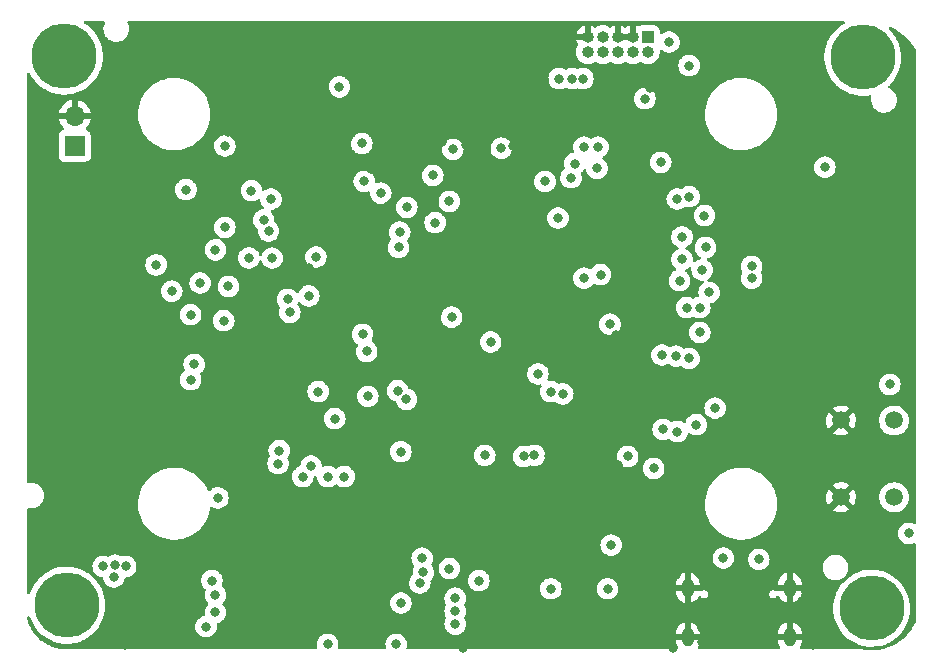
<source format=gbr>
%TF.GenerationSoftware,KiCad,Pcbnew,(5.99.0-3851-g809f4c2ffb)*%
%TF.CreationDate,2020-11-30T00:42:52+00:00*%
%TF.ProjectId,CM4,434d342e-6b69-4636-9164-5f7063625858,rev?*%
%TF.SameCoordinates,Original*%
%TF.FileFunction,Copper,L2,Inr*%
%TF.FilePolarity,Positive*%
%FSLAX46Y46*%
G04 Gerber Fmt 4.6, Leading zero omitted, Abs format (unit mm)*
G04 Created by KiCad (PCBNEW (5.99.0-3851-g809f4c2ffb)) date 2020-11-30 00:42:52*
%MOMM*%
%LPD*%
G01*
G04 APERTURE LIST*
G04 Aperture macros list*
%AMRoundRect*
0 Rectangle with rounded corners*
0 $1 Rounding radius*
0 $2 $3 $4 $5 $6 $7 $8 $9 X,Y pos of 4 corners*
0 Add a 4 corners polygon primitive as box body*
4,1,4,$2,$3,$4,$5,$6,$7,$8,$9,$2,$3,0*
0 Add four circle primitives for the rounded corners*
1,1,$1+$1,$2,$3,0*
1,1,$1+$1,$4,$5,0*
1,1,$1+$1,$6,$7,0*
1,1,$1+$1,$8,$9,0*
0 Add four rect primitives between the rounded corners*
20,1,$1+$1,$2,$3,$4,$5,0*
20,1,$1+$1,$4,$5,$6,$7,0*
20,1,$1+$1,$6,$7,$8,$9,0*
20,1,$1+$1,$8,$9,$2,$3,0*%
G04 Aperture macros list end*
%TA.AperFunction,ComponentPad*%
%ADD10R,1.000000X1.000000*%
%TD*%
%TA.AperFunction,ComponentPad*%
%ADD11O,1.000000X1.000000*%
%TD*%
%TA.AperFunction,ComponentPad*%
%ADD12C,5.500000*%
%TD*%
%TA.AperFunction,ComponentPad*%
%ADD13R,1.700000X1.700000*%
%TD*%
%TA.AperFunction,ComponentPad*%
%ADD14O,1.700000X1.700000*%
%TD*%
%TA.AperFunction,ComponentPad*%
%ADD15RoundRect,0.500000X0.000000X-0.300000X0.000000X-0.300000X0.000000X0.300000X0.000000X0.300000X0*%
%TD*%
%TA.AperFunction,ComponentPad*%
%ADD16C,1.500000*%
%TD*%
%TA.AperFunction,ViaPad*%
%ADD17C,0.800000*%
%TD*%
G04 APERTURE END LIST*
D10*
%TO.N,/+3.3V*%
%TO.C,J3*%
X127800000Y-83900000D03*
D11*
%TO.N,/H7MCU/SWDIO*%
X127800000Y-85170000D03*
%TO.N,GND*%
X126530000Y-83900000D03*
%TO.N,/H7MCU/SWCLK*%
X126530000Y-85170000D03*
%TO.N,GND*%
X125260000Y-83900000D03*
%TO.N,/H7MCU/SWO*%
X125260000Y-85170000D03*
%TO.N,Net-(J3-Pad7)*%
X123990000Y-83900000D03*
%TO.N,Net-(J3-Pad8)*%
X123990000Y-85170000D03*
%TO.N,GND*%
X122720000Y-83900000D03*
%TO.N,/H7MCU/NRST*%
X122720000Y-85170000D03*
%TD*%
D12*
%TO.N,N/C*%
%TO.C,H3*%
X146000000Y-85600000D03*
%TD*%
D13*
%TO.N,/v_DIV_OUT*%
%TO.C,J6*%
X79300000Y-93100000D03*
D14*
%TO.N,GND*%
X79300000Y-90560000D03*
%TD*%
D12*
%TO.N,N/C*%
%TO.C,H2*%
X78400000Y-85500000D03*
%TD*%
%TO.N,N/C*%
%TO.C,H4*%
X146750000Y-132250000D03*
%TD*%
D15*
%TO.N,GND*%
%TO.C,J2*%
X131180000Y-130520000D03*
X139820000Y-130520000D03*
X139820000Y-134700000D03*
X131180000Y-134700000D03*
%TD*%
D16*
%TO.N,/H7MCU/NRST*%
%TO.C,S1*%
X148650000Y-122850000D03*
X148650000Y-116350000D03*
%TO.N,GND*%
X144150000Y-116350000D03*
X144150000Y-122850000D03*
%TD*%
D12*
%TO.N,N/C*%
%TO.C,H1*%
X78600000Y-132000000D03*
%TD*%
D17*
%TO.N,GND*%
X120600000Y-89500000D03*
%TO.N,/+3.3V*%
X127552786Y-89094429D03*
%TO.N,GND*%
X128000000Y-88200000D03*
X127400000Y-87500000D03*
X127280000Y-91682225D03*
%TO.N,/H7MCU/VCAP1*%
X123500000Y-95000000D03*
X111000000Y-97800000D03*
%TO.N,/H7MCU/VLXSMPS*%
X96000000Y-102600000D03*
%TO.N,/H7MCU/VCAP1*%
X99700000Y-102500000D03*
%TO.N,/H7MCU/VLXSMPS*%
X106800000Y-100400000D03*
%TO.N,GND*%
X119400000Y-119400000D03*
%TO.N,/+3.3V*%
X118200000Y-119300000D03*
X126100000Y-119400000D03*
%TO.N,GND*%
X127700000Y-119200000D03*
X125300000Y-120100000D03*
X124600000Y-120800000D03*
%TO.N,/H7MCU/VCAP1*%
X118500000Y-112400000D03*
X111200000Y-107600000D03*
%TO.N,/H7MCU/VDDSMPS*%
X106700000Y-101700000D03*
%TO.N,/+3.3V*%
X136600000Y-103300000D03*
%TO.N,GND*%
X136700000Y-107500000D03*
X82500000Y-133800000D03*
X82500000Y-135000000D03*
X83500000Y-134300000D03*
X83500000Y-135400000D03*
X98800000Y-130200000D03*
X100000000Y-130500000D03*
X99100000Y-131200000D03*
X98100000Y-131100000D03*
X118700000Y-124300000D03*
X116400000Y-124300000D03*
X106800000Y-87300000D03*
X94700000Y-121500000D03*
X117600000Y-124300000D03*
X109200000Y-121200000D03*
X128500000Y-132900000D03*
X108300000Y-99900000D03*
X99200000Y-93600000D03*
X129900000Y-135600000D03*
X141200000Y-133000000D03*
X141800000Y-135400000D03*
X108000000Y-124400000D03*
X99500000Y-89500000D03*
X79500000Y-104400000D03*
X107700000Y-87300000D03*
X100300000Y-119400000D03*
X115200000Y-135100000D03*
X128200000Y-135000000D03*
X88800000Y-95000000D03*
X87900000Y-86200000D03*
X122500000Y-114800000D03*
X110400000Y-124400000D03*
X123000000Y-123500000D03*
X81900000Y-89800000D03*
X108000000Y-121100000D03*
X97500000Y-86200000D03*
X92300000Y-91900000D03*
X122000000Y-124000000D03*
X136700000Y-109500000D03*
X110400000Y-92800000D03*
X121100000Y-121200000D03*
X105700000Y-121100000D03*
X122300000Y-121200000D03*
X116400000Y-93100000D03*
X119000000Y-87400000D03*
X132400000Y-135100000D03*
X115200000Y-121200000D03*
X111800000Y-87400000D03*
X114200000Y-92800000D03*
X117200000Y-89500000D03*
X129600000Y-134600000D03*
X122000000Y-133600000D03*
X119800000Y-128800000D03*
X149000000Y-129300000D03*
X88400000Y-108600000D03*
X138500000Y-134800000D03*
X112200000Y-135600000D03*
X105100000Y-87200000D03*
X141800000Y-134200000D03*
X128800000Y-122600000D03*
X106800000Y-92700000D03*
X114800000Y-133900000D03*
X124700000Y-100600000D03*
X138500000Y-133700000D03*
X104100000Y-87200000D03*
X105700000Y-124300000D03*
X95700000Y-117700000D03*
X100400000Y-118300000D03*
X99300000Y-109500000D03*
X133500000Y-113700000D03*
X115700000Y-119400000D03*
X108400000Y-92800000D03*
X114500000Y-133000000D03*
X109200000Y-124400000D03*
X105400000Y-92800000D03*
X78000000Y-106200000D03*
X145600000Y-115200000D03*
X125100000Y-109100000D03*
X123500000Y-121100000D03*
X117600000Y-121200000D03*
X94700000Y-117300000D03*
X118000000Y-87400000D03*
X111300000Y-134900000D03*
X104400000Y-95100000D03*
X97600000Y-85000000D03*
X112800000Y-124300000D03*
X144900000Y-124300000D03*
X114000000Y-124400000D03*
X106700000Y-124300000D03*
X99100000Y-103400000D03*
X112400000Y-93000000D03*
X88600000Y-98600000D03*
X112500000Y-119500000D03*
X91400000Y-115500000D03*
X110400000Y-121200000D03*
X120100000Y-124200000D03*
X81700000Y-90900000D03*
X104500000Y-119400000D03*
X149800000Y-127700000D03*
X143500000Y-124500000D03*
X91000000Y-114700000D03*
X87700000Y-85200000D03*
X123400000Y-106800000D03*
X141100000Y-130700000D03*
X115200000Y-124300000D03*
X111700000Y-121200000D03*
X111500000Y-124400000D03*
X105500000Y-131300000D03*
X130200000Y-129400000D03*
X146400000Y-116100000D03*
X132900000Y-112700000D03*
X132400000Y-133900000D03*
X128100000Y-133800000D03*
X119900000Y-121200000D03*
X97500000Y-93800000D03*
X87800000Y-84000000D03*
X140900000Y-131600000D03*
X130200000Y-131800000D03*
X106800000Y-121100000D03*
X118000000Y-92800000D03*
X130500000Y-127800000D03*
X106700000Y-97200000D03*
X136500000Y-106500000D03*
X118800000Y-121200000D03*
X128000000Y-122600000D03*
X116300000Y-121200000D03*
X150000000Y-128800000D03*
X130500000Y-94600000D03*
X95800000Y-121300000D03*
X121625000Y-134425000D03*
X97600000Y-83800000D03*
X79100000Y-105600000D03*
%TO.N,Net-(BT1-Pad1)*%
X105200000Y-97100000D03*
X95280331Y-99380331D03*
%TO.N,Net-(C1-Pad2)*%
X88700000Y-96800000D03*
X95900000Y-97599999D03*
%TO.N,Net-(C2-Pad1)*%
X94250001Y-96900000D03*
X92000000Y-93100000D03*
%TO.N,/v_DIV_OUT*%
X87500000Y-105400000D03*
X104000000Y-110500000D03*
X89100000Y-107400000D03*
X86169669Y-103169669D03*
%TO.N,/5V*%
X122300000Y-87400000D03*
X121400000Y-87400000D03*
X128300000Y-120400000D03*
X124400000Y-130600000D03*
X111000000Y-128900000D03*
X120300000Y-87400000D03*
X106500000Y-135300000D03*
X100700000Y-135300000D03*
X131300000Y-86300000D03*
X119600000Y-130600000D03*
%TO.N,/VPOS*%
X113500000Y-129900000D03*
%TO.N,/VNEG*%
X92000000Y-100000000D03*
X89900000Y-104700000D03*
X124700000Y-126900000D03*
X91400000Y-122900000D03*
%TO.N,/+3.3V*%
X106900000Y-119000000D03*
X82700000Y-128600000D03*
X99100000Y-105800000D03*
X130700000Y-102700000D03*
X149900000Y-125900000D03*
X102100000Y-121100000D03*
X124600000Y-108200000D03*
X83600000Y-128700000D03*
X91200000Y-132600000D03*
%TO.N,/H7MCU/VCAP1*%
X103600000Y-92900000D03*
%TO.N,/+3.3V*%
X96600000Y-118900000D03*
X99300000Y-120200000D03*
X129000000Y-110800000D03*
X89400000Y-111600000D03*
X111300000Y-93400000D03*
X114000000Y-119300000D03*
X97300000Y-106100000D03*
X111500000Y-132500000D03*
X129600000Y-84300000D03*
X131100000Y-106800000D03*
X108700000Y-128000000D03*
X81700000Y-128700000D03*
X89100000Y-112900000D03*
X115400000Y-93300000D03*
X91200000Y-131100000D03*
X130200000Y-110900000D03*
X103800000Y-96100000D03*
X130700000Y-100800000D03*
X101700000Y-88100000D03*
X108500000Y-130100000D03*
X131300000Y-97400000D03*
X108800000Y-129200000D03*
X96500000Y-120000000D03*
X82600000Y-129600000D03*
X117300000Y-119400000D03*
X111500000Y-133600000D03*
X130300000Y-97600000D03*
X90900000Y-129900000D03*
X129100000Y-117100000D03*
X131300000Y-111100000D03*
X90400000Y-133800000D03*
X91200000Y-101900000D03*
X107400000Y-98300000D03*
X106900000Y-131800000D03*
X104100000Y-114300000D03*
X136600000Y-104300000D03*
X130300000Y-117300000D03*
X131900000Y-116700000D03*
X101300000Y-116200000D03*
X130500000Y-104500000D03*
X128900000Y-94500000D03*
X98600000Y-121100000D03*
X133500000Y-115300000D03*
X111500000Y-131400000D03*
X123600000Y-93200000D03*
%TO.N,/H7MCU/VCAP1*%
X94031977Y-102580579D03*
%TO.N,/H7MCU/VDDSMPS*%
X92300000Y-105000000D03*
%TO.N,/H7MCU/VLXSMPS*%
X95700000Y-100300000D03*
%TO.N,Net-(C48-Pad1)*%
X91900000Y-107900000D03*
X97500000Y-107200000D03*
%TO.N,/H7MCU/NRST*%
X103660002Y-109050000D03*
X142800000Y-94900000D03*
X148300000Y-113300000D03*
X114500000Y-109700000D03*
%TO.N,/H7MCU/LED_STAT*%
X99900000Y-113900000D03*
X100700000Y-121100000D03*
%TO.N,/H7MCU/SDMMC_CMD*%
X132400000Y-103600000D03*
X119100000Y-96100000D03*
%TO.N,/H7MCU/SDMMC_CK*%
X133000000Y-105500000D03*
X120200000Y-99200000D03*
%TO.N,/H7MCU/SDMMC_D3*%
X132700000Y-101700000D03*
X121300000Y-95800000D03*
%TO.N,/H7MCU/SDMMC_D2*%
X121600000Y-94600000D03*
X132600000Y-99000000D03*
%TO.N,/H7MCU/SWCLK*%
X122400000Y-93200000D03*
%TO.N,/USB_D+*%
X106628768Y-113828768D03*
%TO.N,/USB_D-*%
X107371232Y-114571232D03*
%TO.N,/H7MCU/SDMMC_D1*%
X132200000Y-108900000D03*
X122400000Y-104300000D03*
%TO.N,/H7MCU/SDMMC_D0*%
X123800000Y-104000000D03*
X132200000Y-106800000D03*
%TO.N,/STM32_3_RX*%
X120600000Y-114100000D03*
%TO.N,/STM32_3_TX*%
X109800000Y-99600000D03*
X119600000Y-113900000D03*
X109600000Y-95600000D03*
%TO.N,Net-(J2-PadB5)*%
X137200000Y-128100000D03*
%TO.N,Net-(J2-PadA5)*%
X134200000Y-128000000D03*
%TD*%
%TA.AperFunction,Conductor*%
%TO.N,GND*%
G36*
X81792798Y-82528502D02*
G01*
X81839291Y-82582158D01*
X81849395Y-82652432D01*
X81836545Y-82692479D01*
X81835976Y-82693578D01*
X81832725Y-82698612D01*
X81805706Y-82765655D01*
X81764258Y-82868502D01*
X81755366Y-82890565D01*
X81744791Y-82944717D01*
X81717237Y-83085815D01*
X81715700Y-83093683D01*
X81715684Y-83099669D01*
X81715684Y-83099672D01*
X81715493Y-83172380D01*
X81715421Y-83200000D01*
X81715158Y-83300638D01*
X81721085Y-83331854D01*
X81752162Y-83495542D01*
X81753760Y-83503961D01*
X81830113Y-83696316D01*
X81833337Y-83701367D01*
X81833338Y-83701369D01*
X81869581Y-83758150D01*
X81941462Y-83870763D01*
X81967394Y-83898137D01*
X82072831Y-84009438D01*
X82083790Y-84021007D01*
X82088655Y-84024497D01*
X82088658Y-84024499D01*
X82222081Y-84120196D01*
X82251960Y-84141627D01*
X82324228Y-84174943D01*
X82408728Y-84213898D01*
X82439905Y-84228271D01*
X82445721Y-84229705D01*
X82445724Y-84229706D01*
X82635018Y-84276376D01*
X82635019Y-84276376D01*
X82640843Y-84277812D01*
X82646834Y-84278121D01*
X82646836Y-84278121D01*
X82705768Y-84281158D01*
X82847523Y-84288463D01*
X82853458Y-84287634D01*
X82853462Y-84287634D01*
X83002647Y-84266800D01*
X83052489Y-84259839D01*
X83248345Y-84192974D01*
X83253547Y-84190001D01*
X83422819Y-84093254D01*
X83422824Y-84093251D01*
X83428023Y-84090279D01*
X83585040Y-83955461D01*
X83713732Y-83793384D01*
X83726570Y-83768776D01*
X83790618Y-83646000D01*
X83794272Y-83638995D01*
X121748156Y-83638995D01*
X121766335Y-83646000D01*
X122447885Y-83646001D01*
X122463124Y-83641526D01*
X122464329Y-83640136D01*
X122466000Y-83632453D01*
X122466001Y-82941948D01*
X122462961Y-82931595D01*
X122444174Y-82930257D01*
X122346433Y-82959024D01*
X122335065Y-82963617D01*
X122170778Y-83049504D01*
X122160517Y-83056218D01*
X122016041Y-83172380D01*
X122007281Y-83180958D01*
X121888119Y-83322970D01*
X121881193Y-83333084D01*
X121791882Y-83495542D01*
X121787054Y-83506806D01*
X121748377Y-83628731D01*
X121748156Y-83638995D01*
X83794272Y-83638995D01*
X83809453Y-83609896D01*
X83812388Y-83600084D01*
X83867033Y-83417363D01*
X83867033Y-83417362D01*
X83868751Y-83411618D01*
X83870777Y-83391504D01*
X83889176Y-83208773D01*
X83889485Y-83205705D01*
X83889500Y-83200000D01*
X83888456Y-83189052D01*
X83870414Y-82999955D01*
X83869844Y-82993981D01*
X83858573Y-82955563D01*
X83813273Y-82801148D01*
X83813272Y-82801146D01*
X83811585Y-82795395D01*
X83758432Y-82692191D01*
X83745023Y-82622473D01*
X83771436Y-82556573D01*
X83829285Y-82515414D01*
X83870448Y-82508500D01*
X144363907Y-82508500D01*
X144432028Y-82528502D01*
X144478521Y-82582158D01*
X144488625Y-82652432D01*
X144459131Y-82717012D01*
X144420227Y-82747212D01*
X144386412Y-82764108D01*
X144386398Y-82764116D01*
X144383318Y-82765655D01*
X144380423Y-82767524D01*
X144380420Y-82767526D01*
X144194399Y-82887639D01*
X144082057Y-82960178D01*
X144079373Y-82962363D01*
X144079369Y-82962366D01*
X143806643Y-83184399D01*
X143806636Y-83184406D01*
X143803960Y-83186584D01*
X143801534Y-83189048D01*
X143801530Y-83189052D01*
X143711546Y-83280461D01*
X143552388Y-83442139D01*
X143550244Y-83444858D01*
X143550241Y-83444862D01*
X143499769Y-83508886D01*
X143330377Y-83723758D01*
X143140611Y-84028038D01*
X143139110Y-84031164D01*
X143139105Y-84031173D01*
X142986880Y-84348181D01*
X142986876Y-84348191D01*
X142985381Y-84351304D01*
X142866562Y-84689652D01*
X142865784Y-84693009D01*
X142865781Y-84693019D01*
X142833747Y-84831224D01*
X142785588Y-85038995D01*
X142785184Y-85042412D01*
X142785182Y-85042421D01*
X142743866Y-85391504D01*
X142743439Y-85395115D01*
X142742615Y-85500000D01*
X142740897Y-85718750D01*
X142740622Y-85753708D01*
X142740974Y-85757141D01*
X142740974Y-85757147D01*
X142768061Y-86021510D01*
X142777173Y-86110446D01*
X142852649Y-86461018D01*
X142966139Y-86801190D01*
X143116273Y-87126855D01*
X143301236Y-87434078D01*
X143518795Y-87719149D01*
X143527664Y-87728446D01*
X143721105Y-87931224D01*
X143766323Y-87978625D01*
X143768976Y-87980855D01*
X143768978Y-87980857D01*
X143849509Y-88048550D01*
X144040829Y-88209371D01*
X144043713Y-88211298D01*
X144043717Y-88211301D01*
X144191727Y-88310198D01*
X144338998Y-88408601D01*
X144342069Y-88410196D01*
X144342072Y-88410198D01*
X144654162Y-88572316D01*
X144657229Y-88573909D01*
X144660445Y-88575153D01*
X144660449Y-88575155D01*
X144912959Y-88672843D01*
X144991678Y-88703297D01*
X145160294Y-88748005D01*
X145334970Y-88794320D01*
X145334975Y-88794321D01*
X145338305Y-88795204D01*
X145485310Y-88817305D01*
X145689505Y-88848005D01*
X145689508Y-88848005D01*
X145692925Y-88848519D01*
X145696380Y-88848655D01*
X145696383Y-88848655D01*
X145820558Y-88853533D01*
X146051253Y-88862597D01*
X146054697Y-88862353D01*
X146054706Y-88862353D01*
X146405504Y-88837515D01*
X146405507Y-88837515D01*
X146408962Y-88837270D01*
X146412368Y-88836648D01*
X146597267Y-88802880D01*
X146667873Y-88810318D01*
X146723249Y-88854748D01*
X146743568Y-88950980D01*
X146715700Y-89093683D01*
X146715684Y-89099669D01*
X146715684Y-89099672D01*
X146715541Y-89154237D01*
X146715421Y-89200000D01*
X146715158Y-89300638D01*
X146716276Y-89306525D01*
X146746550Y-89465983D01*
X146753760Y-89503961D01*
X146830113Y-89696316D01*
X146833337Y-89701367D01*
X146833338Y-89701369D01*
X146881725Y-89777175D01*
X146941462Y-89870763D01*
X147017250Y-89950766D01*
X147048396Y-89983644D01*
X147083790Y-90021007D01*
X147088655Y-90024497D01*
X147088658Y-90024499D01*
X147197262Y-90102395D01*
X147251960Y-90141627D01*
X147439905Y-90228271D01*
X147445721Y-90229705D01*
X147445724Y-90229706D01*
X147635018Y-90276376D01*
X147635019Y-90276376D01*
X147640843Y-90277812D01*
X147646834Y-90278121D01*
X147646836Y-90278121D01*
X147705768Y-90281158D01*
X147847523Y-90288463D01*
X147853458Y-90287634D01*
X147853462Y-90287634D01*
X148002647Y-90266800D01*
X148052489Y-90259839D01*
X148248345Y-90192974D01*
X148299263Y-90163872D01*
X148422819Y-90093254D01*
X148422824Y-90093251D01*
X148428023Y-90090279D01*
X148585040Y-89955461D01*
X148713732Y-89793384D01*
X148718701Y-89783860D01*
X148769615Y-89686261D01*
X148809453Y-89609896D01*
X148829451Y-89543030D01*
X148867033Y-89417363D01*
X148867033Y-89417362D01*
X148868751Y-89411618D01*
X148869440Y-89404782D01*
X148887230Y-89228095D01*
X148889485Y-89205705D01*
X148889500Y-89200000D01*
X148885438Y-89157420D01*
X148870414Y-88999955D01*
X148869844Y-88993981D01*
X148839505Y-88890565D01*
X148813273Y-88801148D01*
X148813272Y-88801146D01*
X148811585Y-88795395D01*
X148808838Y-88790061D01*
X148719572Y-88616739D01*
X148719570Y-88616736D01*
X148716826Y-88611408D01*
X148588985Y-88448660D01*
X148567786Y-88430264D01*
X148437207Y-88316952D01*
X148437202Y-88316948D01*
X148432676Y-88313021D01*
X148253538Y-88209387D01*
X148247870Y-88207419D01*
X148242417Y-88204922D01*
X148243331Y-88202926D01*
X148193499Y-88167363D01*
X148167180Y-88101425D01*
X148180689Y-88031725D01*
X148208557Y-87995721D01*
X148304720Y-87909590D01*
X148307289Y-87907289D01*
X148546544Y-87640167D01*
X148552931Y-87631230D01*
X148619221Y-87538466D01*
X148755042Y-87348403D01*
X148930264Y-87035522D01*
X148935262Y-87023720D01*
X149068746Y-86708485D01*
X149070094Y-86705302D01*
X149172843Y-86361732D01*
X149182919Y-86306565D01*
X149236648Y-86012368D01*
X149236648Y-86012367D01*
X149237270Y-86008962D01*
X149237563Y-86004831D01*
X149262456Y-85653246D01*
X149262456Y-85653242D01*
X149262597Y-85651253D01*
X149263000Y-85600000D01*
X149243295Y-85241937D01*
X149237501Y-85207124D01*
X149195288Y-84953516D01*
X149184416Y-84888199D01*
X149087077Y-84543057D01*
X148952451Y-84210682D01*
X148853881Y-84028000D01*
X148783811Y-83898137D01*
X148783808Y-83898133D01*
X148782165Y-83895087D01*
X148711082Y-83792238D01*
X148580240Y-83602925D01*
X148580236Y-83602920D01*
X148578276Y-83600084D01*
X148343246Y-83329237D01*
X148336467Y-83322970D01*
X148251602Y-83244522D01*
X148215157Y-83183593D01*
X148217438Y-83112633D01*
X148257720Y-83054171D01*
X148323215Y-83026768D01*
X148396200Y-83040701D01*
X148731849Y-83218844D01*
X148740940Y-83224168D01*
X149102779Y-83456972D01*
X149111381Y-83463031D01*
X149452499Y-83725317D01*
X149460557Y-83732069D01*
X149776414Y-84020050D01*
X149778498Y-84021950D01*
X149785988Y-84029377D01*
X150078558Y-84344846D01*
X150085391Y-84352862D01*
X150339245Y-84677277D01*
X150351595Y-84693060D01*
X150357367Y-84701063D01*
X150458706Y-84853856D01*
X150470504Y-84871645D01*
X150491500Y-84941288D01*
X150491501Y-105041850D01*
X150491501Y-124974858D01*
X150471499Y-125042979D01*
X150417843Y-125089472D01*
X150314253Y-125089965D01*
X150182287Y-125031210D01*
X150088887Y-125011357D01*
X150001944Y-124992876D01*
X150001939Y-124992876D01*
X149995487Y-124991504D01*
X149804513Y-124991504D01*
X149798061Y-124992876D01*
X149798056Y-124992876D01*
X149711113Y-125011357D01*
X149617713Y-125031210D01*
X149611683Y-125033895D01*
X149611682Y-125033895D01*
X149449280Y-125106201D01*
X149449278Y-125106202D01*
X149443250Y-125108886D01*
X149437909Y-125112766D01*
X149437908Y-125112767D01*
X149294093Y-125217254D01*
X149294091Y-125217256D01*
X149288749Y-125221137D01*
X149160963Y-125363058D01*
X149065476Y-125528446D01*
X149063434Y-125534731D01*
X149018656Y-125672545D01*
X149006462Y-125710073D01*
X149005772Y-125716636D01*
X149005772Y-125716637D01*
X148989287Y-125873486D01*
X148986500Y-125900000D01*
X149006462Y-126089927D01*
X149065476Y-126271554D01*
X149068779Y-126277276D01*
X149068780Y-126277277D01*
X149098755Y-126329194D01*
X149160963Y-126436942D01*
X149288749Y-126578863D01*
X149294091Y-126582744D01*
X149294093Y-126582746D01*
X149437908Y-126687233D01*
X149443250Y-126691114D01*
X149449278Y-126693798D01*
X149449280Y-126693799D01*
X149532177Y-126730707D01*
X149617713Y-126768790D01*
X149711113Y-126788643D01*
X149798056Y-126807124D01*
X149798061Y-126807124D01*
X149804513Y-126808496D01*
X149995487Y-126808496D01*
X150001939Y-126807124D01*
X150001944Y-126807124D01*
X150088887Y-126788643D01*
X150182287Y-126768790D01*
X150314253Y-126710035D01*
X150384619Y-126700601D01*
X150448916Y-126730707D01*
X150491501Y-126825142D01*
X150491501Y-133359214D01*
X150479676Y-133412505D01*
X150374682Y-133637452D01*
X150373632Y-133639701D01*
X150368225Y-133650014D01*
X150294043Y-133776855D01*
X150185390Y-133962637D01*
X150179049Y-133972412D01*
X149968124Y-134266801D01*
X149960907Y-134275948D01*
X149723703Y-134549582D01*
X149715673Y-134558023D01*
X149454192Y-134808592D01*
X149445420Y-134816252D01*
X149272119Y-134954000D01*
X149161925Y-135041587D01*
X149152478Y-135048408D01*
X148849362Y-135246602D01*
X148839327Y-135252520D01*
X148519208Y-135421866D01*
X148508668Y-135426832D01*
X148174282Y-135565881D01*
X148163344Y-135569847D01*
X147817515Y-135677423D01*
X147806253Y-135680362D01*
X147553714Y-135733945D01*
X147503987Y-135744496D01*
X147451997Y-135755527D01*
X147440502Y-135757416D01*
X147351679Y-135767817D01*
X147080798Y-135799538D01*
X147069175Y-135800357D01*
X146860365Y-135805384D01*
X146707120Y-135809073D01*
X146695480Y-135808814D01*
X146329028Y-135783698D01*
X146319478Y-135782677D01*
X146057417Y-135744496D01*
X146056202Y-135744312D01*
X146042954Y-135742250D01*
X146042949Y-135742250D01*
X146038141Y-135741501D01*
X140782618Y-135741501D01*
X140714497Y-135721499D01*
X140668004Y-135667843D01*
X140657900Y-135597569D01*
X140671496Y-135556105D01*
X140757591Y-135395033D01*
X140762307Y-135383649D01*
X140816644Y-135204524D01*
X140819047Y-135192439D01*
X140832698Y-135053845D01*
X140833001Y-135047673D01*
X140833001Y-134972115D01*
X140828526Y-134956876D01*
X140827136Y-134955671D01*
X140819453Y-134954000D01*
X138825114Y-134954000D01*
X138809875Y-134958475D01*
X138808670Y-134959865D01*
X138806999Y-134967548D01*
X138806999Y-135047673D01*
X138807302Y-135053845D01*
X138820953Y-135192439D01*
X138823356Y-135204524D01*
X138877693Y-135383649D01*
X138882409Y-135395033D01*
X138968504Y-135556105D01*
X138982976Y-135625611D01*
X138957572Y-135691907D01*
X138900359Y-135733945D01*
X138857383Y-135741501D01*
X132142617Y-135741501D01*
X132074497Y-135721499D01*
X132028004Y-135667843D01*
X132017900Y-135597569D01*
X132031496Y-135556105D01*
X132117591Y-135395033D01*
X132122307Y-135383649D01*
X132176644Y-135204524D01*
X132179047Y-135192439D01*
X132192698Y-135053845D01*
X132193001Y-135047673D01*
X132193001Y-134972115D01*
X132188526Y-134956876D01*
X132187136Y-134955671D01*
X132179453Y-134954000D01*
X130185114Y-134954000D01*
X130169875Y-134958475D01*
X130168670Y-134959865D01*
X130166999Y-134967548D01*
X130166999Y-135047673D01*
X130167302Y-135053845D01*
X130180953Y-135192439D01*
X130183356Y-135204524D01*
X130237693Y-135383649D01*
X130242409Y-135395033D01*
X130328504Y-135556105D01*
X130342976Y-135625611D01*
X130317572Y-135691907D01*
X130260359Y-135733945D01*
X130217384Y-135741501D01*
X107756500Y-135741500D01*
X107485221Y-135741500D01*
X107417100Y-135721498D01*
X107370607Y-135667842D01*
X107365388Y-135576564D01*
X107391498Y-135496206D01*
X107391498Y-135496205D01*
X107393538Y-135489927D01*
X107398332Y-135444320D01*
X107412810Y-135306565D01*
X107413500Y-135300000D01*
X107406907Y-135237270D01*
X107394228Y-135116637D01*
X107394228Y-135116636D01*
X107393538Y-135110073D01*
X107391337Y-135103297D01*
X107336566Y-134934731D01*
X107334524Y-134928446D01*
X107326179Y-134913991D01*
X107286920Y-134845994D01*
X107239037Y-134763058D01*
X107231820Y-134755042D01*
X107115673Y-134626048D01*
X107115672Y-134626047D01*
X107111251Y-134621137D01*
X107105909Y-134617256D01*
X107105907Y-134617254D01*
X106962092Y-134512767D01*
X106962091Y-134512766D01*
X106956750Y-134508886D01*
X106950722Y-134506202D01*
X106950720Y-134506201D01*
X106788318Y-134433895D01*
X106788317Y-134433895D01*
X106782287Y-134431210D01*
X106688887Y-134411357D01*
X106601944Y-134392876D01*
X106601939Y-134392876D01*
X106595487Y-134391504D01*
X106404513Y-134391504D01*
X106398061Y-134392876D01*
X106398056Y-134392876D01*
X106311113Y-134411357D01*
X106217713Y-134431210D01*
X106211683Y-134433895D01*
X106211682Y-134433895D01*
X106049280Y-134506201D01*
X106049278Y-134506202D01*
X106043250Y-134508886D01*
X106037909Y-134512766D01*
X106037908Y-134512767D01*
X105894093Y-134617254D01*
X105894091Y-134617256D01*
X105888749Y-134621137D01*
X105884328Y-134626047D01*
X105884327Y-134626048D01*
X105768181Y-134755042D01*
X105760963Y-134763058D01*
X105713080Y-134845994D01*
X105673822Y-134913991D01*
X105665476Y-134928446D01*
X105663434Y-134934731D01*
X105608664Y-135103297D01*
X105606462Y-135110073D01*
X105605772Y-135116636D01*
X105605772Y-135116637D01*
X105593093Y-135237270D01*
X105586500Y-135300000D01*
X105587190Y-135306565D01*
X105601669Y-135444320D01*
X105606462Y-135489927D01*
X105608502Y-135496205D01*
X105608502Y-135496206D01*
X105634612Y-135576564D01*
X105636639Y-135647532D01*
X105599977Y-135708329D01*
X105514779Y-135741500D01*
X101685221Y-135741500D01*
X101617100Y-135721498D01*
X101570607Y-135667842D01*
X101565388Y-135576564D01*
X101591498Y-135496206D01*
X101591498Y-135496205D01*
X101593538Y-135489927D01*
X101598332Y-135444320D01*
X101612810Y-135306565D01*
X101613500Y-135300000D01*
X101606907Y-135237270D01*
X101594228Y-135116637D01*
X101594228Y-135116636D01*
X101593538Y-135110073D01*
X101591337Y-135103297D01*
X101536566Y-134934731D01*
X101534524Y-134928446D01*
X101526179Y-134913991D01*
X101486920Y-134845994D01*
X101439037Y-134763058D01*
X101431820Y-134755042D01*
X101315673Y-134626048D01*
X101315672Y-134626047D01*
X101311251Y-134621137D01*
X101305909Y-134617256D01*
X101305907Y-134617254D01*
X101162092Y-134512767D01*
X101162091Y-134512766D01*
X101156750Y-134508886D01*
X101150722Y-134506202D01*
X101150720Y-134506201D01*
X100988318Y-134433895D01*
X100988317Y-134433895D01*
X100982287Y-134431210D01*
X100888887Y-134411357D01*
X100801944Y-134392876D01*
X100801939Y-134392876D01*
X100795487Y-134391504D01*
X100604513Y-134391504D01*
X100598061Y-134392876D01*
X100598056Y-134392876D01*
X100511113Y-134411357D01*
X100417713Y-134431210D01*
X100411683Y-134433895D01*
X100411682Y-134433895D01*
X100249280Y-134506201D01*
X100249278Y-134506202D01*
X100243250Y-134508886D01*
X100237909Y-134512766D01*
X100237908Y-134512767D01*
X100094093Y-134617254D01*
X100094091Y-134617256D01*
X100088749Y-134621137D01*
X100084328Y-134626047D01*
X100084327Y-134626048D01*
X99968181Y-134755042D01*
X99960963Y-134763058D01*
X99913080Y-134845994D01*
X99873822Y-134913991D01*
X99865476Y-134928446D01*
X99863434Y-134934731D01*
X99808664Y-135103297D01*
X99806462Y-135110073D01*
X99805772Y-135116636D01*
X99805772Y-135116637D01*
X99793093Y-135237270D01*
X99786500Y-135300000D01*
X99787190Y-135306565D01*
X99801669Y-135444320D01*
X99806462Y-135489927D01*
X99808502Y-135496205D01*
X99808502Y-135496206D01*
X99834612Y-135576564D01*
X99836639Y-135647532D01*
X99799977Y-135708329D01*
X99714779Y-135741500D01*
X79116994Y-135741499D01*
X78414160Y-135741499D01*
X78401148Y-135740825D01*
X78067633Y-135706197D01*
X78055042Y-135704243D01*
X77726008Y-135635937D01*
X77713686Y-135632721D01*
X77467171Y-135554865D01*
X77393261Y-135531522D01*
X77381314Y-135527072D01*
X77072754Y-135394009D01*
X77061333Y-135388383D01*
X76767769Y-135224802D01*
X76756971Y-135218046D01*
X76724996Y-135195717D01*
X76481473Y-135025658D01*
X76471404Y-135017841D01*
X76454202Y-135003030D01*
X76255466Y-134831923D01*
X76216754Y-134798593D01*
X76207534Y-134789805D01*
X75976327Y-134545927D01*
X75968047Y-134536256D01*
X75966562Y-134534332D01*
X75780022Y-134292737D01*
X75762694Y-134270295D01*
X75755422Y-134259823D01*
X75577985Y-133974452D01*
X75571810Y-133963298D01*
X75424124Y-133661465D01*
X75419107Y-133649744D01*
X75348170Y-133457694D01*
X75300438Y-133328466D01*
X75297300Y-133318783D01*
X75296960Y-133317566D01*
X75263164Y-133196834D01*
X75258500Y-133162870D01*
X75258500Y-133054884D01*
X75278502Y-132986763D01*
X75332158Y-132940270D01*
X75402432Y-132930166D01*
X75467012Y-132959660D01*
X75504024Y-133015008D01*
X75546342Y-133141850D01*
X75566139Y-133201190D01*
X75716273Y-133526855D01*
X75901236Y-133834078D01*
X75903339Y-133836834D01*
X75903340Y-133836835D01*
X75922694Y-133862194D01*
X76118795Y-134119149D01*
X76121180Y-134121649D01*
X76321105Y-134331224D01*
X76366323Y-134378625D01*
X76368976Y-134380855D01*
X76368978Y-134380857D01*
X76497819Y-134489159D01*
X76640829Y-134609371D01*
X76643713Y-134611298D01*
X76643717Y-134611301D01*
X76672985Y-134630857D01*
X76938998Y-134808601D01*
X76942069Y-134810196D01*
X76942072Y-134810198D01*
X77253775Y-134972115D01*
X77257229Y-134973909D01*
X77260445Y-134975153D01*
X77260449Y-134975155D01*
X77505853Y-135070094D01*
X77591678Y-135103297D01*
X77796704Y-135157659D01*
X77934970Y-135194320D01*
X77934975Y-135194321D01*
X77938305Y-135195204D01*
X78042493Y-135210868D01*
X78289505Y-135248005D01*
X78289508Y-135248005D01*
X78292925Y-135248519D01*
X78296380Y-135248655D01*
X78296383Y-135248655D01*
X78420558Y-135253533D01*
X78651253Y-135262597D01*
X78654697Y-135262353D01*
X78654706Y-135262353D01*
X79005504Y-135237515D01*
X79005507Y-135237515D01*
X79008962Y-135237270D01*
X79042182Y-135231203D01*
X79358323Y-135173466D01*
X79358330Y-135173464D01*
X79361732Y-135172843D01*
X79705302Y-135070094D01*
X79936213Y-134972316D01*
X80032339Y-134931612D01*
X80032342Y-134931611D01*
X80035522Y-134930264D01*
X80348403Y-134755042D01*
X80640167Y-134546544D01*
X80907289Y-134307289D01*
X81146544Y-134040167D01*
X81318170Y-133800000D01*
X89486500Y-133800000D01*
X89487190Y-133806565D01*
X89504836Y-133974452D01*
X89506462Y-133989927D01*
X89565476Y-134171554D01*
X89660963Y-134336942D01*
X89665381Y-134341849D01*
X89665382Y-134341850D01*
X89781225Y-134470507D01*
X89788749Y-134478863D01*
X89794091Y-134482744D01*
X89794093Y-134482746D01*
X89937908Y-134587233D01*
X89943250Y-134591114D01*
X89949278Y-134593798D01*
X89949280Y-134593799D01*
X90021872Y-134626119D01*
X90117713Y-134668790D01*
X90211113Y-134688643D01*
X90298056Y-134707124D01*
X90298061Y-134707124D01*
X90304513Y-134708496D01*
X90495487Y-134708496D01*
X90501939Y-134707124D01*
X90501944Y-134707124D01*
X90588887Y-134688643D01*
X90682287Y-134668790D01*
X90778128Y-134626119D01*
X90850720Y-134593799D01*
X90850722Y-134593798D01*
X90856750Y-134591114D01*
X90862092Y-134587233D01*
X91005907Y-134482746D01*
X91005909Y-134482744D01*
X91011251Y-134478863D01*
X91018775Y-134470507D01*
X91134618Y-134341850D01*
X91134619Y-134341849D01*
X91139037Y-134336942D01*
X91234524Y-134171554D01*
X91293538Y-133989927D01*
X91295165Y-133974452D01*
X91312810Y-133806565D01*
X91313500Y-133800000D01*
X91312441Y-133789927D01*
X91294997Y-133623950D01*
X91307769Y-133554112D01*
X91356271Y-133502265D01*
X91394110Y-133487534D01*
X91475821Y-133470165D01*
X91475826Y-133470163D01*
X91482287Y-133468790D01*
X91488318Y-133466105D01*
X91650720Y-133393799D01*
X91650722Y-133393798D01*
X91656750Y-133391114D01*
X91704526Y-133356403D01*
X91805907Y-133282746D01*
X91805909Y-133282744D01*
X91811251Y-133278863D01*
X91829901Y-133258150D01*
X91934618Y-133141850D01*
X91934619Y-133141849D01*
X91939037Y-133136942D01*
X92034524Y-132971554D01*
X92093538Y-132789927D01*
X92113500Y-132600000D01*
X92093538Y-132410073D01*
X92067919Y-132331224D01*
X92036566Y-132234731D01*
X92034524Y-132228446D01*
X91939037Y-132063058D01*
X91926613Y-132049259D01*
X91823112Y-131934310D01*
X91792394Y-131870303D01*
X91801140Y-131800000D01*
X105986500Y-131800000D01*
X105987190Y-131806565D01*
X106002266Y-131950000D01*
X106006462Y-131989927D01*
X106008502Y-131996205D01*
X106008502Y-131996206D01*
X106040957Y-132096093D01*
X106065476Y-132171554D01*
X106160963Y-132336942D01*
X106165381Y-132341849D01*
X106165382Y-132341850D01*
X106284327Y-132473952D01*
X106288749Y-132478863D01*
X106294091Y-132482744D01*
X106294093Y-132482746D01*
X106332219Y-132510446D01*
X106443250Y-132591114D01*
X106449278Y-132593798D01*
X106449280Y-132593799D01*
X106587872Y-132655504D01*
X106617713Y-132668790D01*
X106686273Y-132683363D01*
X106798056Y-132707124D01*
X106798061Y-132707124D01*
X106804513Y-132708496D01*
X106995487Y-132708496D01*
X107001939Y-132707124D01*
X107001944Y-132707124D01*
X107113727Y-132683363D01*
X107182287Y-132668790D01*
X107212128Y-132655504D01*
X107350720Y-132593799D01*
X107350722Y-132593798D01*
X107356750Y-132591114D01*
X107467781Y-132510446D01*
X107505907Y-132482746D01*
X107505909Y-132482744D01*
X107511251Y-132478863D01*
X107515673Y-132473952D01*
X107634618Y-132341850D01*
X107634619Y-132341849D01*
X107639037Y-132336942D01*
X107734524Y-132171554D01*
X107759043Y-132096093D01*
X107791498Y-131996206D01*
X107791498Y-131996205D01*
X107793538Y-131989927D01*
X107797735Y-131950000D01*
X107812810Y-131806565D01*
X107813500Y-131800000D01*
X107801480Y-131685632D01*
X107794228Y-131616637D01*
X107794228Y-131616636D01*
X107793538Y-131610073D01*
X107789033Y-131596206D01*
X107748078Y-131470162D01*
X107734524Y-131428446D01*
X107718101Y-131400000D01*
X110586500Y-131400000D01*
X110587190Y-131406565D01*
X110590599Y-131438995D01*
X110606462Y-131589927D01*
X110608502Y-131596205D01*
X110608502Y-131596206D01*
X110619880Y-131631224D01*
X110665476Y-131771554D01*
X110668779Y-131777276D01*
X110668780Y-131777277D01*
X110732129Y-131887000D01*
X110748867Y-131955995D01*
X110732129Y-132013000D01*
X110665476Y-132128446D01*
X110606462Y-132310073D01*
X110586500Y-132500000D01*
X110606462Y-132689927D01*
X110608502Y-132696205D01*
X110608502Y-132696206D01*
X110612495Y-132708496D01*
X110665476Y-132871554D01*
X110719583Y-132965269D01*
X110732129Y-132987000D01*
X110748867Y-133055995D01*
X110732129Y-133113000D01*
X110665476Y-133228446D01*
X110640957Y-133303907D01*
X110624308Y-133355150D01*
X110606462Y-133410073D01*
X110605772Y-133416636D01*
X110605772Y-133416637D01*
X110602486Y-133447900D01*
X110586500Y-133600000D01*
X110587190Y-133606565D01*
X110602394Y-133751218D01*
X110606462Y-133789927D01*
X110665476Y-133971554D01*
X110668779Y-133977276D01*
X110668780Y-133977277D01*
X110684767Y-134004967D01*
X110760963Y-134136942D01*
X110765381Y-134141849D01*
X110765382Y-134141850D01*
X110871605Y-134259823D01*
X110888749Y-134278863D01*
X110894091Y-134282744D01*
X110894093Y-134282746D01*
X111022611Y-134376119D01*
X111043250Y-134391114D01*
X111049278Y-134393798D01*
X111049280Y-134393799D01*
X111211682Y-134466105D01*
X111217713Y-134468790D01*
X111303402Y-134487004D01*
X111398056Y-134507124D01*
X111398061Y-134507124D01*
X111404513Y-134508496D01*
X111595487Y-134508496D01*
X111601939Y-134507124D01*
X111601944Y-134507124D01*
X111696598Y-134487004D01*
X111782287Y-134468790D01*
X111788318Y-134466105D01*
X111950720Y-134393799D01*
X111950722Y-134393798D01*
X111956750Y-134391114D01*
X111977389Y-134376119D01*
X112010136Y-134352327D01*
X130166999Y-134352327D01*
X130166999Y-134427885D01*
X130171474Y-134443124D01*
X130172864Y-134444329D01*
X130180547Y-134446000D01*
X130907885Y-134446000D01*
X130923124Y-134441525D01*
X130924329Y-134440135D01*
X130926000Y-134432452D01*
X130926000Y-133441389D01*
X131434000Y-133441389D01*
X131434000Y-134427885D01*
X131438475Y-134443124D01*
X131439865Y-134444329D01*
X131447548Y-134446000D01*
X132174886Y-134446000D01*
X132190125Y-134441525D01*
X132191330Y-134440135D01*
X132193001Y-134432452D01*
X132193001Y-134352327D01*
X138806999Y-134352327D01*
X138806999Y-134427885D01*
X138811474Y-134443124D01*
X138812864Y-134444329D01*
X138820547Y-134446000D01*
X139547885Y-134446000D01*
X139563124Y-134441525D01*
X139564329Y-134440135D01*
X139566000Y-134432452D01*
X139566000Y-133441389D01*
X140074000Y-133441389D01*
X140074000Y-134427885D01*
X140078475Y-134443124D01*
X140079865Y-134444329D01*
X140087548Y-134446000D01*
X140814886Y-134446000D01*
X140830125Y-134441525D01*
X140831330Y-134440135D01*
X140833001Y-134432452D01*
X140833001Y-134352327D01*
X140832698Y-134346155D01*
X140819047Y-134207561D01*
X140816644Y-134195476D01*
X140762307Y-134016351D01*
X140757591Y-134004967D01*
X140669353Y-133839886D01*
X140662513Y-133829649D01*
X140543758Y-133684944D01*
X140535057Y-133676243D01*
X140390352Y-133557488D01*
X140380115Y-133550648D01*
X140215031Y-133462408D01*
X140203649Y-133457694D01*
X140091337Y-133423624D01*
X140080752Y-133423530D01*
X140074000Y-133441389D01*
X139566000Y-133441389D01*
X139566000Y-133436480D01*
X139563018Y-133426326D01*
X139543967Y-133425049D01*
X139436351Y-133457694D01*
X139424969Y-133462408D01*
X139259885Y-133550648D01*
X139249648Y-133557488D01*
X139104943Y-133676243D01*
X139096242Y-133684944D01*
X138977487Y-133829649D01*
X138970647Y-133839886D01*
X138882409Y-134004967D01*
X138877693Y-134016351D01*
X138823356Y-134195476D01*
X138820953Y-134207561D01*
X138807302Y-134346155D01*
X138806999Y-134352327D01*
X132193001Y-134352327D01*
X132192698Y-134346155D01*
X132179047Y-134207561D01*
X132176644Y-134195476D01*
X132122307Y-134016351D01*
X132117591Y-134004967D01*
X132029353Y-133839886D01*
X132022513Y-133829649D01*
X131903758Y-133684944D01*
X131895057Y-133676243D01*
X131750352Y-133557488D01*
X131740115Y-133550648D01*
X131575031Y-133462408D01*
X131563649Y-133457694D01*
X131451337Y-133423624D01*
X131440752Y-133423530D01*
X131434000Y-133441389D01*
X130926000Y-133441389D01*
X130926000Y-133436480D01*
X130923018Y-133426326D01*
X130903967Y-133425049D01*
X130796351Y-133457694D01*
X130784969Y-133462408D01*
X130619885Y-133550648D01*
X130609648Y-133557488D01*
X130464943Y-133676243D01*
X130456242Y-133684944D01*
X130337487Y-133829649D01*
X130330647Y-133839886D01*
X130242409Y-134004967D01*
X130237693Y-134016351D01*
X130183356Y-134195476D01*
X130180953Y-134207561D01*
X130167302Y-134346155D01*
X130166999Y-134352327D01*
X112010136Y-134352327D01*
X112105907Y-134282746D01*
X112105909Y-134282744D01*
X112111251Y-134278863D01*
X112128395Y-134259823D01*
X112234618Y-134141850D01*
X112234619Y-134141849D01*
X112239037Y-134136942D01*
X112315233Y-134004967D01*
X112331220Y-133977277D01*
X112331221Y-133977276D01*
X112334524Y-133971554D01*
X112393538Y-133789927D01*
X112397607Y-133751218D01*
X112412810Y-133606565D01*
X112413500Y-133600000D01*
X112397514Y-133447900D01*
X112394228Y-133416637D01*
X112394228Y-133416636D01*
X112393538Y-133410073D01*
X112375693Y-133355150D01*
X112359043Y-133303907D01*
X112334524Y-133228446D01*
X112267871Y-133113000D01*
X112251133Y-133044005D01*
X112267871Y-132987000D01*
X112280418Y-132965269D01*
X112334524Y-132871554D01*
X112387505Y-132708496D01*
X112391498Y-132696206D01*
X112391498Y-132696205D01*
X112393538Y-132689927D01*
X112413500Y-132500000D01*
X112403380Y-132403708D01*
X143490622Y-132403708D01*
X143490974Y-132407141D01*
X143490974Y-132407147D01*
X143519275Y-132683363D01*
X143527173Y-132760446D01*
X143602649Y-133111018D01*
X143619948Y-133162870D01*
X143711921Y-133438546D01*
X143716139Y-133451190D01*
X143866273Y-133776855D01*
X144051236Y-134084078D01*
X144268795Y-134369149D01*
X144292310Y-134393799D01*
X144513865Y-134626048D01*
X144516323Y-134628625D01*
X144790829Y-134859371D01*
X144793713Y-134861298D01*
X144793717Y-134861301D01*
X144941229Y-134959865D01*
X145088998Y-135058601D01*
X145092069Y-135060196D01*
X145092072Y-135060198D01*
X145395942Y-135218046D01*
X145407229Y-135223909D01*
X145410445Y-135225153D01*
X145410449Y-135225155D01*
X145655853Y-135320094D01*
X145741678Y-135353297D01*
X145946704Y-135407659D01*
X146084970Y-135444320D01*
X146084975Y-135444321D01*
X146088305Y-135445204D01*
X146235310Y-135467305D01*
X146439505Y-135498005D01*
X146439508Y-135498005D01*
X146442925Y-135498519D01*
X146446380Y-135498655D01*
X146446383Y-135498655D01*
X146559729Y-135503108D01*
X146801253Y-135512597D01*
X146804697Y-135512353D01*
X146804706Y-135512353D01*
X147155504Y-135487515D01*
X147155507Y-135487515D01*
X147158962Y-135487270D01*
X147180355Y-135483363D01*
X147508323Y-135423466D01*
X147508330Y-135423464D01*
X147511732Y-135422843D01*
X147855302Y-135320094D01*
X148070785Y-135228849D01*
X148182339Y-135181612D01*
X148182342Y-135181611D01*
X148185522Y-135180264D01*
X148498403Y-135005042D01*
X148773295Y-134808601D01*
X148787360Y-134798550D01*
X148787361Y-134798549D01*
X148790167Y-134796544D01*
X149057289Y-134557289D01*
X149296544Y-134290167D01*
X149505042Y-133998403D01*
X149680264Y-133685522D01*
X149688949Y-133665013D01*
X149773175Y-133466105D01*
X149820094Y-133355302D01*
X149922843Y-133011732D01*
X149923854Y-133006201D01*
X149986648Y-132662368D01*
X149986648Y-132662367D01*
X149987270Y-132658962D01*
X149997786Y-132510446D01*
X150012456Y-132303246D01*
X150012456Y-132303242D01*
X150012597Y-132301253D01*
X150013000Y-132250000D01*
X149993295Y-131891937D01*
X149992474Y-131887000D01*
X149951683Y-131641937D01*
X149934416Y-131538199D01*
X149837077Y-131193057D01*
X149702451Y-130860682D01*
X149578642Y-130631224D01*
X149533811Y-130548137D01*
X149533808Y-130548133D01*
X149532165Y-130545087D01*
X149521626Y-130529838D01*
X149330240Y-130252925D01*
X149330236Y-130252920D01*
X149328276Y-130250084D01*
X149124693Y-130015476D01*
X149095517Y-129981854D01*
X149095516Y-129981853D01*
X149093246Y-129979237D01*
X148995048Y-129888463D01*
X148832454Y-129738163D01*
X148829914Y-129735815D01*
X148674476Y-129621007D01*
X148544255Y-129524824D01*
X148544247Y-129524819D01*
X148541461Y-129522761D01*
X148491600Y-129493799D01*
X148312771Y-129389927D01*
X148231371Y-129342646D01*
X147903388Y-129197646D01*
X147690790Y-129130410D01*
X147564777Y-129090557D01*
X147564772Y-129090556D01*
X147561475Y-129089513D01*
X147209761Y-129019553D01*
X147206309Y-129019254D01*
X146855949Y-128988909D01*
X146855943Y-128988909D01*
X146852493Y-128988610D01*
X146699485Y-128992216D01*
X146497452Y-128996977D01*
X146497445Y-128996978D01*
X146493988Y-128997059D01*
X146138575Y-129044797D01*
X146135211Y-129045633D01*
X146135209Y-129045633D01*
X145793914Y-129130410D01*
X145793907Y-129130412D01*
X145790546Y-129131247D01*
X145787293Y-129132447D01*
X145787290Y-129132448D01*
X145692208Y-129167526D01*
X145454106Y-129255367D01*
X145133318Y-129415655D01*
X145130423Y-129417524D01*
X145130420Y-129417526D01*
X144896177Y-129568776D01*
X144832057Y-129610178D01*
X144829373Y-129612363D01*
X144829369Y-129612366D01*
X144556643Y-129834399D01*
X144556636Y-129834406D01*
X144553960Y-129836584D01*
X144551534Y-129839048D01*
X144551530Y-129839052D01*
X144485070Y-129906565D01*
X144302388Y-130092139D01*
X144300244Y-130094858D01*
X144300241Y-130094862D01*
X144275138Y-130126705D01*
X144080377Y-130373758D01*
X143890611Y-130678038D01*
X143889110Y-130681164D01*
X143889105Y-130681173D01*
X143736880Y-130998181D01*
X143736876Y-130998191D01*
X143735381Y-131001304D01*
X143616562Y-131339652D01*
X143615784Y-131343009D01*
X143615781Y-131343019D01*
X143584662Y-131477277D01*
X143535588Y-131688995D01*
X143535184Y-131692412D01*
X143535182Y-131692421D01*
X143498545Y-132001972D01*
X143493439Y-132045115D01*
X143492735Y-132134731D01*
X143491443Y-132299259D01*
X143490622Y-132403708D01*
X112403380Y-132403708D01*
X112393538Y-132310073D01*
X112334524Y-132128446D01*
X112267871Y-132013000D01*
X112251133Y-131944005D01*
X112267871Y-131887000D01*
X112331220Y-131777277D01*
X112331221Y-131777276D01*
X112334524Y-131771554D01*
X112380120Y-131631224D01*
X112391498Y-131596206D01*
X112391498Y-131596205D01*
X112393538Y-131589927D01*
X112409402Y-131438995D01*
X112412810Y-131406565D01*
X112413500Y-131400000D01*
X112393538Y-131210073D01*
X112382414Y-131175835D01*
X112336566Y-131034731D01*
X112334524Y-131028446D01*
X112317051Y-130998181D01*
X112286098Y-130944570D01*
X112239037Y-130863058D01*
X112167280Y-130783363D01*
X112115673Y-130726048D01*
X112115672Y-130726047D01*
X112111251Y-130721137D01*
X112105909Y-130717256D01*
X112105907Y-130717254D01*
X111962092Y-130612767D01*
X111962091Y-130612766D01*
X111956750Y-130608886D01*
X111950722Y-130606202D01*
X111950720Y-130606201D01*
X111788318Y-130533895D01*
X111788317Y-130533895D01*
X111782287Y-130531210D01*
X111688887Y-130511357D01*
X111601944Y-130492876D01*
X111601939Y-130492876D01*
X111595487Y-130491504D01*
X111404513Y-130491504D01*
X111398061Y-130492876D01*
X111398056Y-130492876D01*
X111311113Y-130511357D01*
X111217713Y-130531210D01*
X111211683Y-130533895D01*
X111211682Y-130533895D01*
X111049280Y-130606201D01*
X111049278Y-130606202D01*
X111043250Y-130608886D01*
X111037909Y-130612766D01*
X111037908Y-130612767D01*
X110894093Y-130717254D01*
X110894091Y-130717256D01*
X110888749Y-130721137D01*
X110884328Y-130726047D01*
X110884327Y-130726048D01*
X110832721Y-130783363D01*
X110760963Y-130863058D01*
X110713902Y-130944570D01*
X110682950Y-130998181D01*
X110665476Y-131028446D01*
X110663434Y-131034731D01*
X110617587Y-131175835D01*
X110606462Y-131210073D01*
X110586500Y-131400000D01*
X107718101Y-131400000D01*
X107706620Y-131380114D01*
X107683259Y-131339652D01*
X107639037Y-131263058D01*
X107597240Y-131216637D01*
X107515673Y-131126048D01*
X107515672Y-131126047D01*
X107511251Y-131121137D01*
X107505909Y-131117256D01*
X107505907Y-131117254D01*
X107362092Y-131012767D01*
X107362091Y-131012766D01*
X107356750Y-131008886D01*
X107350722Y-131006202D01*
X107350720Y-131006201D01*
X107188318Y-130933895D01*
X107188317Y-130933895D01*
X107182287Y-130931210D01*
X107082846Y-130910073D01*
X107001944Y-130892876D01*
X107001939Y-130892876D01*
X106995487Y-130891504D01*
X106804513Y-130891504D01*
X106798061Y-130892876D01*
X106798056Y-130892876D01*
X106717154Y-130910073D01*
X106617713Y-130931210D01*
X106611683Y-130933895D01*
X106611682Y-130933895D01*
X106449280Y-131006201D01*
X106449278Y-131006202D01*
X106443250Y-131008886D01*
X106437909Y-131012766D01*
X106437908Y-131012767D01*
X106294093Y-131117254D01*
X106294091Y-131117256D01*
X106288749Y-131121137D01*
X106284328Y-131126047D01*
X106284327Y-131126048D01*
X106202761Y-131216637D01*
X106160963Y-131263058D01*
X106116741Y-131339652D01*
X106093381Y-131380114D01*
X106065476Y-131428446D01*
X106051922Y-131470162D01*
X106010968Y-131596206D01*
X106006462Y-131610073D01*
X106005772Y-131616636D01*
X106005772Y-131616637D01*
X105998520Y-131685632D01*
X105986500Y-131800000D01*
X91801140Y-131800000D01*
X91801159Y-131799849D01*
X91823112Y-131765690D01*
X91934618Y-131641850D01*
X91934619Y-131641849D01*
X91939037Y-131636942D01*
X91997979Y-131534852D01*
X92031220Y-131477277D01*
X92031221Y-131477276D01*
X92034524Y-131471554D01*
X92075823Y-131344449D01*
X92091498Y-131296206D01*
X92091498Y-131296205D01*
X92093538Y-131289927D01*
X92102884Y-131201010D01*
X92112810Y-131106565D01*
X92113500Y-131100000D01*
X92103127Y-131001304D01*
X92094228Y-130916637D01*
X92094228Y-130916636D01*
X92093538Y-130910073D01*
X92087951Y-130892876D01*
X92048078Y-130770162D01*
X92034524Y-130728446D01*
X91939037Y-130563058D01*
X91820288Y-130431173D01*
X91815673Y-130426048D01*
X91815672Y-130426047D01*
X91811251Y-130421137D01*
X91783918Y-130401278D01*
X91740565Y-130345058D01*
X91738146Y-130260407D01*
X91790265Y-130100000D01*
X107586500Y-130100000D01*
X107587190Y-130106565D01*
X107603772Y-130264329D01*
X107606462Y-130289927D01*
X107608502Y-130296205D01*
X107608502Y-130296206D01*
X107633700Y-130373758D01*
X107665476Y-130471554D01*
X107668779Y-130477276D01*
X107668780Y-130477277D01*
X107699126Y-130529838D01*
X107760963Y-130636942D01*
X107765381Y-130641849D01*
X107765382Y-130641850D01*
X107884327Y-130773952D01*
X107888749Y-130778863D01*
X107894091Y-130782744D01*
X107894093Y-130782746D01*
X108004634Y-130863058D01*
X108043250Y-130891114D01*
X108049278Y-130893798D01*
X108049280Y-130893799D01*
X108211682Y-130966105D01*
X108217713Y-130968790D01*
X108293038Y-130984801D01*
X108398056Y-131007124D01*
X108398061Y-131007124D01*
X108404513Y-131008496D01*
X108595487Y-131008496D01*
X108601939Y-131007124D01*
X108601944Y-131007124D01*
X108706962Y-130984801D01*
X108782287Y-130968790D01*
X108788318Y-130966105D01*
X108950720Y-130893799D01*
X108950722Y-130893798D01*
X108956750Y-130891114D01*
X108995366Y-130863058D01*
X109105907Y-130782746D01*
X109105909Y-130782744D01*
X109111251Y-130778863D01*
X109115673Y-130773952D01*
X109234618Y-130641850D01*
X109234619Y-130641849D01*
X109239037Y-130636942D01*
X109300874Y-130529838D01*
X109331220Y-130477277D01*
X109331221Y-130477276D01*
X109334524Y-130471554D01*
X109366300Y-130373758D01*
X109391498Y-130296206D01*
X109391498Y-130296205D01*
X109393538Y-130289927D01*
X109396229Y-130264329D01*
X109412810Y-130106565D01*
X109413500Y-130100000D01*
X109412414Y-130089665D01*
X109398316Y-129955531D01*
X109416359Y-129900000D01*
X112586500Y-129900000D01*
X112587190Y-129906565D01*
X112592337Y-129955531D01*
X112606462Y-130089927D01*
X112608502Y-130096205D01*
X112608502Y-130096206D01*
X112617454Y-130123758D01*
X112665476Y-130271554D01*
X112760963Y-130436942D01*
X112888749Y-130578863D01*
X112894091Y-130582744D01*
X112894093Y-130582746D01*
X112993463Y-130654942D01*
X113043250Y-130691114D01*
X113049278Y-130693798D01*
X113049280Y-130693799D01*
X113203895Y-130762638D01*
X113217713Y-130768790D01*
X113308177Y-130788019D01*
X113398056Y-130807124D01*
X113398061Y-130807124D01*
X113404513Y-130808496D01*
X113595487Y-130808496D01*
X113601939Y-130807124D01*
X113601944Y-130807124D01*
X113691823Y-130788019D01*
X113782287Y-130768790D01*
X113796105Y-130762638D01*
X113950720Y-130693799D01*
X113950722Y-130693798D01*
X113956750Y-130691114D01*
X114006537Y-130654942D01*
X114082158Y-130600000D01*
X118686500Y-130600000D01*
X118706462Y-130789927D01*
X118708502Y-130796205D01*
X118708502Y-130796206D01*
X118738079Y-130887233D01*
X118765476Y-130971554D01*
X118768779Y-130977276D01*
X118768780Y-130977277D01*
X118787030Y-131008886D01*
X118860963Y-131136942D01*
X118865381Y-131141849D01*
X118865382Y-131141850D01*
X118953350Y-131239548D01*
X118988749Y-131278863D01*
X118994091Y-131282744D01*
X118994093Y-131282746D01*
X119137908Y-131387233D01*
X119143250Y-131391114D01*
X119149278Y-131393798D01*
X119149280Y-131393799D01*
X119311682Y-131466105D01*
X119317713Y-131468790D01*
X119411113Y-131488643D01*
X119498056Y-131507124D01*
X119498061Y-131507124D01*
X119504513Y-131508496D01*
X119695487Y-131508496D01*
X119701939Y-131507124D01*
X119701944Y-131507124D01*
X119788887Y-131488643D01*
X119882287Y-131468790D01*
X119888318Y-131466105D01*
X120050720Y-131393799D01*
X120050722Y-131393798D01*
X120056750Y-131391114D01*
X120062092Y-131387233D01*
X120205907Y-131282746D01*
X120205909Y-131282744D01*
X120211251Y-131278863D01*
X120246650Y-131239548D01*
X120334618Y-131141850D01*
X120334619Y-131141849D01*
X120339037Y-131136942D01*
X120412970Y-131008886D01*
X120431220Y-130977277D01*
X120431221Y-130977276D01*
X120434524Y-130971554D01*
X120461921Y-130887233D01*
X120491498Y-130796206D01*
X120491498Y-130796205D01*
X120493538Y-130789927D01*
X120513500Y-130600000D01*
X123486500Y-130600000D01*
X123506462Y-130789927D01*
X123508502Y-130796205D01*
X123508502Y-130796206D01*
X123538079Y-130887233D01*
X123565476Y-130971554D01*
X123568779Y-130977276D01*
X123568780Y-130977277D01*
X123587030Y-131008886D01*
X123660963Y-131136942D01*
X123665381Y-131141849D01*
X123665382Y-131141850D01*
X123753350Y-131239548D01*
X123788749Y-131278863D01*
X123794091Y-131282744D01*
X123794093Y-131282746D01*
X123937908Y-131387233D01*
X123943250Y-131391114D01*
X123949278Y-131393798D01*
X123949280Y-131393799D01*
X124111682Y-131466105D01*
X124117713Y-131468790D01*
X124211113Y-131488643D01*
X124298056Y-131507124D01*
X124298061Y-131507124D01*
X124304513Y-131508496D01*
X124495487Y-131508496D01*
X124501939Y-131507124D01*
X124501944Y-131507124D01*
X124588887Y-131488643D01*
X124682287Y-131468790D01*
X124688318Y-131466105D01*
X124850720Y-131393799D01*
X124850722Y-131393798D01*
X124856750Y-131391114D01*
X124862092Y-131387233D01*
X125005907Y-131282746D01*
X125005909Y-131282744D01*
X125011251Y-131278863D01*
X125046650Y-131239548D01*
X125134618Y-131141850D01*
X125134619Y-131141849D01*
X125139037Y-131136942D01*
X125212970Y-131008886D01*
X125231220Y-130977277D01*
X125231221Y-130977276D01*
X125234524Y-130971554D01*
X125261921Y-130887233D01*
X125291498Y-130796206D01*
X125291498Y-130796205D01*
X125293538Y-130789927D01*
X125293788Y-130787548D01*
X130166999Y-130787548D01*
X130166999Y-130867673D01*
X130167302Y-130873845D01*
X130180953Y-131012439D01*
X130183356Y-131024524D01*
X130237693Y-131203649D01*
X130242409Y-131215033D01*
X130330647Y-131380114D01*
X130337487Y-131390351D01*
X130456242Y-131535056D01*
X130464943Y-131543757D01*
X130609648Y-131662512D01*
X130619885Y-131669352D01*
X130784969Y-131757592D01*
X130796351Y-131762306D01*
X130908663Y-131796376D01*
X130919248Y-131796470D01*
X130926000Y-131778611D01*
X130926000Y-130792115D01*
X130924659Y-130787548D01*
X131434000Y-130787548D01*
X131434000Y-131783520D01*
X131436982Y-131793674D01*
X131456033Y-131794951D01*
X131563649Y-131762306D01*
X131575031Y-131757592D01*
X131740115Y-131669352D01*
X131750352Y-131662512D01*
X131895057Y-131543757D01*
X131903758Y-131535056D01*
X132022513Y-131390351D01*
X132029353Y-131380114D01*
X132102561Y-131243152D01*
X132152313Y-131192504D01*
X132221550Y-131176794D01*
X132288289Y-131201010D01*
X132322802Y-131239548D01*
X132339545Y-131268548D01*
X132430000Y-131344449D01*
X132540960Y-131384835D01*
X132659040Y-131384835D01*
X132770000Y-131344449D01*
X132860455Y-131268548D01*
X132919495Y-131166287D01*
X132940000Y-131050000D01*
X138060000Y-131050000D01*
X138080505Y-131166287D01*
X138139545Y-131268548D01*
X138230000Y-131344449D01*
X138340960Y-131384835D01*
X138459040Y-131384835D01*
X138570000Y-131344449D01*
X138660455Y-131268548D01*
X138677198Y-131239548D01*
X138728580Y-131190555D01*
X138798294Y-131177118D01*
X138864205Y-131203505D01*
X138897439Y-131243152D01*
X138970647Y-131380114D01*
X138977487Y-131390351D01*
X139096242Y-131535056D01*
X139104943Y-131543757D01*
X139249648Y-131662512D01*
X139259885Y-131669352D01*
X139424969Y-131757592D01*
X139436351Y-131762306D01*
X139548663Y-131796376D01*
X139559248Y-131796470D01*
X139566000Y-131778611D01*
X139566000Y-130792115D01*
X139564659Y-130787548D01*
X140074000Y-130787548D01*
X140074000Y-131783520D01*
X140076982Y-131793674D01*
X140096033Y-131794951D01*
X140203649Y-131762306D01*
X140215031Y-131757592D01*
X140380115Y-131669352D01*
X140390352Y-131662512D01*
X140535057Y-131543757D01*
X140543758Y-131535056D01*
X140662513Y-131390351D01*
X140669353Y-131380114D01*
X140757591Y-131215033D01*
X140762307Y-131203649D01*
X140816644Y-131024524D01*
X140819047Y-131012439D01*
X140832698Y-130873845D01*
X140833001Y-130867673D01*
X140833001Y-130792115D01*
X140828526Y-130776876D01*
X140827136Y-130775671D01*
X140819453Y-130774000D01*
X140092115Y-130774000D01*
X140076876Y-130778475D01*
X140075671Y-130779865D01*
X140074000Y-130787548D01*
X139564659Y-130787548D01*
X139561525Y-130776876D01*
X139560135Y-130775671D01*
X139552452Y-130774000D01*
X138825114Y-130774000D01*
X138809875Y-130778475D01*
X138801605Y-130788019D01*
X138741879Y-130826403D01*
X138670882Y-130826403D01*
X138625392Y-130802031D01*
X138570000Y-130755551D01*
X138459040Y-130715165D01*
X138340960Y-130715165D01*
X138230000Y-130755551D01*
X138221554Y-130762638D01*
X138191868Y-130787548D01*
X138139545Y-130831452D01*
X138080505Y-130933713D01*
X138060000Y-131050000D01*
X132940000Y-131050000D01*
X132919495Y-130933713D01*
X132860455Y-130831452D01*
X132808133Y-130787548D01*
X132778446Y-130762638D01*
X132770000Y-130755551D01*
X132659040Y-130715165D01*
X132540960Y-130715165D01*
X132430000Y-130755551D01*
X132377124Y-130799919D01*
X132312086Y-130828383D01*
X132213623Y-130798622D01*
X132187136Y-130775671D01*
X132179453Y-130774000D01*
X131452115Y-130774000D01*
X131436876Y-130778475D01*
X131435671Y-130779865D01*
X131434000Y-130787548D01*
X130924659Y-130787548D01*
X130921525Y-130776876D01*
X130920135Y-130775671D01*
X130912452Y-130774000D01*
X130185114Y-130774000D01*
X130169875Y-130778475D01*
X130168670Y-130779865D01*
X130166999Y-130787548D01*
X125293788Y-130787548D01*
X125313500Y-130600000D01*
X125293538Y-130410073D01*
X125234524Y-130228446D01*
X125202124Y-130172327D01*
X130166999Y-130172327D01*
X130166999Y-130247885D01*
X130171474Y-130263124D01*
X130172864Y-130264329D01*
X130180547Y-130266000D01*
X130907885Y-130266000D01*
X130923124Y-130261525D01*
X130924329Y-130260135D01*
X130926000Y-130252452D01*
X130926000Y-129261389D01*
X131434000Y-129261389D01*
X131434000Y-130247885D01*
X131438475Y-130263124D01*
X131439865Y-130264329D01*
X131447548Y-130266000D01*
X132174886Y-130266000D01*
X132190125Y-130261525D01*
X132191330Y-130260135D01*
X132193001Y-130252452D01*
X132193001Y-130172327D01*
X138806999Y-130172327D01*
X138806999Y-130247885D01*
X138811474Y-130263124D01*
X138812864Y-130264329D01*
X138820547Y-130266000D01*
X139547885Y-130266000D01*
X139563124Y-130261525D01*
X139564329Y-130260135D01*
X139566000Y-130252452D01*
X139566000Y-129261389D01*
X140074000Y-129261389D01*
X140074000Y-130247885D01*
X140078475Y-130263124D01*
X140079865Y-130264329D01*
X140087548Y-130266000D01*
X140814886Y-130266000D01*
X140830125Y-130261525D01*
X140831330Y-130260135D01*
X140833001Y-130252452D01*
X140833001Y-130172327D01*
X140832698Y-130166155D01*
X140819047Y-130027561D01*
X140816644Y-130015476D01*
X140762307Y-129836351D01*
X140757591Y-129824967D01*
X140669353Y-129659886D01*
X140662513Y-129649649D01*
X140543758Y-129504944D01*
X140535057Y-129496243D01*
X140390352Y-129377488D01*
X140380115Y-129370648D01*
X140215031Y-129282408D01*
X140203649Y-129277694D01*
X140091337Y-129243624D01*
X140080752Y-129243530D01*
X140074000Y-129261389D01*
X139566000Y-129261389D01*
X139566000Y-129256480D01*
X139563018Y-129246326D01*
X139543967Y-129245049D01*
X139436351Y-129277694D01*
X139424969Y-129282408D01*
X139259885Y-129370648D01*
X139249648Y-129377488D01*
X139104943Y-129496243D01*
X139096242Y-129504944D01*
X138977487Y-129649649D01*
X138970647Y-129659886D01*
X138882409Y-129824967D01*
X138877693Y-129836351D01*
X138823356Y-130015476D01*
X138820953Y-130027561D01*
X138807302Y-130166155D01*
X138806999Y-130172327D01*
X132193001Y-130172327D01*
X132192698Y-130166155D01*
X132179047Y-130027561D01*
X132176644Y-130015476D01*
X132122307Y-129836351D01*
X132117591Y-129824967D01*
X132029353Y-129659886D01*
X132022513Y-129649649D01*
X131903758Y-129504944D01*
X131895057Y-129496243D01*
X131750352Y-129377488D01*
X131740115Y-129370648D01*
X131575031Y-129282408D01*
X131563649Y-129277694D01*
X131451337Y-129243624D01*
X131440752Y-129243530D01*
X131434000Y-129261389D01*
X130926000Y-129261389D01*
X130926000Y-129256480D01*
X130923018Y-129246326D01*
X130903967Y-129245049D01*
X130796351Y-129277694D01*
X130784969Y-129282408D01*
X130619885Y-129370648D01*
X130609648Y-129377488D01*
X130464943Y-129496243D01*
X130456242Y-129504944D01*
X130337487Y-129649649D01*
X130330647Y-129659886D01*
X130242409Y-129824967D01*
X130237693Y-129836351D01*
X130183356Y-130015476D01*
X130180953Y-130027561D01*
X130167302Y-130166155D01*
X130166999Y-130172327D01*
X125202124Y-130172327D01*
X125139037Y-130063058D01*
X125107076Y-130027561D01*
X125015673Y-129926048D01*
X125015672Y-129926047D01*
X125011251Y-129921137D01*
X125005909Y-129917256D01*
X125005907Y-129917254D01*
X124862092Y-129812767D01*
X124862091Y-129812766D01*
X124856750Y-129808886D01*
X124850722Y-129806202D01*
X124850720Y-129806201D01*
X124688318Y-129733895D01*
X124688317Y-129733895D01*
X124682287Y-129731210D01*
X124582846Y-129710073D01*
X124501944Y-129692876D01*
X124501939Y-129692876D01*
X124495487Y-129691504D01*
X124304513Y-129691504D01*
X124298061Y-129692876D01*
X124298056Y-129692876D01*
X124217154Y-129710073D01*
X124117713Y-129731210D01*
X124111683Y-129733895D01*
X124111682Y-129733895D01*
X123949280Y-129806201D01*
X123949278Y-129806202D01*
X123943250Y-129808886D01*
X123937909Y-129812766D01*
X123937908Y-129812767D01*
X123794093Y-129917254D01*
X123794091Y-129917256D01*
X123788749Y-129921137D01*
X123784328Y-129926047D01*
X123784327Y-129926048D01*
X123692925Y-130027561D01*
X123660963Y-130063058D01*
X123565476Y-130228446D01*
X123506462Y-130410073D01*
X123486500Y-130600000D01*
X120513500Y-130600000D01*
X120493538Y-130410073D01*
X120434524Y-130228446D01*
X120339037Y-130063058D01*
X120307076Y-130027561D01*
X120215673Y-129926048D01*
X120215672Y-129926047D01*
X120211251Y-129921137D01*
X120205909Y-129917256D01*
X120205907Y-129917254D01*
X120062092Y-129812767D01*
X120062091Y-129812766D01*
X120056750Y-129808886D01*
X120050722Y-129806202D01*
X120050720Y-129806201D01*
X119888318Y-129733895D01*
X119888317Y-129733895D01*
X119882287Y-129731210D01*
X119782846Y-129710073D01*
X119701944Y-129692876D01*
X119701939Y-129692876D01*
X119695487Y-129691504D01*
X119504513Y-129691504D01*
X119498061Y-129692876D01*
X119498056Y-129692876D01*
X119417154Y-129710073D01*
X119317713Y-129731210D01*
X119311683Y-129733895D01*
X119311682Y-129733895D01*
X119149280Y-129806201D01*
X119149278Y-129806202D01*
X119143250Y-129808886D01*
X119137909Y-129812766D01*
X119137908Y-129812767D01*
X118994093Y-129917254D01*
X118994091Y-129917256D01*
X118988749Y-129921137D01*
X118984328Y-129926047D01*
X118984327Y-129926048D01*
X118892925Y-130027561D01*
X118860963Y-130063058D01*
X118765476Y-130228446D01*
X118706462Y-130410073D01*
X118686500Y-130600000D01*
X114082158Y-130600000D01*
X114105907Y-130582746D01*
X114105909Y-130582744D01*
X114111251Y-130578863D01*
X114239037Y-130436942D01*
X114334524Y-130271554D01*
X114382546Y-130123758D01*
X114391498Y-130096206D01*
X114391498Y-130096205D01*
X114393538Y-130089927D01*
X114407664Y-129955531D01*
X114412810Y-129906565D01*
X114413500Y-129900000D01*
X114396878Y-129741850D01*
X114394228Y-129716637D01*
X114394228Y-129716636D01*
X114393538Y-129710073D01*
X114387951Y-129692876D01*
X114348078Y-129570162D01*
X114334524Y-129528446D01*
X114239037Y-129363058D01*
X114222300Y-129344469D01*
X114115673Y-129226048D01*
X114115672Y-129226047D01*
X114111251Y-129221137D01*
X114105909Y-129217256D01*
X114105907Y-129217254D01*
X113962092Y-129112767D01*
X113962091Y-129112766D01*
X113956750Y-129108886D01*
X113950722Y-129106202D01*
X113950720Y-129106201D01*
X113788318Y-129033895D01*
X113788317Y-129033895D01*
X113782287Y-129031210D01*
X113682846Y-129010073D01*
X113601944Y-128992876D01*
X113601939Y-128992876D01*
X113595487Y-128991504D01*
X113404513Y-128991504D01*
X113398061Y-128992876D01*
X113398056Y-128992876D01*
X113317154Y-129010073D01*
X113217713Y-129031210D01*
X113211683Y-129033895D01*
X113211682Y-129033895D01*
X113049280Y-129106201D01*
X113049278Y-129106202D01*
X113043250Y-129108886D01*
X113037909Y-129112766D01*
X113037908Y-129112767D01*
X112894093Y-129217254D01*
X112894091Y-129217256D01*
X112888749Y-129221137D01*
X112884328Y-129226047D01*
X112884327Y-129226048D01*
X112777701Y-129344469D01*
X112760963Y-129363058D01*
X112665476Y-129528446D01*
X112651922Y-129570162D01*
X112612050Y-129692876D01*
X112606462Y-129710073D01*
X112605772Y-129716636D01*
X112605772Y-129716637D01*
X112603122Y-129741850D01*
X112586500Y-129900000D01*
X109416359Y-129900000D01*
X109429990Y-129858051D01*
X109441866Y-129844862D01*
X109539037Y-129736942D01*
X109612224Y-129610178D01*
X109631220Y-129577277D01*
X109631221Y-129577276D01*
X109634524Y-129571554D01*
X109684571Y-129417526D01*
X109691498Y-129396206D01*
X109691498Y-129396205D01*
X109693538Y-129389927D01*
X109713500Y-129200000D01*
X109701887Y-129089513D01*
X109694228Y-129016637D01*
X109694228Y-129016636D01*
X109693538Y-129010073D01*
X109687951Y-128992876D01*
X109657774Y-128900000D01*
X110086500Y-128900000D01*
X110087190Y-128906565D01*
X110101807Y-129045633D01*
X110106462Y-129089927D01*
X110165476Y-129271554D01*
X110168779Y-129277276D01*
X110168780Y-129277277D01*
X110176556Y-129290745D01*
X110260963Y-129436942D01*
X110265381Y-129441849D01*
X110265382Y-129441850D01*
X110382168Y-129571554D01*
X110388749Y-129578863D01*
X110394091Y-129582744D01*
X110394093Y-129582746D01*
X110474564Y-129641211D01*
X110543250Y-129691114D01*
X110549278Y-129693798D01*
X110549280Y-129693799D01*
X110711682Y-129766105D01*
X110717713Y-129768790D01*
X110786278Y-129783364D01*
X110898056Y-129807124D01*
X110898061Y-129807124D01*
X110904513Y-129808496D01*
X111095487Y-129808496D01*
X111101939Y-129807124D01*
X111101944Y-129807124D01*
X111213722Y-129783364D01*
X111282287Y-129768790D01*
X111288318Y-129766105D01*
X111450720Y-129693799D01*
X111450722Y-129693798D01*
X111456750Y-129691114D01*
X111525436Y-129641211D01*
X111605907Y-129582746D01*
X111605909Y-129582744D01*
X111611251Y-129578863D01*
X111617832Y-129571554D01*
X111734618Y-129441850D01*
X111734619Y-129441849D01*
X111739037Y-129436942D01*
X111823444Y-129290745D01*
X111831220Y-129277277D01*
X111831221Y-129277276D01*
X111834524Y-129271554D01*
X111893538Y-129089927D01*
X111898194Y-129045633D01*
X111912810Y-128906565D01*
X111913500Y-128900000D01*
X111893538Y-128710073D01*
X111867919Y-128631224D01*
X111838877Y-128541844D01*
X111834524Y-128528446D01*
X111739037Y-128363058D01*
X111676474Y-128293574D01*
X111615673Y-128226048D01*
X111615672Y-128226047D01*
X111611251Y-128221137D01*
X111605909Y-128217256D01*
X111605907Y-128217254D01*
X111462092Y-128112767D01*
X111462091Y-128112766D01*
X111456750Y-128108886D01*
X111450722Y-128106202D01*
X111450720Y-128106201D01*
X111288318Y-128033895D01*
X111288317Y-128033895D01*
X111282287Y-128031210D01*
X111166343Y-128006565D01*
X111135459Y-128000000D01*
X133286500Y-128000000D01*
X133306462Y-128189927D01*
X133308502Y-128196205D01*
X133308502Y-128196206D01*
X133315174Y-128216739D01*
X133365476Y-128371554D01*
X133460963Y-128536942D01*
X133465381Y-128541849D01*
X133465382Y-128541850D01*
X133567741Y-128655531D01*
X133588749Y-128678863D01*
X133594091Y-128682744D01*
X133594093Y-128682746D01*
X133714504Y-128770229D01*
X133743250Y-128791114D01*
X133749278Y-128793798D01*
X133749280Y-128793799D01*
X133878351Y-128851265D01*
X133917713Y-128868790D01*
X133986273Y-128883363D01*
X134098056Y-128907124D01*
X134098061Y-128907124D01*
X134104513Y-128908496D01*
X134295487Y-128908496D01*
X134301939Y-128907124D01*
X134301944Y-128907124D01*
X134413727Y-128883363D01*
X134482287Y-128868790D01*
X134521649Y-128851265D01*
X134650720Y-128793799D01*
X134650722Y-128793798D01*
X134656750Y-128791114D01*
X134685496Y-128770229D01*
X134805907Y-128682746D01*
X134805909Y-128682744D01*
X134811251Y-128678863D01*
X134832259Y-128655531D01*
X134934618Y-128541850D01*
X134934619Y-128541849D01*
X134939037Y-128536942D01*
X135034524Y-128371554D01*
X135084826Y-128216739D01*
X135091498Y-128196206D01*
X135091498Y-128196205D01*
X135093538Y-128189927D01*
X135102989Y-128100000D01*
X136286500Y-128100000D01*
X136306462Y-128289927D01*
X136308502Y-128296205D01*
X136308502Y-128296206D01*
X136332984Y-128371554D01*
X136365476Y-128471554D01*
X136460963Y-128636942D01*
X136465381Y-128641849D01*
X136465382Y-128641850D01*
X136560528Y-128747520D01*
X136588749Y-128778863D01*
X136594091Y-128782744D01*
X136594093Y-128782746D01*
X136737908Y-128887233D01*
X136743250Y-128891114D01*
X136749278Y-128893798D01*
X136749280Y-128893799D01*
X136911682Y-128966105D01*
X136917713Y-128968790D01*
X137010958Y-128988610D01*
X137098056Y-129007124D01*
X137098061Y-129007124D01*
X137104513Y-129008496D01*
X137295487Y-129008496D01*
X137301939Y-129007124D01*
X137301944Y-129007124D01*
X137389042Y-128988610D01*
X137482287Y-128968790D01*
X137488318Y-128966105D01*
X137635359Y-128900638D01*
X142615158Y-128900638D01*
X142633464Y-128997059D01*
X142652288Y-129096206D01*
X142653760Y-129103961D01*
X142730113Y-129296316D01*
X142733337Y-129301367D01*
X142733338Y-129301369D01*
X142785281Y-129382746D01*
X142841462Y-129470763D01*
X142865600Y-129496243D01*
X142973532Y-129610178D01*
X142983790Y-129621007D01*
X142988655Y-129624497D01*
X142988658Y-129624499D01*
X143143857Y-129735815D01*
X143151960Y-129741627D01*
X143157405Y-129744137D01*
X143294034Y-129807124D01*
X143339905Y-129828271D01*
X143345721Y-129829705D01*
X143345724Y-129829706D01*
X143535018Y-129876376D01*
X143535019Y-129876376D01*
X143540843Y-129877812D01*
X143546834Y-129878121D01*
X143546836Y-129878121D01*
X143605768Y-129881158D01*
X143747523Y-129888463D01*
X143753458Y-129887634D01*
X143753462Y-129887634D01*
X143902647Y-129866800D01*
X143952489Y-129859839D01*
X144148345Y-129792974D01*
X144188258Y-129770162D01*
X144322819Y-129693254D01*
X144322824Y-129693251D01*
X144328023Y-129690279D01*
X144485040Y-129555461D01*
X144613732Y-129393384D01*
X144621308Y-129378863D01*
X144671625Y-129282408D01*
X144709453Y-129209896D01*
X144713431Y-129196597D01*
X144767033Y-129017363D01*
X144767033Y-129017362D01*
X144768751Y-129011618D01*
X144769381Y-129005367D01*
X144789176Y-128808773D01*
X144789485Y-128805705D01*
X144789500Y-128800000D01*
X144789084Y-128795633D01*
X144770414Y-128599955D01*
X144769844Y-128593981D01*
X144768156Y-128588227D01*
X144713273Y-128401148D01*
X144713272Y-128401146D01*
X144711585Y-128395395D01*
X144699306Y-128371554D01*
X144619572Y-128216739D01*
X144619570Y-128216736D01*
X144616826Y-128211408D01*
X144488985Y-128048660D01*
X144452793Y-128017254D01*
X144337207Y-127916952D01*
X144337202Y-127916948D01*
X144332676Y-127913021D01*
X144153538Y-127809387D01*
X143958035Y-127741497D01*
X143952102Y-127740637D01*
X143952099Y-127740636D01*
X143759162Y-127712662D01*
X143759159Y-127712662D01*
X143753222Y-127711801D01*
X143546488Y-127721369D01*
X143540664Y-127722773D01*
X143540661Y-127722773D01*
X143454809Y-127743464D01*
X143345293Y-127769858D01*
X143339835Y-127772340D01*
X143339831Y-127772341D01*
X143242408Y-127816637D01*
X143156898Y-127855516D01*
X142988098Y-127975254D01*
X142844986Y-128124751D01*
X142732725Y-128298612D01*
X142730482Y-128304178D01*
X142663028Y-128471554D01*
X142655366Y-128490565D01*
X142647426Y-128531224D01*
X142621681Y-128663058D01*
X142615700Y-128693683D01*
X142615684Y-128699669D01*
X142615684Y-128699672D01*
X142615444Y-128791114D01*
X142615421Y-128800000D01*
X142615158Y-128900638D01*
X137635359Y-128900638D01*
X137650720Y-128893799D01*
X137650722Y-128893798D01*
X137656750Y-128891114D01*
X137662092Y-128887233D01*
X137805907Y-128782746D01*
X137805909Y-128782744D01*
X137811251Y-128778863D01*
X137839472Y-128747520D01*
X137934618Y-128641850D01*
X137934619Y-128641849D01*
X137939037Y-128636942D01*
X138034524Y-128471554D01*
X138067016Y-128371554D01*
X138091498Y-128296206D01*
X138091498Y-128296205D01*
X138093538Y-128289927D01*
X138113500Y-128100000D01*
X138100389Y-127975254D01*
X138094228Y-127916637D01*
X138094228Y-127916636D01*
X138093538Y-127910073D01*
X138088566Y-127894769D01*
X138059006Y-127803794D01*
X138034524Y-127728446D01*
X138025075Y-127712079D01*
X137997311Y-127663992D01*
X137939037Y-127563058D01*
X137811251Y-127421137D01*
X137805909Y-127417256D01*
X137805907Y-127417254D01*
X137662092Y-127312767D01*
X137662091Y-127312766D01*
X137656750Y-127308886D01*
X137650722Y-127306202D01*
X137650720Y-127306201D01*
X137488318Y-127233895D01*
X137488317Y-127233895D01*
X137482287Y-127231210D01*
X137377262Y-127208886D01*
X137301944Y-127192876D01*
X137301939Y-127192876D01*
X137295487Y-127191504D01*
X137104513Y-127191504D01*
X137098061Y-127192876D01*
X137098056Y-127192876D01*
X137022738Y-127208886D01*
X136917713Y-127231210D01*
X136911683Y-127233895D01*
X136911682Y-127233895D01*
X136749280Y-127306201D01*
X136749278Y-127306202D01*
X136743250Y-127308886D01*
X136737909Y-127312766D01*
X136737908Y-127312767D01*
X136594093Y-127417254D01*
X136594091Y-127417256D01*
X136588749Y-127421137D01*
X136460963Y-127563058D01*
X136402689Y-127663992D01*
X136374926Y-127712079D01*
X136365476Y-127728446D01*
X136340994Y-127803794D01*
X136311435Y-127894769D01*
X136306462Y-127910073D01*
X136305772Y-127916636D01*
X136305772Y-127916637D01*
X136299611Y-127975254D01*
X136286500Y-128100000D01*
X135102989Y-128100000D01*
X135113500Y-128000000D01*
X135104048Y-127910073D01*
X135094228Y-127816637D01*
X135094228Y-127816636D01*
X135093538Y-127810073D01*
X135087951Y-127792876D01*
X135055758Y-127693799D01*
X135034524Y-127628446D01*
X134939037Y-127463058D01*
X134811251Y-127321137D01*
X134805909Y-127317256D01*
X134805907Y-127317254D01*
X134662092Y-127212767D01*
X134662091Y-127212766D01*
X134656750Y-127208886D01*
X134650722Y-127206202D01*
X134650720Y-127206201D01*
X134488318Y-127133895D01*
X134488317Y-127133895D01*
X134482287Y-127131210D01*
X134388887Y-127111357D01*
X134301944Y-127092876D01*
X134301939Y-127092876D01*
X134295487Y-127091504D01*
X134104513Y-127091504D01*
X134098061Y-127092876D01*
X134098056Y-127092876D01*
X134011113Y-127111357D01*
X133917713Y-127131210D01*
X133911683Y-127133895D01*
X133911682Y-127133895D01*
X133749280Y-127206201D01*
X133749278Y-127206202D01*
X133743250Y-127208886D01*
X133737909Y-127212766D01*
X133737908Y-127212767D01*
X133594093Y-127317254D01*
X133594091Y-127317256D01*
X133588749Y-127321137D01*
X133460963Y-127463058D01*
X133365476Y-127628446D01*
X133344242Y-127693799D01*
X133312050Y-127792876D01*
X133306462Y-127810073D01*
X133305772Y-127816636D01*
X133305772Y-127816637D01*
X133295952Y-127910073D01*
X133286500Y-128000000D01*
X111135459Y-128000000D01*
X111101944Y-127992876D01*
X111101939Y-127992876D01*
X111095487Y-127991504D01*
X110904513Y-127991504D01*
X110898061Y-127992876D01*
X110898056Y-127992876D01*
X110833657Y-128006565D01*
X110717713Y-128031210D01*
X110711683Y-128033895D01*
X110711682Y-128033895D01*
X110549280Y-128106201D01*
X110549278Y-128106202D01*
X110543250Y-128108886D01*
X110537909Y-128112766D01*
X110537908Y-128112767D01*
X110394093Y-128217254D01*
X110394091Y-128217256D01*
X110388749Y-128221137D01*
X110384328Y-128226047D01*
X110384327Y-128226048D01*
X110323527Y-128293574D01*
X110260963Y-128363058D01*
X110165476Y-128528446D01*
X110161123Y-128541844D01*
X110132082Y-128631224D01*
X110106462Y-128710073D01*
X110086500Y-128900000D01*
X109657774Y-128900000D01*
X109648078Y-128870162D01*
X109634524Y-128828446D01*
X109621395Y-128805705D01*
X109562556Y-128703794D01*
X109539037Y-128663058D01*
X109494994Y-128614144D01*
X109464279Y-128550140D01*
X109479513Y-128466836D01*
X109531220Y-128377277D01*
X109531221Y-128377276D01*
X109534524Y-128371554D01*
X109584826Y-128216739D01*
X109591498Y-128196206D01*
X109591498Y-128196205D01*
X109593538Y-128189927D01*
X109613500Y-128000000D01*
X109604048Y-127910073D01*
X109594228Y-127816637D01*
X109594228Y-127816636D01*
X109593538Y-127810073D01*
X109587951Y-127792876D01*
X109555758Y-127693799D01*
X109534524Y-127628446D01*
X109439037Y-127463058D01*
X109311251Y-127321137D01*
X109305909Y-127317256D01*
X109305907Y-127317254D01*
X109162092Y-127212767D01*
X109162091Y-127212766D01*
X109156750Y-127208886D01*
X109150722Y-127206202D01*
X109150720Y-127206201D01*
X108988318Y-127133895D01*
X108988317Y-127133895D01*
X108982287Y-127131210D01*
X108888887Y-127111357D01*
X108801944Y-127092876D01*
X108801939Y-127092876D01*
X108795487Y-127091504D01*
X108604513Y-127091504D01*
X108598061Y-127092876D01*
X108598056Y-127092876D01*
X108511113Y-127111357D01*
X108417713Y-127131210D01*
X108411683Y-127133895D01*
X108411682Y-127133895D01*
X108249280Y-127206201D01*
X108249278Y-127206202D01*
X108243250Y-127208886D01*
X108237909Y-127212766D01*
X108237908Y-127212767D01*
X108094093Y-127317254D01*
X108094091Y-127317256D01*
X108088749Y-127321137D01*
X107960963Y-127463058D01*
X107865476Y-127628446D01*
X107844242Y-127693799D01*
X107812050Y-127792876D01*
X107806462Y-127810073D01*
X107805772Y-127816636D01*
X107805772Y-127816637D01*
X107795952Y-127910073D01*
X107786500Y-128000000D01*
X107806462Y-128189927D01*
X107808502Y-128196205D01*
X107808502Y-128196206D01*
X107815174Y-128216739D01*
X107865476Y-128371554D01*
X107960963Y-128536942D01*
X108005006Y-128585856D01*
X108035721Y-128649860D01*
X108020487Y-128733164D01*
X107976834Y-128808773D01*
X107965476Y-128828446D01*
X107951922Y-128870162D01*
X107912050Y-128992876D01*
X107906462Y-129010073D01*
X107905772Y-129016636D01*
X107905772Y-129016637D01*
X107898113Y-129089513D01*
X107886500Y-129200000D01*
X107887190Y-129206565D01*
X107887190Y-129206566D01*
X107901684Y-129344469D01*
X107870010Y-129441949D01*
X107797247Y-129522761D01*
X107760963Y-129563058D01*
X107735315Y-129607482D01*
X107671762Y-129717559D01*
X107665476Y-129728446D01*
X107651922Y-129770162D01*
X107634115Y-129824967D01*
X107606462Y-129910073D01*
X107605772Y-129916636D01*
X107605772Y-129916637D01*
X107596703Y-130002925D01*
X107586500Y-130100000D01*
X91790265Y-130100000D01*
X91791498Y-130096206D01*
X91791498Y-130096205D01*
X91793538Y-130089927D01*
X91807664Y-129955531D01*
X91812810Y-129906565D01*
X91813500Y-129900000D01*
X91796878Y-129741850D01*
X91794228Y-129716637D01*
X91794228Y-129716636D01*
X91793538Y-129710073D01*
X91787951Y-129692876D01*
X91748078Y-129570162D01*
X91734524Y-129528446D01*
X91639037Y-129363058D01*
X91622300Y-129344469D01*
X91515673Y-129226048D01*
X91515672Y-129226047D01*
X91511251Y-129221137D01*
X91505909Y-129217256D01*
X91505907Y-129217254D01*
X91362092Y-129112767D01*
X91362091Y-129112766D01*
X91356750Y-129108886D01*
X91350722Y-129106202D01*
X91350720Y-129106201D01*
X91188318Y-129033895D01*
X91188317Y-129033895D01*
X91182287Y-129031210D01*
X91082846Y-129010073D01*
X91001944Y-128992876D01*
X91001939Y-128992876D01*
X90995487Y-128991504D01*
X90804513Y-128991504D01*
X90798061Y-128992876D01*
X90798056Y-128992876D01*
X90717154Y-129010073D01*
X90617713Y-129031210D01*
X90611683Y-129033895D01*
X90611682Y-129033895D01*
X90449280Y-129106201D01*
X90449278Y-129106202D01*
X90443250Y-129108886D01*
X90437909Y-129112766D01*
X90437908Y-129112767D01*
X90294093Y-129217254D01*
X90294091Y-129217256D01*
X90288749Y-129221137D01*
X90284328Y-129226047D01*
X90284327Y-129226048D01*
X90177701Y-129344469D01*
X90160963Y-129363058D01*
X90065476Y-129528446D01*
X90051922Y-129570162D01*
X90012050Y-129692876D01*
X90006462Y-129710073D01*
X90005772Y-129716636D01*
X90005772Y-129716637D01*
X90003122Y-129741850D01*
X89986500Y-129900000D01*
X89987190Y-129906565D01*
X89992337Y-129955531D01*
X90006462Y-130089927D01*
X90008502Y-130096205D01*
X90008502Y-130096206D01*
X90017454Y-130123758D01*
X90065476Y-130271554D01*
X90160963Y-130436942D01*
X90288749Y-130578863D01*
X90316082Y-130598722D01*
X90359435Y-130654942D01*
X90361854Y-130739593D01*
X90312050Y-130892876D01*
X90306462Y-130910073D01*
X90305772Y-130916636D01*
X90305772Y-130916637D01*
X90296873Y-131001304D01*
X90286500Y-131100000D01*
X90287190Y-131106565D01*
X90297117Y-131201010D01*
X90306462Y-131289927D01*
X90308502Y-131296205D01*
X90308502Y-131296206D01*
X90324177Y-131344449D01*
X90365476Y-131471554D01*
X90368779Y-131477276D01*
X90368780Y-131477277D01*
X90402021Y-131534852D01*
X90460963Y-131636942D01*
X90465381Y-131641849D01*
X90465382Y-131641850D01*
X90576888Y-131765690D01*
X90607606Y-131829697D01*
X90598841Y-131900151D01*
X90576888Y-131934310D01*
X90473388Y-132049259D01*
X90460963Y-132063058D01*
X90365476Y-132228446D01*
X90363434Y-132234731D01*
X90332082Y-132331224D01*
X90306462Y-132410073D01*
X90286500Y-132600000D01*
X90287190Y-132606565D01*
X90287190Y-132606566D01*
X90305003Y-132776050D01*
X90292231Y-132845888D01*
X90243729Y-132897735D01*
X90205890Y-132912466D01*
X90124179Y-132929835D01*
X90124174Y-132929837D01*
X90117713Y-132931210D01*
X90111683Y-132933895D01*
X90111682Y-132933895D01*
X89949280Y-133006201D01*
X89949278Y-133006202D01*
X89943250Y-133008886D01*
X89937909Y-133012766D01*
X89937908Y-133012767D01*
X89794093Y-133117254D01*
X89794091Y-133117256D01*
X89788749Y-133121137D01*
X89784328Y-133126047D01*
X89784327Y-133126048D01*
X89675685Y-133246708D01*
X89660963Y-133263058D01*
X89613363Y-133345504D01*
X89573359Y-133414793D01*
X89565476Y-133428446D01*
X89551921Y-133470165D01*
X89514137Y-133586453D01*
X89506462Y-133610073D01*
X89505772Y-133616636D01*
X89505772Y-133616637D01*
X89500688Y-133665013D01*
X89486500Y-133800000D01*
X81318170Y-133800000D01*
X81355042Y-133748403D01*
X81530264Y-133435522D01*
X81547932Y-133393799D01*
X81666834Y-133113000D01*
X81670094Y-133105302D01*
X81772843Y-132761732D01*
X81782817Y-132707124D01*
X81836648Y-132412368D01*
X81836648Y-132412367D01*
X81837270Y-132408962D01*
X81848386Y-132251972D01*
X81862456Y-132053246D01*
X81862456Y-132053242D01*
X81862597Y-132051253D01*
X81862646Y-132045115D01*
X81862759Y-132030631D01*
X81863000Y-132000000D01*
X81843295Y-131641937D01*
X81837992Y-131610073D01*
X81792599Y-131337362D01*
X81784416Y-131288199D01*
X81687077Y-130943057D01*
X81552451Y-130610682D01*
X81435427Y-130393799D01*
X81383811Y-130298137D01*
X81383808Y-130298133D01*
X81382165Y-130295087D01*
X81349257Y-130247473D01*
X81180240Y-130002925D01*
X81180236Y-130002920D01*
X81178276Y-130000084D01*
X80978759Y-129770162D01*
X80945517Y-129731854D01*
X80945516Y-129731853D01*
X80943246Y-129729237D01*
X80929616Y-129716637D01*
X80682454Y-129488163D01*
X80679914Y-129485815D01*
X80541205Y-129383363D01*
X80394255Y-129274824D01*
X80394247Y-129274819D01*
X80391461Y-129272761D01*
X80363432Y-129256480D01*
X80146386Y-129130410D01*
X80081371Y-129092646D01*
X80072758Y-129088838D01*
X80033662Y-129071554D01*
X79753388Y-128947646D01*
X79495558Y-128866105D01*
X79414777Y-128840557D01*
X79414772Y-128840556D01*
X79411475Y-128839513D01*
X79059761Y-128769553D01*
X79056309Y-128769254D01*
X78705949Y-128738909D01*
X78705943Y-128738909D01*
X78702493Y-128738610D01*
X78549485Y-128742216D01*
X78347452Y-128746977D01*
X78347445Y-128746978D01*
X78343988Y-128747059D01*
X77988575Y-128794797D01*
X77985211Y-128795633D01*
X77985209Y-128795633D01*
X77643914Y-128880410D01*
X77643907Y-128880412D01*
X77640546Y-128881247D01*
X77637293Y-128882447D01*
X77637290Y-128882448D01*
X77463408Y-128946597D01*
X77304106Y-129005367D01*
X76983318Y-129165655D01*
X76980423Y-129167524D01*
X76980420Y-129167526D01*
X76835053Y-129261389D01*
X76682057Y-129360178D01*
X76679373Y-129362363D01*
X76679369Y-129362366D01*
X76406643Y-129584399D01*
X76406636Y-129584406D01*
X76403960Y-129586584D01*
X76401534Y-129589048D01*
X76401530Y-129589052D01*
X76298416Y-129693799D01*
X76152388Y-129842139D01*
X76150244Y-129844858D01*
X76150241Y-129844862D01*
X76098833Y-129910073D01*
X75930377Y-130123758D01*
X75740611Y-130428038D01*
X75739110Y-130431164D01*
X75739105Y-130431173D01*
X75586880Y-130748181D01*
X75586876Y-130748191D01*
X75585381Y-130751304D01*
X75509006Y-130968790D01*
X75503383Y-130984801D01*
X75461939Y-131042447D01*
X75395910Y-131068535D01*
X75326258Y-131054784D01*
X75275097Y-131005559D01*
X75258500Y-130943053D01*
X75258500Y-128700000D01*
X80786500Y-128700000D01*
X80787190Y-128706565D01*
X80796464Y-128794797D01*
X80806462Y-128889927D01*
X80808502Y-128896205D01*
X80808502Y-128896206D01*
X80812495Y-128908496D01*
X80865476Y-129071554D01*
X80960963Y-129236942D01*
X80965381Y-129241849D01*
X80965382Y-129241850D01*
X81070099Y-129358150D01*
X81088749Y-129378863D01*
X81094091Y-129382744D01*
X81094093Y-129382746D01*
X81237908Y-129487233D01*
X81243250Y-129491114D01*
X81249278Y-129493798D01*
X81249280Y-129493799D01*
X81411682Y-129566105D01*
X81417713Y-129568790D01*
X81599743Y-129607482D01*
X81662217Y-129641211D01*
X81698856Y-129717559D01*
X81700291Y-129731210D01*
X81704385Y-129770162D01*
X81706462Y-129789927D01*
X81765476Y-129971554D01*
X81860963Y-130136942D01*
X81865381Y-130141849D01*
X81865382Y-130141850D01*
X81976509Y-130265269D01*
X81988749Y-130278863D01*
X81994091Y-130282744D01*
X81994093Y-130282746D01*
X82137908Y-130387233D01*
X82143250Y-130391114D01*
X82149278Y-130393798D01*
X82149280Y-130393799D01*
X82311682Y-130466105D01*
X82317713Y-130468790D01*
X82411113Y-130488643D01*
X82498056Y-130507124D01*
X82498061Y-130507124D01*
X82504513Y-130508496D01*
X82695487Y-130508496D01*
X82701939Y-130507124D01*
X82701944Y-130507124D01*
X82788887Y-130488643D01*
X82882287Y-130468790D01*
X82888318Y-130466105D01*
X83050720Y-130393799D01*
X83050722Y-130393798D01*
X83056750Y-130391114D01*
X83062092Y-130387233D01*
X83205907Y-130282746D01*
X83205909Y-130282744D01*
X83211251Y-130278863D01*
X83223491Y-130265269D01*
X83334618Y-130141850D01*
X83334619Y-130141849D01*
X83339037Y-130136942D01*
X83434524Y-129971554D01*
X83493538Y-129789927D01*
X83500748Y-129721325D01*
X83527761Y-129655669D01*
X83585982Y-129615039D01*
X83626058Y-129608496D01*
X83695487Y-129608496D01*
X83701939Y-129607124D01*
X83701944Y-129607124D01*
X83788887Y-129588643D01*
X83882287Y-129568790D01*
X83888318Y-129566105D01*
X84050720Y-129493799D01*
X84050722Y-129493798D01*
X84056750Y-129491114D01*
X84062092Y-129487233D01*
X84205907Y-129382746D01*
X84205909Y-129382744D01*
X84211251Y-129378863D01*
X84229901Y-129358150D01*
X84334618Y-129241850D01*
X84334619Y-129241849D01*
X84339037Y-129236942D01*
X84434524Y-129071554D01*
X84487505Y-128908496D01*
X84491498Y-128896206D01*
X84491498Y-128896205D01*
X84493538Y-128889927D01*
X84503537Y-128794797D01*
X84512810Y-128706565D01*
X84513500Y-128700000D01*
X84493538Y-128510073D01*
X84487200Y-128490565D01*
X84436566Y-128334731D01*
X84434524Y-128328446D01*
X84339037Y-128163058D01*
X84290261Y-128108886D01*
X84215673Y-128026048D01*
X84215672Y-128026047D01*
X84211251Y-128021137D01*
X84205909Y-128017256D01*
X84205907Y-128017254D01*
X84062092Y-127912767D01*
X84062091Y-127912766D01*
X84056750Y-127908886D01*
X84050722Y-127906202D01*
X84050720Y-127906201D01*
X83888318Y-127833895D01*
X83888317Y-127833895D01*
X83882287Y-127831210D01*
X83777262Y-127808886D01*
X83701944Y-127792876D01*
X83701939Y-127792876D01*
X83695487Y-127791504D01*
X83504513Y-127791504D01*
X83498061Y-127792876D01*
X83498056Y-127792876D01*
X83422738Y-127808886D01*
X83317713Y-127831210D01*
X83311686Y-127833893D01*
X83311678Y-127833896D01*
X83303421Y-127837573D01*
X83233054Y-127847010D01*
X83178109Y-127824404D01*
X83156750Y-127808886D01*
X83150722Y-127806202D01*
X83150720Y-127806201D01*
X82988318Y-127733895D01*
X82988317Y-127733895D01*
X82982287Y-127731210D01*
X82888887Y-127711357D01*
X82801944Y-127692876D01*
X82801939Y-127692876D01*
X82795487Y-127691504D01*
X82604513Y-127691504D01*
X82598061Y-127692876D01*
X82598056Y-127692876D01*
X82511113Y-127711357D01*
X82417713Y-127731210D01*
X82411683Y-127733895D01*
X82411682Y-127733895D01*
X82249280Y-127806201D01*
X82249278Y-127806202D01*
X82243250Y-127808886D01*
X82237911Y-127812765D01*
X82237908Y-127812767D01*
X82183896Y-127852009D01*
X82117028Y-127875868D01*
X82058587Y-127865180D01*
X81988322Y-127833896D01*
X81988314Y-127833893D01*
X81982287Y-127831210D01*
X81877262Y-127808886D01*
X81801944Y-127792876D01*
X81801939Y-127792876D01*
X81795487Y-127791504D01*
X81604513Y-127791504D01*
X81598061Y-127792876D01*
X81598056Y-127792876D01*
X81522738Y-127808886D01*
X81417713Y-127831210D01*
X81411683Y-127833895D01*
X81411682Y-127833895D01*
X81249280Y-127906201D01*
X81249278Y-127906202D01*
X81243250Y-127908886D01*
X81237909Y-127912766D01*
X81237908Y-127912767D01*
X81094093Y-128017254D01*
X81094091Y-128017256D01*
X81088749Y-128021137D01*
X81084328Y-128026047D01*
X81084327Y-128026048D01*
X81009740Y-128108886D01*
X80960963Y-128163058D01*
X80865476Y-128328446D01*
X80863434Y-128334731D01*
X80812801Y-128490565D01*
X80806462Y-128510073D01*
X80786500Y-128700000D01*
X75258500Y-128700000D01*
X75258500Y-126900000D01*
X123786500Y-126900000D01*
X123806462Y-127089927D01*
X123865476Y-127271554D01*
X123960963Y-127436942D01*
X124088749Y-127578863D01*
X124094091Y-127582744D01*
X124094093Y-127582746D01*
X124149117Y-127622723D01*
X124243250Y-127691114D01*
X124249278Y-127693798D01*
X124249280Y-127693799D01*
X124411682Y-127766105D01*
X124417713Y-127768790D01*
X124511113Y-127788643D01*
X124598056Y-127807124D01*
X124598061Y-127807124D01*
X124604513Y-127808496D01*
X124795487Y-127808496D01*
X124801939Y-127807124D01*
X124801944Y-127807124D01*
X124888887Y-127788643D01*
X124982287Y-127768790D01*
X124988318Y-127766105D01*
X125150720Y-127693799D01*
X125150722Y-127693798D01*
X125156750Y-127691114D01*
X125250883Y-127622723D01*
X125305907Y-127582746D01*
X125305909Y-127582744D01*
X125311251Y-127578863D01*
X125439037Y-127436942D01*
X125534524Y-127271554D01*
X125593538Y-127089927D01*
X125613500Y-126900000D01*
X125593538Y-126710073D01*
X125590461Y-126700601D01*
X125536566Y-126534731D01*
X125534524Y-126528446D01*
X125439037Y-126363058D01*
X125414200Y-126335473D01*
X125315673Y-126226048D01*
X125315672Y-126226047D01*
X125311251Y-126221137D01*
X125305909Y-126217256D01*
X125305907Y-126217254D01*
X125162092Y-126112767D01*
X125162091Y-126112766D01*
X125156750Y-126108886D01*
X125150722Y-126106202D01*
X125150720Y-126106201D01*
X124988318Y-126033895D01*
X124988317Y-126033895D01*
X124982287Y-126031210D01*
X124888887Y-126011357D01*
X124801944Y-125992876D01*
X124801939Y-125992876D01*
X124795487Y-125991504D01*
X124604513Y-125991504D01*
X124598061Y-125992876D01*
X124598056Y-125992876D01*
X124511113Y-126011357D01*
X124417713Y-126031210D01*
X124411683Y-126033895D01*
X124411682Y-126033895D01*
X124249280Y-126106201D01*
X124249278Y-126106202D01*
X124243250Y-126108886D01*
X124237909Y-126112766D01*
X124237908Y-126112767D01*
X124094093Y-126217254D01*
X124094091Y-126217256D01*
X124088749Y-126221137D01*
X124084328Y-126226047D01*
X124084327Y-126226048D01*
X123985801Y-126335473D01*
X123960963Y-126363058D01*
X123865476Y-126528446D01*
X123863434Y-126534731D01*
X123809540Y-126700601D01*
X123806462Y-126710073D01*
X123786500Y-126900000D01*
X75258500Y-126900000D01*
X75258500Y-123893694D01*
X75278502Y-123825573D01*
X75332158Y-123779080D01*
X75414661Y-123771357D01*
X75440843Y-123777812D01*
X75446834Y-123778121D01*
X75446836Y-123778121D01*
X75505768Y-123781158D01*
X75647523Y-123788463D01*
X75653458Y-123787634D01*
X75653462Y-123787634D01*
X75807620Y-123766105D01*
X75852489Y-123759839D01*
X76048345Y-123692974D01*
X76058390Y-123687233D01*
X76222819Y-123593254D01*
X76222824Y-123593251D01*
X76228023Y-123590279D01*
X76325459Y-123506618D01*
X84646861Y-123506618D01*
X84647188Y-123510174D01*
X84647188Y-123510181D01*
X84671809Y-123778121D01*
X84678557Y-123851558D01*
X84749097Y-124190692D01*
X84857574Y-124519661D01*
X84859065Y-124522894D01*
X84859068Y-124522903D01*
X84868989Y-124544423D01*
X85002595Y-124834236D01*
X85098860Y-124992876D01*
X85171612Y-125112767D01*
X85182294Y-125130371D01*
X85184478Y-125133191D01*
X85184483Y-125133199D01*
X85362460Y-125363058D01*
X85394362Y-125404260D01*
X85636072Y-125652382D01*
X85904316Y-125871547D01*
X85928532Y-125887123D01*
X86192643Y-126057006D01*
X86192651Y-126057010D01*
X86195646Y-126058937D01*
X86506316Y-126212142D01*
X86509673Y-126213347D01*
X86509677Y-126213349D01*
X86545047Y-126226048D01*
X86832333Y-126329194D01*
X87169505Y-126408588D01*
X87173036Y-126409006D01*
X87173042Y-126409007D01*
X87509954Y-126448883D01*
X87509960Y-126448883D01*
X87513497Y-126449302D01*
X87517058Y-126449318D01*
X87517066Y-126449318D01*
X87686692Y-126450058D01*
X87859886Y-126450813D01*
X88204220Y-126413103D01*
X88207704Y-126412315D01*
X88207708Y-126412314D01*
X88447074Y-126358150D01*
X88542072Y-126336654D01*
X88869098Y-126222452D01*
X88887971Y-126213349D01*
X89177882Y-126073512D01*
X89177885Y-126073511D01*
X89181093Y-126071963D01*
X89306439Y-125992876D01*
X89471025Y-125889031D01*
X89471033Y-125889025D01*
X89474048Y-125887123D01*
X89744194Y-125670307D01*
X89988060Y-125424304D01*
X90003862Y-125404260D01*
X90144352Y-125226048D01*
X90202509Y-125152276D01*
X90204387Y-125149241D01*
X90204392Y-125149234D01*
X90382906Y-124860758D01*
X90384786Y-124857720D01*
X90532547Y-124544423D01*
X90643891Y-124216413D01*
X90648740Y-124194083D01*
X90710210Y-123910967D01*
X90717388Y-123877907D01*
X90724377Y-123808496D01*
X90728337Y-123769175D01*
X90755063Y-123703401D01*
X90813107Y-123662518D01*
X90884040Y-123659506D01*
X90927763Y-123679862D01*
X90937909Y-123687234D01*
X90937912Y-123687236D01*
X90943250Y-123691114D01*
X90949278Y-123693798D01*
X90949280Y-123693799D01*
X91111682Y-123766105D01*
X91117713Y-123768790D01*
X91210266Y-123788463D01*
X91298056Y-123807124D01*
X91298061Y-123807124D01*
X91304513Y-123808496D01*
X91495487Y-123808496D01*
X91501939Y-123807124D01*
X91501944Y-123807124D01*
X91589734Y-123788463D01*
X91682287Y-123768790D01*
X91688318Y-123766105D01*
X91850720Y-123693799D01*
X91850722Y-123693798D01*
X91856750Y-123691114D01*
X91872237Y-123679862D01*
X92005907Y-123582746D01*
X92005909Y-123582744D01*
X92011251Y-123578863D01*
X92024404Y-123564255D01*
X92076300Y-123506618D01*
X132646861Y-123506618D01*
X132647188Y-123510174D01*
X132647188Y-123510181D01*
X132671809Y-123778121D01*
X132678557Y-123851558D01*
X132749097Y-124190692D01*
X132857574Y-124519661D01*
X132859065Y-124522894D01*
X132859068Y-124522903D01*
X132868989Y-124544423D01*
X133002595Y-124834236D01*
X133098860Y-124992876D01*
X133171612Y-125112767D01*
X133182294Y-125130371D01*
X133184478Y-125133191D01*
X133184483Y-125133199D01*
X133362460Y-125363058D01*
X133394362Y-125404260D01*
X133636072Y-125652382D01*
X133904316Y-125871547D01*
X133928532Y-125887123D01*
X134192643Y-126057006D01*
X134192651Y-126057010D01*
X134195646Y-126058937D01*
X134506316Y-126212142D01*
X134509673Y-126213347D01*
X134509677Y-126213349D01*
X134545047Y-126226048D01*
X134832333Y-126329194D01*
X135169505Y-126408588D01*
X135173036Y-126409006D01*
X135173042Y-126409007D01*
X135509954Y-126448883D01*
X135509960Y-126448883D01*
X135513497Y-126449302D01*
X135517058Y-126449318D01*
X135517066Y-126449318D01*
X135686692Y-126450058D01*
X135859886Y-126450813D01*
X136204220Y-126413103D01*
X136207704Y-126412315D01*
X136207708Y-126412314D01*
X136447074Y-126358150D01*
X136542072Y-126336654D01*
X136869098Y-126222452D01*
X136887971Y-126213349D01*
X137177882Y-126073512D01*
X137177885Y-126073511D01*
X137181093Y-126071963D01*
X137306439Y-125992876D01*
X137471025Y-125889031D01*
X137471033Y-125889025D01*
X137474048Y-125887123D01*
X137744194Y-125670307D01*
X137988060Y-125424304D01*
X138003862Y-125404260D01*
X138144352Y-125226048D01*
X138202509Y-125152276D01*
X138204387Y-125149241D01*
X138204392Y-125149234D01*
X138382906Y-124860758D01*
X138384786Y-124857720D01*
X138532547Y-124544423D01*
X138643891Y-124216413D01*
X138648740Y-124194083D01*
X138710210Y-123910967D01*
X138712715Y-123899427D01*
X143464372Y-123899427D01*
X143475895Y-123913121D01*
X143607392Y-123989963D01*
X143617513Y-123994726D01*
X143817848Y-124068038D01*
X143828633Y-124070928D01*
X144038792Y-124107606D01*
X144049924Y-124108541D01*
X144263244Y-124107424D01*
X144274378Y-124106372D01*
X144484126Y-124067497D01*
X144494897Y-124064490D01*
X144694452Y-123989085D01*
X144704508Y-123984224D01*
X144826910Y-123910967D01*
X144834896Y-123902324D01*
X144827285Y-123886495D01*
X144162812Y-123222022D01*
X144148868Y-123214408D01*
X144147035Y-123214539D01*
X144140420Y-123218790D01*
X143469894Y-123889316D01*
X143464372Y-123899427D01*
X138712715Y-123899427D01*
X138717388Y-123877907D01*
X138752092Y-123533257D01*
X138752751Y-123503044D01*
X138754946Y-123402483D01*
X138754946Y-123402478D01*
X138755000Y-123400000D01*
X138752252Y-123351598D01*
X138735565Y-123057732D01*
X138735564Y-123057725D01*
X138735362Y-123054164D01*
X138712944Y-122923698D01*
X142889639Y-122923698D01*
X142890341Y-122934850D01*
X142922608Y-123145717D01*
X142925275Y-123156578D01*
X142994375Y-123358400D01*
X142998923Y-123368614D01*
X143087819Y-123528330D01*
X143095665Y-123536050D01*
X143112520Y-123528270D01*
X143777978Y-122862812D01*
X143784355Y-122851132D01*
X144514408Y-122851132D01*
X144514539Y-122852965D01*
X144518790Y-122859580D01*
X145191337Y-123532127D01*
X145200772Y-123537279D01*
X145215033Y-123524893D01*
X145306449Y-123356524D01*
X145310883Y-123346278D01*
X145377870Y-123143729D01*
X145380420Y-123132856D01*
X145409389Y-122929304D01*
X147389492Y-122929304D01*
X147423457Y-123151268D01*
X147496192Y-123363708D01*
X147605397Y-123559911D01*
X147608949Y-123564251D01*
X147608952Y-123564255D01*
X147711874Y-123690001D01*
X147747621Y-123733675D01*
X147751889Y-123737320D01*
X147914103Y-123875864D01*
X147914107Y-123875867D01*
X147918368Y-123879506D01*
X148112241Y-123992797D01*
X148117506Y-123994724D01*
X148117511Y-123994726D01*
X148317848Y-124068038D01*
X148317851Y-124068039D01*
X148323112Y-124069964D01*
X148328628Y-124070927D01*
X148328633Y-124070928D01*
X148504436Y-124101610D01*
X148544315Y-124108570D01*
X148549920Y-124108541D01*
X148549924Y-124108541D01*
X148652017Y-124108006D01*
X148768859Y-124107395D01*
X148989646Y-124066474D01*
X149199697Y-123987103D01*
X149204505Y-123984225D01*
X149204508Y-123984224D01*
X149363086Y-123889316D01*
X149392373Y-123871788D01*
X149561583Y-123724177D01*
X149585921Y-123693799D01*
X149698474Y-123553311D01*
X149698477Y-123553306D01*
X149701980Y-123548934D01*
X149708976Y-123536050D01*
X149752731Y-123455461D01*
X149809124Y-123351598D01*
X149875377Y-123151268D01*
X149877870Y-123143729D01*
X149877870Y-123143728D01*
X149879630Y-123138407D01*
X149892120Y-123050645D01*
X149910758Y-122919692D01*
X149910758Y-122919688D01*
X149911269Y-122916100D01*
X149911863Y-122893435D01*
X149912905Y-122853632D01*
X149912905Y-122853630D01*
X149913000Y-122850000D01*
X149909753Y-122813612D01*
X149904188Y-122751265D01*
X149893039Y-122626342D01*
X149833787Y-122409754D01*
X149737117Y-122207081D01*
X149606085Y-122024730D01*
X149444832Y-121868465D01*
X149379645Y-121824661D01*
X149263108Y-121746351D01*
X149263102Y-121746348D01*
X149258455Y-121743225D01*
X149253323Y-121740972D01*
X149253319Y-121740970D01*
X149057988Y-121655225D01*
X149057986Y-121655224D01*
X149052846Y-121652968D01*
X148884958Y-121612662D01*
X148839960Y-121601859D01*
X148839959Y-121601859D01*
X148834503Y-121600549D01*
X148747611Y-121595539D01*
X148615935Y-121587946D01*
X148615932Y-121587946D01*
X148610328Y-121587623D01*
X148387408Y-121614600D01*
X148382046Y-121616250D01*
X148382044Y-121616250D01*
X148333370Y-121631224D01*
X148172787Y-121680625D01*
X147973251Y-121783614D01*
X147795106Y-121920309D01*
X147643983Y-122086391D01*
X147524659Y-122276610D01*
X147440905Y-122484953D01*
X147439768Y-122490444D01*
X147439767Y-122490447D01*
X147406988Y-122648735D01*
X147395370Y-122704834D01*
X147389492Y-122929304D01*
X145409389Y-122929304D01*
X145410758Y-122919692D01*
X145411364Y-122912474D01*
X145412905Y-122853632D01*
X145412677Y-122846379D01*
X145393538Y-122631937D01*
X145391556Y-122620923D01*
X145335267Y-122415165D01*
X145331373Y-122404692D01*
X145239533Y-122212146D01*
X145233841Y-122202523D01*
X145212154Y-122172341D01*
X145201363Y-122163929D01*
X145188327Y-122170883D01*
X144522022Y-122837188D01*
X144514408Y-122851132D01*
X143784355Y-122851132D01*
X143785592Y-122848868D01*
X143785461Y-122847035D01*
X143781210Y-122840420D01*
X143111770Y-122170980D01*
X143101004Y-122165101D01*
X143087921Y-122175763D01*
X143027640Y-122271859D01*
X143022567Y-122281815D01*
X142942998Y-122479747D01*
X142939767Y-122490447D01*
X142896508Y-122699337D01*
X142895223Y-122710444D01*
X142889639Y-122923698D01*
X138712944Y-122923698D01*
X138676701Y-122712775D01*
X138674640Y-122705705D01*
X138580775Y-122383667D01*
X138580773Y-122383662D01*
X138579770Y-122380220D01*
X138454819Y-122082245D01*
X138447197Y-122064069D01*
X138447196Y-122064067D01*
X138445816Y-122060776D01*
X138298313Y-121797389D01*
X143461943Y-121797389D01*
X143468576Y-121809366D01*
X144137188Y-122477978D01*
X144151132Y-122485592D01*
X144152965Y-122485461D01*
X144159580Y-122481210D01*
X144828844Y-121811946D01*
X144835068Y-121800548D01*
X144825257Y-121788114D01*
X144763115Y-121746357D01*
X144753315Y-121740969D01*
X144557988Y-121655225D01*
X144547389Y-121651658D01*
X144339960Y-121601859D01*
X144328898Y-121600226D01*
X144115935Y-121587946D01*
X144104751Y-121588298D01*
X143892981Y-121613926D01*
X143882044Y-121616250D01*
X143678148Y-121678976D01*
X143667804Y-121683197D01*
X143478235Y-121781042D01*
X143470117Y-121786194D01*
X143461943Y-121797389D01*
X138298313Y-121797389D01*
X138290114Y-121782750D01*
X138278314Y-121761680D01*
X138278313Y-121761679D01*
X138276561Y-121758550D01*
X138074181Y-121477426D01*
X138071773Y-121474775D01*
X138071769Y-121474770D01*
X137843683Y-121223667D01*
X137843677Y-121223661D01*
X137841278Y-121221020D01*
X137838595Y-121218667D01*
X137583527Y-120994978D01*
X137583525Y-120994977D01*
X137580846Y-120992627D01*
X137296233Y-120795184D01*
X137293086Y-120793493D01*
X137293081Y-120793490D01*
X137081453Y-120679779D01*
X136991099Y-120631230D01*
X136669366Y-120502871D01*
X136335170Y-120411759D01*
X135992809Y-120359065D01*
X135866498Y-120354102D01*
X135650253Y-120345605D01*
X135650248Y-120345605D01*
X135646683Y-120345465D01*
X135439887Y-120360833D01*
X135304804Y-120370871D01*
X135304799Y-120370872D01*
X135301242Y-120371136D01*
X134960929Y-120435747D01*
X134957520Y-120436805D01*
X134957514Y-120436807D01*
X134809121Y-120482884D01*
X134630116Y-120538466D01*
X134626842Y-120539907D01*
X134626841Y-120539907D01*
X134322202Y-120673952D01*
X134313059Y-120677975D01*
X134013833Y-120852479D01*
X133736284Y-121059734D01*
X133733686Y-121062178D01*
X133733680Y-121062183D01*
X133686501Y-121106565D01*
X133483981Y-121297077D01*
X133481671Y-121299806D01*
X133306522Y-121506701D01*
X133260169Y-121561455D01*
X133258189Y-121564419D01*
X133258187Y-121564421D01*
X133217236Y-121625709D01*
X133067723Y-121849470D01*
X133066088Y-121852644D01*
X133066083Y-121852653D01*
X132930071Y-122116739D01*
X132909119Y-122157420D01*
X132907853Y-122160761D01*
X132907851Y-122160766D01*
X132903466Y-122172341D01*
X132786395Y-122481344D01*
X132785515Y-122484808D01*
X132785514Y-122484812D01*
X132702009Y-122813612D01*
X132702007Y-122813621D01*
X132701129Y-122817079D01*
X132654418Y-123160307D01*
X132654340Y-123163868D01*
X132654340Y-123163872D01*
X132649872Y-123368614D01*
X132646861Y-123506618D01*
X92076300Y-123506618D01*
X92134618Y-123441850D01*
X92134619Y-123441849D01*
X92139037Y-123436942D01*
X92219212Y-123298075D01*
X92231220Y-123277277D01*
X92231221Y-123277276D01*
X92234524Y-123271554D01*
X92293538Y-123089927D01*
X92313500Y-122900000D01*
X92300099Y-122772500D01*
X92294228Y-122716637D01*
X92294228Y-122716636D01*
X92293538Y-122710073D01*
X92266709Y-122627500D01*
X92236566Y-122534731D01*
X92234524Y-122528446D01*
X92139037Y-122363058D01*
X92011251Y-122221137D01*
X92005909Y-122217256D01*
X92005907Y-122217254D01*
X91862092Y-122112767D01*
X91862091Y-122112766D01*
X91856750Y-122108886D01*
X91850722Y-122106202D01*
X91850720Y-122106201D01*
X91688318Y-122033895D01*
X91688317Y-122033895D01*
X91682287Y-122031210D01*
X91588887Y-122011357D01*
X91501944Y-121992876D01*
X91501939Y-121992876D01*
X91495487Y-121991504D01*
X91304513Y-121991504D01*
X91298061Y-121992876D01*
X91298056Y-121992876D01*
X91211113Y-122011357D01*
X91117713Y-122031210D01*
X91111683Y-122033895D01*
X91111682Y-122033895D01*
X90949280Y-122106201D01*
X90949278Y-122106202D01*
X90943250Y-122108886D01*
X90937909Y-122112766D01*
X90937908Y-122112767D01*
X90794093Y-122217254D01*
X90794091Y-122217256D01*
X90788749Y-122221137D01*
X90784328Y-122226047D01*
X90784327Y-122226048D01*
X90733638Y-122282344D01*
X90673192Y-122319584D01*
X90602208Y-122318232D01*
X90543224Y-122278719D01*
X90523805Y-122246759D01*
X90447200Y-122064075D01*
X90447196Y-122064066D01*
X90445816Y-122060776D01*
X90290114Y-121782750D01*
X90278314Y-121761680D01*
X90278313Y-121761679D01*
X90276561Y-121758550D01*
X90074181Y-121477426D01*
X90071773Y-121474775D01*
X90071769Y-121474770D01*
X89843683Y-121223667D01*
X89843677Y-121223661D01*
X89841278Y-121221020D01*
X89838595Y-121218667D01*
X89703282Y-121100000D01*
X97686500Y-121100000D01*
X97706462Y-121289927D01*
X97708502Y-121296205D01*
X97708502Y-121296206D01*
X97712495Y-121308496D01*
X97765476Y-121471554D01*
X97860963Y-121636942D01*
X97865381Y-121641849D01*
X97865382Y-121641850D01*
X97964545Y-121751982D01*
X97988749Y-121778863D01*
X97994091Y-121782744D01*
X97994093Y-121782746D01*
X98107772Y-121865338D01*
X98143250Y-121891114D01*
X98149278Y-121893798D01*
X98149280Y-121893799D01*
X98272500Y-121948660D01*
X98317713Y-121968790D01*
X98411113Y-121988643D01*
X98498056Y-122007124D01*
X98498061Y-122007124D01*
X98504513Y-122008496D01*
X98695487Y-122008496D01*
X98701939Y-122007124D01*
X98701944Y-122007124D01*
X98788887Y-121988643D01*
X98882287Y-121968790D01*
X98927500Y-121948660D01*
X99050720Y-121893799D01*
X99050722Y-121893798D01*
X99056750Y-121891114D01*
X99092228Y-121865338D01*
X99205907Y-121782746D01*
X99205909Y-121782744D01*
X99211251Y-121778863D01*
X99235455Y-121751982D01*
X99334618Y-121641850D01*
X99334619Y-121641849D01*
X99339037Y-121636942D01*
X99434524Y-121471554D01*
X99487505Y-121308496D01*
X99491498Y-121296206D01*
X99491498Y-121296205D01*
X99493538Y-121289927D01*
X99505990Y-121171453D01*
X99533003Y-121105796D01*
X99583297Y-121071061D01*
X99582286Y-121068791D01*
X99615805Y-121053867D01*
X99686172Y-121044432D01*
X99750469Y-121074538D01*
X99792365Y-121155803D01*
X99806462Y-121289927D01*
X99808502Y-121296205D01*
X99808502Y-121296206D01*
X99812495Y-121308496D01*
X99865476Y-121471554D01*
X99960963Y-121636942D01*
X99965381Y-121641849D01*
X99965382Y-121641850D01*
X100064545Y-121751982D01*
X100088749Y-121778863D01*
X100094091Y-121782744D01*
X100094093Y-121782746D01*
X100207772Y-121865338D01*
X100243250Y-121891114D01*
X100249278Y-121893798D01*
X100249280Y-121893799D01*
X100372500Y-121948660D01*
X100417713Y-121968790D01*
X100511113Y-121988643D01*
X100598056Y-122007124D01*
X100598061Y-122007124D01*
X100604513Y-122008496D01*
X100795487Y-122008496D01*
X100801939Y-122007124D01*
X100801944Y-122007124D01*
X100888887Y-121988643D01*
X100982287Y-121968790D01*
X101027500Y-121948660D01*
X101150720Y-121893799D01*
X101150722Y-121893798D01*
X101156750Y-121891114D01*
X101218165Y-121846494D01*
X101305901Y-121782750D01*
X101311251Y-121778863D01*
X101315678Y-121773946D01*
X101315686Y-121773939D01*
X101379693Y-121743220D01*
X101450147Y-121751982D01*
X101484314Y-121773939D01*
X101484322Y-121773946D01*
X101488749Y-121778863D01*
X101494099Y-121782750D01*
X101581836Y-121846494D01*
X101643250Y-121891114D01*
X101649278Y-121893798D01*
X101649280Y-121893799D01*
X101772500Y-121948660D01*
X101817713Y-121968790D01*
X101911113Y-121988643D01*
X101998056Y-122007124D01*
X101998061Y-122007124D01*
X102004513Y-122008496D01*
X102195487Y-122008496D01*
X102201939Y-122007124D01*
X102201944Y-122007124D01*
X102288887Y-121988643D01*
X102382287Y-121968790D01*
X102427500Y-121948660D01*
X102550720Y-121893799D01*
X102550722Y-121893798D01*
X102556750Y-121891114D01*
X102592228Y-121865338D01*
X102705907Y-121782746D01*
X102705909Y-121782744D01*
X102711251Y-121778863D01*
X102735455Y-121751982D01*
X102834618Y-121641850D01*
X102834619Y-121641849D01*
X102839037Y-121636942D01*
X102934524Y-121471554D01*
X102987505Y-121308496D01*
X102991498Y-121296206D01*
X102991498Y-121296205D01*
X102993538Y-121289927D01*
X103013500Y-121100000D01*
X102993538Y-120910073D01*
X102934524Y-120728446D01*
X102905385Y-120677975D01*
X102842338Y-120568776D01*
X102839037Y-120563058D01*
X102786039Y-120504197D01*
X102715673Y-120426048D01*
X102715672Y-120426047D01*
X102711251Y-120421137D01*
X102705909Y-120417256D01*
X102705907Y-120417254D01*
X102682159Y-120400000D01*
X127386500Y-120400000D01*
X127406462Y-120589927D01*
X127465476Y-120771554D01*
X127560963Y-120936942D01*
X127565381Y-120941849D01*
X127565382Y-120941850D01*
X127669599Y-121057595D01*
X127688749Y-121078863D01*
X127694091Y-121082744D01*
X127694093Y-121082746D01*
X127794648Y-121155803D01*
X127843250Y-121191114D01*
X127849278Y-121193798D01*
X127849280Y-121193799D01*
X127916365Y-121223667D01*
X128017713Y-121268790D01*
X128086273Y-121283363D01*
X128198056Y-121307124D01*
X128198061Y-121307124D01*
X128204513Y-121308496D01*
X128395487Y-121308496D01*
X128401939Y-121307124D01*
X128401944Y-121307124D01*
X128513727Y-121283363D01*
X128582287Y-121268790D01*
X128683635Y-121223667D01*
X128750720Y-121193799D01*
X128750722Y-121193798D01*
X128756750Y-121191114D01*
X128805352Y-121155803D01*
X128905907Y-121082746D01*
X128905909Y-121082744D01*
X128911251Y-121078863D01*
X128930401Y-121057595D01*
X129034618Y-120941850D01*
X129034619Y-120941849D01*
X129039037Y-120936942D01*
X129134524Y-120771554D01*
X129193538Y-120589927D01*
X129213500Y-120400000D01*
X129195521Y-120228939D01*
X129194228Y-120216637D01*
X129194228Y-120216636D01*
X129193538Y-120210073D01*
X129189033Y-120196206D01*
X129136566Y-120034731D01*
X129134524Y-120028446D01*
X129039037Y-119863058D01*
X128997240Y-119816637D01*
X128915673Y-119726048D01*
X128915672Y-119726047D01*
X128911251Y-119721137D01*
X128905909Y-119717256D01*
X128905907Y-119717254D01*
X128762092Y-119612767D01*
X128762091Y-119612766D01*
X128756750Y-119608886D01*
X128750722Y-119606202D01*
X128750720Y-119606201D01*
X128588318Y-119533895D01*
X128588317Y-119533895D01*
X128582287Y-119531210D01*
X128488887Y-119511357D01*
X128401944Y-119492876D01*
X128401939Y-119492876D01*
X128395487Y-119491504D01*
X128204513Y-119491504D01*
X128198061Y-119492876D01*
X128198056Y-119492876D01*
X128111113Y-119511357D01*
X128017713Y-119531210D01*
X128011683Y-119533895D01*
X128011682Y-119533895D01*
X127849280Y-119606201D01*
X127849278Y-119606202D01*
X127843250Y-119608886D01*
X127837909Y-119612766D01*
X127837908Y-119612767D01*
X127694093Y-119717254D01*
X127694091Y-119717256D01*
X127688749Y-119721137D01*
X127684328Y-119726047D01*
X127684327Y-119726048D01*
X127602761Y-119816637D01*
X127560963Y-119863058D01*
X127465476Y-120028446D01*
X127463434Y-120034731D01*
X127410968Y-120196206D01*
X127406462Y-120210073D01*
X127405772Y-120216636D01*
X127405772Y-120216637D01*
X127404479Y-120228939D01*
X127386500Y-120400000D01*
X102682159Y-120400000D01*
X102562092Y-120312767D01*
X102562091Y-120312766D01*
X102556750Y-120308886D01*
X102550722Y-120306202D01*
X102550720Y-120306201D01*
X102388318Y-120233895D01*
X102388317Y-120233895D01*
X102382287Y-120231210D01*
X102282846Y-120210073D01*
X102201944Y-120192876D01*
X102201939Y-120192876D01*
X102195487Y-120191504D01*
X102004513Y-120191504D01*
X101998061Y-120192876D01*
X101998056Y-120192876D01*
X101917154Y-120210073D01*
X101817713Y-120231210D01*
X101811683Y-120233895D01*
X101811682Y-120233895D01*
X101649280Y-120306201D01*
X101649278Y-120306202D01*
X101643250Y-120308886D01*
X101637909Y-120312766D01*
X101637908Y-120312767D01*
X101501657Y-120411759D01*
X101488749Y-120421137D01*
X101484322Y-120426054D01*
X101484314Y-120426061D01*
X101420307Y-120456780D01*
X101349853Y-120448018D01*
X101315686Y-120426061D01*
X101315678Y-120426054D01*
X101311251Y-120421137D01*
X101298343Y-120411759D01*
X101162092Y-120312767D01*
X101162091Y-120312766D01*
X101156750Y-120308886D01*
X101150722Y-120306202D01*
X101150720Y-120306201D01*
X100988318Y-120233895D01*
X100988317Y-120233895D01*
X100982287Y-120231210D01*
X100882846Y-120210073D01*
X100801944Y-120192876D01*
X100801939Y-120192876D01*
X100795487Y-120191504D01*
X100604513Y-120191504D01*
X100598061Y-120192876D01*
X100598056Y-120192876D01*
X100517154Y-120210073D01*
X100417713Y-120231210D01*
X100411686Y-120233893D01*
X100411678Y-120233896D01*
X100384195Y-120246133D01*
X100313828Y-120255568D01*
X100249531Y-120225462D01*
X100207635Y-120144197D01*
X100194228Y-120016638D01*
X100193538Y-120010073D01*
X100167919Y-119931224D01*
X100148078Y-119870162D01*
X100134524Y-119828446D01*
X100039037Y-119663058D01*
X99990261Y-119608886D01*
X99915673Y-119526048D01*
X99915672Y-119526047D01*
X99911251Y-119521137D01*
X99905909Y-119517256D01*
X99905907Y-119517254D01*
X99762092Y-119412767D01*
X99762091Y-119412766D01*
X99756750Y-119408886D01*
X99750722Y-119406202D01*
X99750720Y-119406201D01*
X99588318Y-119333895D01*
X99588317Y-119333895D01*
X99582287Y-119331210D01*
X99466343Y-119306565D01*
X99401944Y-119292876D01*
X99401939Y-119292876D01*
X99395487Y-119291504D01*
X99204513Y-119291504D01*
X99198061Y-119292876D01*
X99198056Y-119292876D01*
X99133657Y-119306565D01*
X99017713Y-119331210D01*
X99011683Y-119333895D01*
X99011682Y-119333895D01*
X98849280Y-119406201D01*
X98849278Y-119406202D01*
X98843250Y-119408886D01*
X98837909Y-119412766D01*
X98837908Y-119412767D01*
X98694093Y-119517254D01*
X98694091Y-119517256D01*
X98688749Y-119521137D01*
X98684328Y-119526047D01*
X98684327Y-119526048D01*
X98609740Y-119608886D01*
X98560963Y-119663058D01*
X98465476Y-119828446D01*
X98451922Y-119870162D01*
X98432082Y-119931224D01*
X98406462Y-120010073D01*
X98405772Y-120016638D01*
X98394010Y-120128547D01*
X98366997Y-120194204D01*
X98316702Y-120228939D01*
X98317713Y-120231210D01*
X98149280Y-120306201D01*
X98149278Y-120306202D01*
X98143250Y-120308886D01*
X98137909Y-120312766D01*
X98137908Y-120312767D01*
X97994093Y-120417254D01*
X97994091Y-120417256D01*
X97988749Y-120421137D01*
X97984328Y-120426047D01*
X97984327Y-120426048D01*
X97913962Y-120504197D01*
X97860963Y-120563058D01*
X97857662Y-120568776D01*
X97794616Y-120677975D01*
X97765476Y-120728446D01*
X97706462Y-120910073D01*
X97686500Y-121100000D01*
X89703282Y-121100000D01*
X89583527Y-120994978D01*
X89583525Y-120994977D01*
X89580846Y-120992627D01*
X89296233Y-120795184D01*
X89293086Y-120793493D01*
X89293081Y-120793490D01*
X89081453Y-120679779D01*
X88991099Y-120631230D01*
X88669366Y-120502871D01*
X88335170Y-120411759D01*
X87992809Y-120359065D01*
X87866498Y-120354102D01*
X87650253Y-120345605D01*
X87650248Y-120345605D01*
X87646683Y-120345465D01*
X87439887Y-120360833D01*
X87304804Y-120370871D01*
X87304799Y-120370872D01*
X87301242Y-120371136D01*
X86960929Y-120435747D01*
X86957520Y-120436805D01*
X86957514Y-120436807D01*
X86809121Y-120482884D01*
X86630116Y-120538466D01*
X86626842Y-120539907D01*
X86626841Y-120539907D01*
X86322202Y-120673952D01*
X86313059Y-120677975D01*
X86013833Y-120852479D01*
X85736284Y-121059734D01*
X85733686Y-121062178D01*
X85733680Y-121062183D01*
X85686501Y-121106565D01*
X85483981Y-121297077D01*
X85481671Y-121299806D01*
X85306522Y-121506701D01*
X85260169Y-121561455D01*
X85258189Y-121564419D01*
X85258187Y-121564421D01*
X85217236Y-121625709D01*
X85067723Y-121849470D01*
X85066088Y-121852644D01*
X85066083Y-121852653D01*
X84930071Y-122116739D01*
X84909119Y-122157420D01*
X84907853Y-122160761D01*
X84907851Y-122160766D01*
X84903466Y-122172341D01*
X84786395Y-122481344D01*
X84785515Y-122484808D01*
X84785514Y-122484812D01*
X84702009Y-122813612D01*
X84702007Y-122813621D01*
X84701129Y-122817079D01*
X84654418Y-123160307D01*
X84654340Y-123163868D01*
X84654340Y-123163872D01*
X84649872Y-123368614D01*
X84646861Y-123506618D01*
X76325459Y-123506618D01*
X76385040Y-123455461D01*
X76513732Y-123293384D01*
X76525121Y-123271554D01*
X76591803Y-123143729D01*
X76609453Y-123109896D01*
X76625054Y-123057732D01*
X76667033Y-122917363D01*
X76667033Y-122917362D01*
X76668751Y-122911618D01*
X76673666Y-122862812D01*
X76689176Y-122708773D01*
X76689485Y-122705705D01*
X76689500Y-122700000D01*
X76682473Y-122626342D01*
X76670414Y-122499955D01*
X76669844Y-122493981D01*
X76667383Y-122485592D01*
X76613273Y-122301148D01*
X76613272Y-122301146D01*
X76611585Y-122295395D01*
X76608838Y-122290061D01*
X76519572Y-122116739D01*
X76519570Y-122116736D01*
X76516826Y-122111408D01*
X76388985Y-121948660D01*
X76322670Y-121891114D01*
X76237207Y-121816952D01*
X76237202Y-121816948D01*
X76232676Y-121813021D01*
X76053538Y-121709387D01*
X75858035Y-121641497D01*
X75852102Y-121640637D01*
X75852099Y-121640636D01*
X75659162Y-121612662D01*
X75659159Y-121612662D01*
X75653222Y-121611801D01*
X75446488Y-121621369D01*
X75414020Y-121629194D01*
X75343111Y-121625709D01*
X75285341Y-121584441D01*
X75258500Y-121506701D01*
X75258500Y-120000000D01*
X95586500Y-120000000D01*
X95606462Y-120189927D01*
X95608502Y-120196205D01*
X95608502Y-120196206D01*
X95618008Y-120225462D01*
X95665476Y-120371554D01*
X95760963Y-120536942D01*
X95765381Y-120541849D01*
X95765382Y-120541850D01*
X95808671Y-120589927D01*
X95888749Y-120678863D01*
X95894091Y-120682744D01*
X95894093Y-120682746D01*
X95949117Y-120722723D01*
X96043250Y-120791114D01*
X96049278Y-120793798D01*
X96049280Y-120793799D01*
X96211682Y-120866105D01*
X96217713Y-120868790D01*
X96311113Y-120888643D01*
X96398056Y-120907124D01*
X96398061Y-120907124D01*
X96404513Y-120908496D01*
X96595487Y-120908496D01*
X96601939Y-120907124D01*
X96601944Y-120907124D01*
X96688887Y-120888643D01*
X96782287Y-120868790D01*
X96788318Y-120866105D01*
X96950720Y-120793799D01*
X96950722Y-120793798D01*
X96956750Y-120791114D01*
X97050883Y-120722723D01*
X97105907Y-120682746D01*
X97105909Y-120682744D01*
X97111251Y-120678863D01*
X97191329Y-120589927D01*
X97234618Y-120541850D01*
X97234619Y-120541849D01*
X97239037Y-120536942D01*
X97334524Y-120371554D01*
X97381992Y-120225462D01*
X97391498Y-120196206D01*
X97391498Y-120196205D01*
X97393538Y-120189927D01*
X97413500Y-120000000D01*
X97393538Y-119810073D01*
X97381023Y-119771554D01*
X97336566Y-119634731D01*
X97334524Y-119628446D01*
X97314690Y-119594094D01*
X97297953Y-119525101D01*
X97330174Y-119446785D01*
X97339037Y-119436942D01*
X97434524Y-119271554D01*
X97463179Y-119183363D01*
X97491498Y-119096206D01*
X97491498Y-119096205D01*
X97493538Y-119089927D01*
X97502989Y-119000000D01*
X105986500Y-119000000D01*
X106006462Y-119189927D01*
X106008502Y-119196205D01*
X106008502Y-119196206D01*
X106030942Y-119265269D01*
X106065476Y-119371554D01*
X106160963Y-119536942D01*
X106165381Y-119541849D01*
X106165382Y-119541850D01*
X106229236Y-119612767D01*
X106288749Y-119678863D01*
X106294091Y-119682744D01*
X106294093Y-119682746D01*
X106407677Y-119765269D01*
X106443250Y-119791114D01*
X106449278Y-119793798D01*
X106449280Y-119793799D01*
X106611682Y-119866105D01*
X106617713Y-119868790D01*
X106711113Y-119888643D01*
X106798056Y-119907124D01*
X106798061Y-119907124D01*
X106804513Y-119908496D01*
X106995487Y-119908496D01*
X107001939Y-119907124D01*
X107001944Y-119907124D01*
X107088887Y-119888643D01*
X107182287Y-119868790D01*
X107188318Y-119866105D01*
X107350720Y-119793799D01*
X107350722Y-119793798D01*
X107356750Y-119791114D01*
X107392323Y-119765269D01*
X107505907Y-119682746D01*
X107505909Y-119682744D01*
X107511251Y-119678863D01*
X107570764Y-119612767D01*
X107634618Y-119541850D01*
X107634619Y-119541849D01*
X107639037Y-119536942D01*
X107734524Y-119371554D01*
X107757773Y-119300000D01*
X113086500Y-119300000D01*
X113106462Y-119489927D01*
X113165476Y-119671554D01*
X113260963Y-119836942D01*
X113388749Y-119978863D01*
X113394091Y-119982744D01*
X113394093Y-119982746D01*
X113431706Y-120010073D01*
X113543250Y-120091114D01*
X113549278Y-120093798D01*
X113549280Y-120093799D01*
X113703421Y-120162427D01*
X113717713Y-120168790D01*
X113786273Y-120183363D01*
X113898056Y-120207124D01*
X113898061Y-120207124D01*
X113904513Y-120208496D01*
X114095487Y-120208496D01*
X114101939Y-120207124D01*
X114101944Y-120207124D01*
X114213727Y-120183363D01*
X114282287Y-120168790D01*
X114296579Y-120162427D01*
X114450720Y-120093799D01*
X114450722Y-120093798D01*
X114456750Y-120091114D01*
X114568294Y-120010073D01*
X114605907Y-119982746D01*
X114605909Y-119982744D01*
X114611251Y-119978863D01*
X114739037Y-119836942D01*
X114834524Y-119671554D01*
X114893538Y-119489927D01*
X114902989Y-119400000D01*
X116386500Y-119400000D01*
X116387190Y-119406565D01*
X116399649Y-119525101D01*
X116406462Y-119589927D01*
X116408502Y-119596205D01*
X116408502Y-119596206D01*
X116432984Y-119671554D01*
X116465476Y-119771554D01*
X116560963Y-119936942D01*
X116565381Y-119941849D01*
X116565382Y-119941850D01*
X116621157Y-120003794D01*
X116688749Y-120078863D01*
X116694091Y-120082744D01*
X116694093Y-120082746D01*
X116837908Y-120187233D01*
X116843250Y-120191114D01*
X116849278Y-120193798D01*
X116849280Y-120193799D01*
X116988016Y-120255568D01*
X117017713Y-120268790D01*
X117111113Y-120288643D01*
X117198056Y-120307124D01*
X117198061Y-120307124D01*
X117204513Y-120308496D01*
X117395487Y-120308496D01*
X117401939Y-120307124D01*
X117401944Y-120307124D01*
X117488887Y-120288643D01*
X117582287Y-120268790D01*
X117611984Y-120255568D01*
X117750720Y-120193799D01*
X117750722Y-120193798D01*
X117756750Y-120191114D01*
X117778109Y-120175596D01*
X117844974Y-120151738D01*
X117903421Y-120162427D01*
X117911678Y-120166104D01*
X117911686Y-120166107D01*
X117917713Y-120168790D01*
X117986273Y-120183363D01*
X118098056Y-120207124D01*
X118098061Y-120207124D01*
X118104513Y-120208496D01*
X118295487Y-120208496D01*
X118301939Y-120207124D01*
X118301944Y-120207124D01*
X118413727Y-120183363D01*
X118482287Y-120168790D01*
X118496579Y-120162427D01*
X118650720Y-120093799D01*
X118650722Y-120093798D01*
X118656750Y-120091114D01*
X118768294Y-120010073D01*
X118805907Y-119982746D01*
X118805909Y-119982744D01*
X118811251Y-119978863D01*
X118939037Y-119836942D01*
X119034524Y-119671554D01*
X119093538Y-119489927D01*
X119102989Y-119400000D01*
X125186500Y-119400000D01*
X125187190Y-119406565D01*
X125199649Y-119525101D01*
X125206462Y-119589927D01*
X125208502Y-119596205D01*
X125208502Y-119596206D01*
X125232984Y-119671554D01*
X125265476Y-119771554D01*
X125360963Y-119936942D01*
X125365381Y-119941849D01*
X125365382Y-119941850D01*
X125421157Y-120003794D01*
X125488749Y-120078863D01*
X125494091Y-120082744D01*
X125494093Y-120082746D01*
X125637908Y-120187233D01*
X125643250Y-120191114D01*
X125649278Y-120193798D01*
X125649280Y-120193799D01*
X125788016Y-120255568D01*
X125817713Y-120268790D01*
X125911113Y-120288643D01*
X125998056Y-120307124D01*
X125998061Y-120307124D01*
X126004513Y-120308496D01*
X126195487Y-120308496D01*
X126201939Y-120307124D01*
X126201944Y-120307124D01*
X126288887Y-120288643D01*
X126382287Y-120268790D01*
X126411984Y-120255568D01*
X126550720Y-120193799D01*
X126550722Y-120193798D01*
X126556750Y-120191114D01*
X126562092Y-120187233D01*
X126705907Y-120082746D01*
X126705909Y-120082744D01*
X126711251Y-120078863D01*
X126778843Y-120003794D01*
X126834618Y-119941850D01*
X126834619Y-119941849D01*
X126839037Y-119936942D01*
X126934524Y-119771554D01*
X126967016Y-119671554D01*
X126991498Y-119596206D01*
X126991498Y-119596205D01*
X126993538Y-119589927D01*
X127000352Y-119525101D01*
X127012810Y-119406565D01*
X127013500Y-119400000D01*
X126993538Y-119210073D01*
X126989033Y-119196206D01*
X126936566Y-119034731D01*
X126934524Y-119028446D01*
X126839037Y-118863058D01*
X126797240Y-118816637D01*
X126715673Y-118726048D01*
X126715672Y-118726047D01*
X126711251Y-118721137D01*
X126705909Y-118717256D01*
X126705907Y-118717254D01*
X126562092Y-118612767D01*
X126562091Y-118612766D01*
X126556750Y-118608886D01*
X126550722Y-118606202D01*
X126550720Y-118606201D01*
X126388318Y-118533895D01*
X126388317Y-118533895D01*
X126382287Y-118531210D01*
X126277262Y-118508886D01*
X126201944Y-118492876D01*
X126201939Y-118492876D01*
X126195487Y-118491504D01*
X126004513Y-118491504D01*
X125998061Y-118492876D01*
X125998056Y-118492876D01*
X125922738Y-118508886D01*
X125817713Y-118531210D01*
X125811683Y-118533895D01*
X125811682Y-118533895D01*
X125649280Y-118606201D01*
X125649278Y-118606202D01*
X125643250Y-118608886D01*
X125637909Y-118612766D01*
X125637908Y-118612767D01*
X125494093Y-118717254D01*
X125494091Y-118717256D01*
X125488749Y-118721137D01*
X125484328Y-118726047D01*
X125484327Y-118726048D01*
X125402761Y-118816637D01*
X125360963Y-118863058D01*
X125265476Y-119028446D01*
X125263434Y-119034731D01*
X125210968Y-119196206D01*
X125206462Y-119210073D01*
X125186500Y-119400000D01*
X119102989Y-119400000D01*
X119113500Y-119300000D01*
X119093538Y-119110073D01*
X119089033Y-119096206D01*
X119036566Y-118934731D01*
X119034524Y-118928446D01*
X118939037Y-118763058D01*
X118897240Y-118716637D01*
X118815673Y-118626048D01*
X118815672Y-118626047D01*
X118811251Y-118621137D01*
X118805909Y-118617256D01*
X118805907Y-118617254D01*
X118662092Y-118512767D01*
X118662089Y-118512765D01*
X118656750Y-118508886D01*
X118650722Y-118506202D01*
X118650720Y-118506201D01*
X118488318Y-118433895D01*
X118488317Y-118433895D01*
X118482287Y-118431210D01*
X118388887Y-118411357D01*
X118301944Y-118392876D01*
X118301939Y-118392876D01*
X118295487Y-118391504D01*
X118104513Y-118391504D01*
X118098061Y-118392876D01*
X118098056Y-118392876D01*
X118011113Y-118411357D01*
X117917713Y-118431210D01*
X117911683Y-118433895D01*
X117911682Y-118433895D01*
X117749280Y-118506201D01*
X117749278Y-118506202D01*
X117743250Y-118508886D01*
X117721891Y-118524404D01*
X117655026Y-118548262D01*
X117596579Y-118537573D01*
X117588322Y-118533896D01*
X117588314Y-118533893D01*
X117582287Y-118531210D01*
X117477262Y-118508886D01*
X117401944Y-118492876D01*
X117401939Y-118492876D01*
X117395487Y-118491504D01*
X117204513Y-118491504D01*
X117198061Y-118492876D01*
X117198056Y-118492876D01*
X117122738Y-118508886D01*
X117017713Y-118531210D01*
X117011683Y-118533895D01*
X117011682Y-118533895D01*
X116849280Y-118606201D01*
X116849278Y-118606202D01*
X116843250Y-118608886D01*
X116837909Y-118612766D01*
X116837908Y-118612767D01*
X116694093Y-118717254D01*
X116694091Y-118717256D01*
X116688749Y-118721137D01*
X116684328Y-118726047D01*
X116684327Y-118726048D01*
X116602761Y-118816637D01*
X116560963Y-118863058D01*
X116465476Y-119028446D01*
X116463434Y-119034731D01*
X116410968Y-119196206D01*
X116406462Y-119210073D01*
X116386500Y-119400000D01*
X114902989Y-119400000D01*
X114913500Y-119300000D01*
X114893538Y-119110073D01*
X114889033Y-119096206D01*
X114836566Y-118934731D01*
X114834524Y-118928446D01*
X114739037Y-118763058D01*
X114697240Y-118716637D01*
X114615673Y-118626048D01*
X114615672Y-118626047D01*
X114611251Y-118621137D01*
X114605909Y-118617256D01*
X114605907Y-118617254D01*
X114462092Y-118512767D01*
X114462089Y-118512765D01*
X114456750Y-118508886D01*
X114450722Y-118506202D01*
X114450720Y-118506201D01*
X114288318Y-118433895D01*
X114288317Y-118433895D01*
X114282287Y-118431210D01*
X114188887Y-118411357D01*
X114101944Y-118392876D01*
X114101939Y-118392876D01*
X114095487Y-118391504D01*
X113904513Y-118391504D01*
X113898061Y-118392876D01*
X113898056Y-118392876D01*
X113811113Y-118411357D01*
X113717713Y-118431210D01*
X113711683Y-118433895D01*
X113711682Y-118433895D01*
X113549280Y-118506201D01*
X113549278Y-118506202D01*
X113543250Y-118508886D01*
X113537911Y-118512765D01*
X113537908Y-118512767D01*
X113394093Y-118617254D01*
X113394091Y-118617256D01*
X113388749Y-118621137D01*
X113384328Y-118626047D01*
X113384327Y-118626048D01*
X113302761Y-118716637D01*
X113260963Y-118763058D01*
X113165476Y-118928446D01*
X113163434Y-118934731D01*
X113110968Y-119096206D01*
X113106462Y-119110073D01*
X113086500Y-119300000D01*
X107757773Y-119300000D01*
X107769058Y-119265269D01*
X107791498Y-119196206D01*
X107791498Y-119196205D01*
X107793538Y-119189927D01*
X107813500Y-119000000D01*
X107793538Y-118810073D01*
X107734524Y-118628446D01*
X107639037Y-118463058D01*
X107511251Y-118321137D01*
X107505909Y-118317256D01*
X107505907Y-118317254D01*
X107362092Y-118212767D01*
X107362091Y-118212766D01*
X107356750Y-118208886D01*
X107350722Y-118206202D01*
X107350720Y-118206201D01*
X107188318Y-118133895D01*
X107188317Y-118133895D01*
X107182287Y-118131210D01*
X107077262Y-118108886D01*
X107001944Y-118092876D01*
X107001939Y-118092876D01*
X106995487Y-118091504D01*
X106804513Y-118091504D01*
X106798061Y-118092876D01*
X106798056Y-118092876D01*
X106722738Y-118108886D01*
X106617713Y-118131210D01*
X106611683Y-118133895D01*
X106611682Y-118133895D01*
X106449280Y-118206201D01*
X106449278Y-118206202D01*
X106443250Y-118208886D01*
X106437909Y-118212766D01*
X106437908Y-118212767D01*
X106294093Y-118317254D01*
X106294091Y-118317256D01*
X106288749Y-118321137D01*
X106160963Y-118463058D01*
X106065476Y-118628446D01*
X106006462Y-118810073D01*
X105986500Y-119000000D01*
X97502989Y-119000000D01*
X97513500Y-118900000D01*
X97493538Y-118710073D01*
X97434524Y-118528446D01*
X97413196Y-118491504D01*
X97396772Y-118463058D01*
X97339037Y-118363058D01*
X97211251Y-118221137D01*
X97205909Y-118217256D01*
X97205907Y-118217254D01*
X97062092Y-118112767D01*
X97062091Y-118112766D01*
X97056750Y-118108886D01*
X97050722Y-118106202D01*
X97050720Y-118106201D01*
X96888318Y-118033895D01*
X96888317Y-118033895D01*
X96882287Y-118031210D01*
X96788887Y-118011357D01*
X96701944Y-117992876D01*
X96701939Y-117992876D01*
X96695487Y-117991504D01*
X96504513Y-117991504D01*
X96498061Y-117992876D01*
X96498056Y-117992876D01*
X96411113Y-118011357D01*
X96317713Y-118031210D01*
X96311683Y-118033895D01*
X96311682Y-118033895D01*
X96149280Y-118106201D01*
X96149278Y-118106202D01*
X96143250Y-118108886D01*
X96137909Y-118112766D01*
X96137908Y-118112767D01*
X95994093Y-118217254D01*
X95994091Y-118217256D01*
X95988749Y-118221137D01*
X95860963Y-118363058D01*
X95803228Y-118463058D01*
X95786805Y-118491504D01*
X95765476Y-118528446D01*
X95706462Y-118710073D01*
X95686500Y-118900000D01*
X95706462Y-119089927D01*
X95708502Y-119096205D01*
X95708502Y-119096206D01*
X95736821Y-119183363D01*
X95765476Y-119271554D01*
X95785310Y-119305906D01*
X95802047Y-119374899D01*
X95769826Y-119453215D01*
X95760963Y-119463058D01*
X95665476Y-119628446D01*
X95663434Y-119634731D01*
X95618978Y-119771554D01*
X95606462Y-119810073D01*
X95586500Y-120000000D01*
X75258500Y-120000000D01*
X75258500Y-116200000D01*
X100386500Y-116200000D01*
X100387190Y-116206565D01*
X100402385Y-116351132D01*
X100406462Y-116389927D01*
X100465476Y-116571554D01*
X100560963Y-116736942D01*
X100565381Y-116741849D01*
X100565382Y-116741850D01*
X100668635Y-116856524D01*
X100688749Y-116878863D01*
X100694091Y-116882744D01*
X100694093Y-116882746D01*
X100837908Y-116987233D01*
X100843250Y-116991114D01*
X100849278Y-116993798D01*
X100849280Y-116993799D01*
X101011682Y-117066105D01*
X101017713Y-117068790D01*
X101111113Y-117088643D01*
X101198056Y-117107124D01*
X101198061Y-117107124D01*
X101204513Y-117108496D01*
X101395487Y-117108496D01*
X101401939Y-117107124D01*
X101401944Y-117107124D01*
X101435458Y-117100000D01*
X128186500Y-117100000D01*
X128206462Y-117289927D01*
X128265476Y-117471554D01*
X128268779Y-117477276D01*
X128268780Y-117477277D01*
X128276084Y-117489927D01*
X128360963Y-117636942D01*
X128488749Y-117778863D01*
X128494091Y-117782744D01*
X128494093Y-117782746D01*
X128611216Y-117867840D01*
X128643250Y-117891114D01*
X128649278Y-117893798D01*
X128649280Y-117893799D01*
X128667864Y-117902073D01*
X128817713Y-117968790D01*
X128911113Y-117988643D01*
X128998056Y-118007124D01*
X128998061Y-118007124D01*
X129004513Y-118008496D01*
X129195487Y-118008496D01*
X129201939Y-118007124D01*
X129201944Y-118007124D01*
X129288887Y-117988643D01*
X129382287Y-117968790D01*
X129510947Y-117911507D01*
X129581313Y-117902073D01*
X129655830Y-117942302D01*
X129688749Y-117978863D01*
X129694091Y-117982744D01*
X129694093Y-117982746D01*
X129764494Y-118033895D01*
X129843250Y-118091114D01*
X129849278Y-118093798D01*
X129849280Y-118093799D01*
X130011682Y-118166105D01*
X130017713Y-118168790D01*
X130111113Y-118188643D01*
X130198056Y-118207124D01*
X130198061Y-118207124D01*
X130204513Y-118208496D01*
X130395487Y-118208496D01*
X130401939Y-118207124D01*
X130401944Y-118207124D01*
X130488887Y-118188643D01*
X130582287Y-118168790D01*
X130588318Y-118166105D01*
X130750720Y-118093799D01*
X130750722Y-118093798D01*
X130756750Y-118091114D01*
X130835506Y-118033895D01*
X130905907Y-117982746D01*
X130905909Y-117982744D01*
X130911251Y-117978863D01*
X130915673Y-117973952D01*
X131034618Y-117841850D01*
X131034619Y-117841849D01*
X131039037Y-117836942D01*
X131134524Y-117671554D01*
X131155361Y-117607424D01*
X131187326Y-117509047D01*
X131227400Y-117450441D01*
X131292796Y-117422804D01*
X131381219Y-117446047D01*
X131437903Y-117487230D01*
X131437908Y-117487233D01*
X131443250Y-117491114D01*
X131449278Y-117493798D01*
X131449280Y-117493799D01*
X131483528Y-117509047D01*
X131617713Y-117568790D01*
X131711113Y-117588643D01*
X131798056Y-117607124D01*
X131798061Y-117607124D01*
X131804513Y-117608496D01*
X131995487Y-117608496D01*
X132001939Y-117607124D01*
X132001944Y-117607124D01*
X132088887Y-117588643D01*
X132182287Y-117568790D01*
X132316472Y-117509047D01*
X132350720Y-117493799D01*
X132350722Y-117493798D01*
X132356750Y-117491114D01*
X132362271Y-117487103D01*
X132482947Y-117399427D01*
X143464372Y-117399427D01*
X143475895Y-117413121D01*
X143607392Y-117489963D01*
X143617513Y-117494726D01*
X143817848Y-117568038D01*
X143828633Y-117570928D01*
X144038792Y-117607606D01*
X144049924Y-117608541D01*
X144263244Y-117607424D01*
X144274378Y-117606372D01*
X144484126Y-117567497D01*
X144494897Y-117564490D01*
X144694452Y-117489085D01*
X144704508Y-117484224D01*
X144826910Y-117410967D01*
X144834896Y-117402324D01*
X144827285Y-117386495D01*
X144162812Y-116722022D01*
X144148868Y-116714408D01*
X144147035Y-116714539D01*
X144140420Y-116718790D01*
X143469894Y-117389316D01*
X143464372Y-117399427D01*
X132482947Y-117399427D01*
X132505907Y-117382746D01*
X132505909Y-117382744D01*
X132511251Y-117378863D01*
X132520945Y-117368097D01*
X132634618Y-117241850D01*
X132634619Y-117241849D01*
X132639037Y-117236942D01*
X132697311Y-117136008D01*
X132731220Y-117077277D01*
X132731221Y-117077276D01*
X132734524Y-117071554D01*
X132761921Y-116987233D01*
X132791498Y-116896206D01*
X132791498Y-116896205D01*
X132793538Y-116889927D01*
X132813500Y-116700000D01*
X132797688Y-116549559D01*
X132794228Y-116516637D01*
X132794228Y-116516636D01*
X132793538Y-116510073D01*
X132765474Y-116423698D01*
X142889639Y-116423698D01*
X142890341Y-116434850D01*
X142922608Y-116645717D01*
X142925275Y-116656578D01*
X142994375Y-116858400D01*
X142998923Y-116868614D01*
X143087819Y-117028330D01*
X143095665Y-117036050D01*
X143112520Y-117028270D01*
X143777978Y-116362812D01*
X143784355Y-116351132D01*
X144514408Y-116351132D01*
X144514539Y-116352965D01*
X144518790Y-116359580D01*
X145191337Y-117032127D01*
X145200772Y-117037279D01*
X145215033Y-117024893D01*
X145306449Y-116856524D01*
X145310883Y-116846278D01*
X145377870Y-116643729D01*
X145380420Y-116632856D01*
X145409389Y-116429304D01*
X147389492Y-116429304D01*
X147423457Y-116651268D01*
X147496192Y-116863708D01*
X147605397Y-117059911D01*
X147608949Y-117064251D01*
X147608952Y-117064255D01*
X147644040Y-117107124D01*
X147747621Y-117233675D01*
X147751889Y-117237320D01*
X147914103Y-117375864D01*
X147914107Y-117375867D01*
X147918368Y-117379506D01*
X148112241Y-117492797D01*
X148117506Y-117494724D01*
X148117511Y-117494726D01*
X148317848Y-117568038D01*
X148317851Y-117568039D01*
X148323112Y-117569964D01*
X148328628Y-117570927D01*
X148328633Y-117570928D01*
X148504436Y-117601610D01*
X148544315Y-117608570D01*
X148549920Y-117608541D01*
X148549924Y-117608541D01*
X148652017Y-117608006D01*
X148768859Y-117607395D01*
X148989646Y-117566474D01*
X149141624Y-117509047D01*
X149194452Y-117489085D01*
X149194453Y-117489085D01*
X149199697Y-117487103D01*
X149204505Y-117484225D01*
X149204508Y-117484224D01*
X149363086Y-117389316D01*
X149392373Y-117371788D01*
X149561583Y-117224177D01*
X149655809Y-117106565D01*
X149698474Y-117053311D01*
X149698477Y-117053306D01*
X149701980Y-117048934D01*
X149708976Y-117036050D01*
X149799885Y-116868614D01*
X149809124Y-116851598D01*
X149875377Y-116651268D01*
X149877870Y-116643729D01*
X149877870Y-116643728D01*
X149879630Y-116638407D01*
X149894751Y-116532160D01*
X149910758Y-116419692D01*
X149910758Y-116419688D01*
X149911269Y-116416100D01*
X149912126Y-116383363D01*
X149912905Y-116353632D01*
X149912905Y-116353630D01*
X149913000Y-116350000D01*
X149893039Y-116126342D01*
X149833787Y-115909754D01*
X149801399Y-115841850D01*
X149772763Y-115781815D01*
X149737117Y-115707081D01*
X149606085Y-115524730D01*
X149518673Y-115440022D01*
X149448860Y-115372368D01*
X149448857Y-115372366D01*
X149444832Y-115368465D01*
X149360723Y-115311946D01*
X149263108Y-115246351D01*
X149263102Y-115246348D01*
X149258455Y-115243225D01*
X149253323Y-115240972D01*
X149253319Y-115240970D01*
X149057988Y-115155225D01*
X149057986Y-115155224D01*
X149052846Y-115152968D01*
X148848020Y-115103794D01*
X148839960Y-115101859D01*
X148839959Y-115101859D01*
X148834503Y-115100549D01*
X148747611Y-115095539D01*
X148615935Y-115087946D01*
X148615932Y-115087946D01*
X148610328Y-115087623D01*
X148387408Y-115114600D01*
X148382046Y-115116250D01*
X148382044Y-115116250D01*
X148300311Y-115141394D01*
X148172787Y-115180625D01*
X147973251Y-115283614D01*
X147968803Y-115287027D01*
X147911222Y-115331210D01*
X147795106Y-115420309D01*
X147643983Y-115586391D01*
X147524659Y-115776610D01*
X147522567Y-115781815D01*
X147522564Y-115781821D01*
X147498432Y-115841850D01*
X147440905Y-115984953D01*
X147439768Y-115990444D01*
X147439767Y-115990447D01*
X147397731Y-116193435D01*
X147395370Y-116204834D01*
X147389492Y-116429304D01*
X145409389Y-116429304D01*
X145410758Y-116419692D01*
X145411364Y-116412474D01*
X145412905Y-116353632D01*
X145412677Y-116346379D01*
X145393538Y-116131937D01*
X145391556Y-116120923D01*
X145335267Y-115915165D01*
X145331373Y-115904692D01*
X145239533Y-115712146D01*
X145233841Y-115702523D01*
X145212154Y-115672341D01*
X145201363Y-115663929D01*
X145188327Y-115670883D01*
X144522022Y-116337188D01*
X144514408Y-116351132D01*
X143784355Y-116351132D01*
X143785592Y-116348868D01*
X143785461Y-116347035D01*
X143781210Y-116340420D01*
X143111770Y-115670980D01*
X143101004Y-115665101D01*
X143087921Y-115675763D01*
X143027640Y-115771859D01*
X143022567Y-115781815D01*
X142942998Y-115979747D01*
X142939767Y-115990447D01*
X142896508Y-116199337D01*
X142895223Y-116210444D01*
X142889639Y-116423698D01*
X132765474Y-116423698D01*
X132734524Y-116328446D01*
X132639037Y-116163058D01*
X132574259Y-116091114D01*
X132515673Y-116026048D01*
X132515672Y-116026047D01*
X132511251Y-116021137D01*
X132505909Y-116017256D01*
X132505907Y-116017254D01*
X132362092Y-115912767D01*
X132362091Y-115912766D01*
X132356750Y-115908886D01*
X132350722Y-115906202D01*
X132350720Y-115906201D01*
X132188318Y-115833895D01*
X132188317Y-115833895D01*
X132182287Y-115831210D01*
X132088887Y-115811357D01*
X132001944Y-115792876D01*
X132001939Y-115792876D01*
X131995487Y-115791504D01*
X131804513Y-115791504D01*
X131798061Y-115792876D01*
X131798056Y-115792876D01*
X131711113Y-115811357D01*
X131617713Y-115831210D01*
X131611683Y-115833895D01*
X131611682Y-115833895D01*
X131449280Y-115906201D01*
X131449278Y-115906202D01*
X131443250Y-115908886D01*
X131437909Y-115912766D01*
X131437908Y-115912767D01*
X131294093Y-116017254D01*
X131294091Y-116017256D01*
X131288749Y-116021137D01*
X131284328Y-116026047D01*
X131284327Y-116026048D01*
X131225742Y-116091114D01*
X131160963Y-116163058D01*
X131065476Y-116328446D01*
X131059649Y-116346379D01*
X131012674Y-116490953D01*
X130972600Y-116549559D01*
X130907204Y-116577196D01*
X130818781Y-116553953D01*
X130762097Y-116512770D01*
X130762092Y-116512767D01*
X130756750Y-116508886D01*
X130750722Y-116506202D01*
X130750720Y-116506201D01*
X130588318Y-116433895D01*
X130588317Y-116433895D01*
X130582287Y-116431210D01*
X130488887Y-116411357D01*
X130401944Y-116392876D01*
X130401939Y-116392876D01*
X130395487Y-116391504D01*
X130204513Y-116391504D01*
X130198061Y-116392876D01*
X130198056Y-116392876D01*
X130111113Y-116411357D01*
X130017713Y-116431210D01*
X129889053Y-116488493D01*
X129818687Y-116497927D01*
X129744170Y-116457698D01*
X129711251Y-116421137D01*
X129705909Y-116417256D01*
X129705907Y-116417254D01*
X129562092Y-116312767D01*
X129562091Y-116312766D01*
X129556750Y-116308886D01*
X129550722Y-116306202D01*
X129550720Y-116306201D01*
X129388318Y-116233895D01*
X129388317Y-116233895D01*
X129382287Y-116231210D01*
X129284592Y-116210444D01*
X129201944Y-116192876D01*
X129201939Y-116192876D01*
X129195487Y-116191504D01*
X129004513Y-116191504D01*
X128998061Y-116192876D01*
X128998056Y-116192876D01*
X128915408Y-116210444D01*
X128817713Y-116231210D01*
X128811683Y-116233895D01*
X128811682Y-116233895D01*
X128649280Y-116306201D01*
X128649278Y-116306202D01*
X128643250Y-116308886D01*
X128637909Y-116312766D01*
X128637908Y-116312767D01*
X128494093Y-116417254D01*
X128494091Y-116417256D01*
X128488749Y-116421137D01*
X128484331Y-116426044D01*
X128484327Y-116426048D01*
X128373118Y-116549559D01*
X128360963Y-116563058D01*
X128265476Y-116728446D01*
X128261121Y-116741850D01*
X128210968Y-116896206D01*
X128206462Y-116910073D01*
X128186500Y-117100000D01*
X101435458Y-117100000D01*
X101488887Y-117088643D01*
X101582287Y-117068790D01*
X101588318Y-117066105D01*
X101750720Y-116993799D01*
X101750722Y-116993798D01*
X101756750Y-116991114D01*
X101762092Y-116987233D01*
X101905907Y-116882746D01*
X101905909Y-116882744D01*
X101911251Y-116878863D01*
X101931365Y-116856524D01*
X102034618Y-116741850D01*
X102034619Y-116741849D01*
X102039037Y-116736942D01*
X102134524Y-116571554D01*
X102193538Y-116389927D01*
X102197616Y-116351132D01*
X102212810Y-116206565D01*
X102213500Y-116200000D01*
X102193538Y-116010073D01*
X102134524Y-115828446D01*
X102113196Y-115791504D01*
X102046372Y-115675763D01*
X102039037Y-115663058D01*
X101974287Y-115591145D01*
X101915673Y-115526048D01*
X101915672Y-115526047D01*
X101911251Y-115521137D01*
X101905909Y-115517256D01*
X101905907Y-115517254D01*
X101762092Y-115412767D01*
X101762091Y-115412766D01*
X101756750Y-115408886D01*
X101750722Y-115406202D01*
X101750720Y-115406201D01*
X101588318Y-115333895D01*
X101588317Y-115333895D01*
X101582287Y-115331210D01*
X101466343Y-115306565D01*
X101401944Y-115292876D01*
X101401939Y-115292876D01*
X101395487Y-115291504D01*
X101204513Y-115291504D01*
X101198061Y-115292876D01*
X101198056Y-115292876D01*
X101133657Y-115306565D01*
X101017713Y-115331210D01*
X101011683Y-115333895D01*
X101011682Y-115333895D01*
X100849280Y-115406201D01*
X100849278Y-115406202D01*
X100843250Y-115408886D01*
X100837909Y-115412766D01*
X100837908Y-115412767D01*
X100694093Y-115517254D01*
X100694091Y-115517256D01*
X100688749Y-115521137D01*
X100684328Y-115526047D01*
X100684327Y-115526048D01*
X100625714Y-115591145D01*
X100560963Y-115663058D01*
X100553628Y-115675763D01*
X100486805Y-115791504D01*
X100465476Y-115828446D01*
X100406462Y-116010073D01*
X100386500Y-116200000D01*
X75258500Y-116200000D01*
X75258500Y-113900000D01*
X98986500Y-113900000D01*
X98987190Y-113906565D01*
X99000099Y-114029382D01*
X99006462Y-114089927D01*
X99008502Y-114096205D01*
X99008502Y-114096206D01*
X99031214Y-114166105D01*
X99065476Y-114271554D01*
X99160963Y-114436942D01*
X99165381Y-114441849D01*
X99165382Y-114441850D01*
X99228108Y-114511514D01*
X99288749Y-114578863D01*
X99294091Y-114582744D01*
X99294093Y-114582746D01*
X99407677Y-114665269D01*
X99443250Y-114691114D01*
X99449278Y-114693798D01*
X99449280Y-114693799D01*
X99611682Y-114766105D01*
X99617713Y-114768790D01*
X99695080Y-114785235D01*
X99798056Y-114807124D01*
X99798061Y-114807124D01*
X99804513Y-114808496D01*
X99995487Y-114808496D01*
X100001939Y-114807124D01*
X100001944Y-114807124D01*
X100104920Y-114785235D01*
X100182287Y-114768790D01*
X100188318Y-114766105D01*
X100350720Y-114693799D01*
X100350722Y-114693798D01*
X100356750Y-114691114D01*
X100392323Y-114665269D01*
X100505907Y-114582746D01*
X100505909Y-114582744D01*
X100511251Y-114578863D01*
X100571892Y-114511514D01*
X100634618Y-114441850D01*
X100634619Y-114441849D01*
X100639037Y-114436942D01*
X100718100Y-114300000D01*
X103186500Y-114300000D01*
X103206462Y-114489927D01*
X103208502Y-114496205D01*
X103208502Y-114496206D01*
X103233763Y-114573952D01*
X103265476Y-114671554D01*
X103360963Y-114836942D01*
X103365381Y-114841849D01*
X103365382Y-114841850D01*
X103484327Y-114973952D01*
X103488749Y-114978863D01*
X103494091Y-114982744D01*
X103494093Y-114982746D01*
X103637908Y-115087233D01*
X103643250Y-115091114D01*
X103649278Y-115093798D01*
X103649280Y-115093799D01*
X103811682Y-115166105D01*
X103817713Y-115168790D01*
X103911113Y-115188643D01*
X103998056Y-115207124D01*
X103998061Y-115207124D01*
X104004513Y-115208496D01*
X104195487Y-115208496D01*
X104201939Y-115207124D01*
X104201944Y-115207124D01*
X104288887Y-115188643D01*
X104382287Y-115168790D01*
X104388318Y-115166105D01*
X104550720Y-115093799D01*
X104550722Y-115093798D01*
X104556750Y-115091114D01*
X104562092Y-115087233D01*
X104705907Y-114982746D01*
X104705909Y-114982744D01*
X104711251Y-114978863D01*
X104715673Y-114973952D01*
X104834618Y-114841850D01*
X104834619Y-114841849D01*
X104839037Y-114836942D01*
X104934524Y-114671554D01*
X104966237Y-114573952D01*
X104991498Y-114496206D01*
X104991498Y-114496205D01*
X104993538Y-114489927D01*
X105013500Y-114300000D01*
X105003616Y-114205963D01*
X104994228Y-114116637D01*
X104994228Y-114116636D01*
X104993538Y-114110073D01*
X104989033Y-114096206D01*
X104936566Y-113934731D01*
X104934524Y-113928446D01*
X104876975Y-113828768D01*
X105715268Y-113828768D01*
X105715958Y-113835333D01*
X105731044Y-113978863D01*
X105735230Y-114018695D01*
X105737270Y-114024973D01*
X105737270Y-114024974D01*
X105762880Y-114103794D01*
X105794244Y-114200322D01*
X105889731Y-114365710D01*
X105894149Y-114370617D01*
X105894150Y-114370618D01*
X105979374Y-114465269D01*
X106017517Y-114507631D01*
X106022859Y-114511512D01*
X106022861Y-114511514D01*
X106115560Y-114578863D01*
X106172018Y-114619882D01*
X106178046Y-114622566D01*
X106178048Y-114622567D01*
X106338038Y-114693799D01*
X106346481Y-114697558D01*
X106352936Y-114698930D01*
X106352939Y-114698931D01*
X106394073Y-114707674D01*
X106456547Y-114741402D01*
X106487710Y-114791985D01*
X106536708Y-114942786D01*
X106540011Y-114948508D01*
X106540012Y-114948509D01*
X106554702Y-114973952D01*
X106632195Y-115108174D01*
X106636613Y-115113081D01*
X106636614Y-115113082D01*
X106674560Y-115155225D01*
X106759981Y-115250095D01*
X106765323Y-115253976D01*
X106765325Y-115253978D01*
X106875322Y-115333895D01*
X106914482Y-115362346D01*
X106920510Y-115365030D01*
X106920512Y-115365031D01*
X107053974Y-115424452D01*
X107088945Y-115440022D01*
X107182345Y-115459875D01*
X107269288Y-115478356D01*
X107269293Y-115478356D01*
X107275745Y-115479728D01*
X107466719Y-115479728D01*
X107473171Y-115478356D01*
X107473176Y-115478356D01*
X107560119Y-115459875D01*
X107653519Y-115440022D01*
X107688490Y-115424452D01*
X107821952Y-115365031D01*
X107821954Y-115365030D01*
X107827982Y-115362346D01*
X107867142Y-115333895D01*
X107913794Y-115300000D01*
X132586500Y-115300000D01*
X132606462Y-115489927D01*
X132665476Y-115671554D01*
X132668779Y-115677276D01*
X132668780Y-115677277D01*
X132688910Y-115712143D01*
X132760963Y-115836942D01*
X132765381Y-115841849D01*
X132765382Y-115841850D01*
X132826523Y-115909754D01*
X132888749Y-115978863D01*
X132894091Y-115982744D01*
X132894093Y-115982746D01*
X133037908Y-116087233D01*
X133043250Y-116091114D01*
X133049278Y-116093798D01*
X133049280Y-116093799D01*
X133211682Y-116166105D01*
X133217713Y-116168790D01*
X133311113Y-116188643D01*
X133398056Y-116207124D01*
X133398061Y-116207124D01*
X133404513Y-116208496D01*
X133595487Y-116208496D01*
X133601939Y-116207124D01*
X133601944Y-116207124D01*
X133688887Y-116188643D01*
X133782287Y-116168790D01*
X133788318Y-116166105D01*
X133950720Y-116093799D01*
X133950722Y-116093798D01*
X133956750Y-116091114D01*
X133962092Y-116087233D01*
X134105907Y-115982746D01*
X134105909Y-115982744D01*
X134111251Y-115978863D01*
X134173477Y-115909754D01*
X134234618Y-115841850D01*
X134234619Y-115841849D01*
X134239037Y-115836942D01*
X134311090Y-115712143D01*
X134331220Y-115677277D01*
X134331221Y-115677276D01*
X134334524Y-115671554D01*
X134393538Y-115489927D01*
X134413500Y-115300000D01*
X134413226Y-115297389D01*
X143461943Y-115297389D01*
X143468576Y-115309366D01*
X144137188Y-115977978D01*
X144151132Y-115985592D01*
X144152965Y-115985461D01*
X144159580Y-115981210D01*
X144828844Y-115311946D01*
X144835068Y-115300548D01*
X144825257Y-115288114D01*
X144763115Y-115246357D01*
X144753315Y-115240969D01*
X144557988Y-115155225D01*
X144547389Y-115151658D01*
X144339960Y-115101859D01*
X144328898Y-115100226D01*
X144115935Y-115087946D01*
X144104751Y-115088298D01*
X143892981Y-115113926D01*
X143882044Y-115116250D01*
X143678148Y-115178976D01*
X143667804Y-115183197D01*
X143478235Y-115281042D01*
X143470117Y-115286194D01*
X143461943Y-115297389D01*
X134413226Y-115297389D01*
X134393538Y-115110073D01*
X134390444Y-115100549D01*
X134348078Y-114970162D01*
X134334524Y-114928446D01*
X134239037Y-114763058D01*
X134174259Y-114691114D01*
X134115673Y-114626048D01*
X134115672Y-114626047D01*
X134111251Y-114621137D01*
X134105909Y-114617256D01*
X134105907Y-114617254D01*
X133962092Y-114512767D01*
X133962091Y-114512766D01*
X133956750Y-114508886D01*
X133950722Y-114506202D01*
X133950720Y-114506201D01*
X133788318Y-114433895D01*
X133788317Y-114433895D01*
X133782287Y-114431210D01*
X133688887Y-114411357D01*
X133601944Y-114392876D01*
X133601939Y-114392876D01*
X133595487Y-114391504D01*
X133404513Y-114391504D01*
X133398061Y-114392876D01*
X133398056Y-114392876D01*
X133311113Y-114411357D01*
X133217713Y-114431210D01*
X133211683Y-114433895D01*
X133211682Y-114433895D01*
X133049280Y-114506201D01*
X133049278Y-114506202D01*
X133043250Y-114508886D01*
X133037909Y-114512766D01*
X133037908Y-114512767D01*
X132894093Y-114617254D01*
X132894091Y-114617256D01*
X132888749Y-114621137D01*
X132884328Y-114626047D01*
X132884327Y-114626048D01*
X132825742Y-114691114D01*
X132760963Y-114763058D01*
X132665476Y-114928446D01*
X132651922Y-114970162D01*
X132609557Y-115100549D01*
X132606462Y-115110073D01*
X132586500Y-115300000D01*
X107913794Y-115300000D01*
X107977139Y-115253978D01*
X107977141Y-115253976D01*
X107982483Y-115250095D01*
X108067904Y-115155225D01*
X108105850Y-115113082D01*
X108105851Y-115113081D01*
X108110269Y-115108174D01*
X108187762Y-114973952D01*
X108202452Y-114948509D01*
X108202453Y-114948508D01*
X108205756Y-114942786D01*
X108264770Y-114761159D01*
X108270392Y-114707674D01*
X108284042Y-114577797D01*
X108284732Y-114571232D01*
X108274857Y-114477277D01*
X108265460Y-114387869D01*
X108265460Y-114387868D01*
X108264770Y-114381305D01*
X108238353Y-114300000D01*
X108207798Y-114205963D01*
X108205756Y-114199678D01*
X108110269Y-114034290D01*
X108060363Y-113978863D01*
X107986905Y-113897280D01*
X107986904Y-113897279D01*
X107982483Y-113892369D01*
X107977141Y-113888488D01*
X107977139Y-113888486D01*
X107833324Y-113783999D01*
X107833323Y-113783998D01*
X107827982Y-113780118D01*
X107821954Y-113777434D01*
X107821952Y-113777433D01*
X107659550Y-113705127D01*
X107659549Y-113705127D01*
X107653519Y-113702442D01*
X107647064Y-113701070D01*
X107647061Y-113701069D01*
X107605927Y-113692326D01*
X107543453Y-113658598D01*
X107512290Y-113608015D01*
X107465334Y-113463499D01*
X107463292Y-113457214D01*
X107447487Y-113429838D01*
X107406097Y-113358150D01*
X107367805Y-113291826D01*
X107341097Y-113262163D01*
X107244441Y-113154816D01*
X107244440Y-113154815D01*
X107240019Y-113149905D01*
X107234677Y-113146024D01*
X107234675Y-113146022D01*
X107090860Y-113041535D01*
X107090859Y-113041534D01*
X107085518Y-113037654D01*
X107079490Y-113034970D01*
X107079488Y-113034969D01*
X106917086Y-112962663D01*
X106917085Y-112962663D01*
X106911055Y-112959978D01*
X106817655Y-112940125D01*
X106730712Y-112921644D01*
X106730707Y-112921644D01*
X106724255Y-112920272D01*
X106533281Y-112920272D01*
X106526829Y-112921644D01*
X106526824Y-112921644D01*
X106439881Y-112940125D01*
X106346481Y-112959978D01*
X106340451Y-112962663D01*
X106340450Y-112962663D01*
X106178048Y-113034969D01*
X106178046Y-113034970D01*
X106172018Y-113037654D01*
X106166677Y-113041534D01*
X106166676Y-113041535D01*
X106022861Y-113146022D01*
X106022859Y-113146024D01*
X106017517Y-113149905D01*
X106013096Y-113154815D01*
X106013095Y-113154816D01*
X105916440Y-113262163D01*
X105889731Y-113291826D01*
X105851439Y-113358150D01*
X105810050Y-113429838D01*
X105794244Y-113457214D01*
X105735230Y-113638841D01*
X105734540Y-113645404D01*
X105734540Y-113645405D01*
X105729454Y-113693799D01*
X105715268Y-113828768D01*
X104876975Y-113828768D01*
X104839037Y-113763058D01*
X104797240Y-113716637D01*
X104715673Y-113626048D01*
X104715672Y-113626047D01*
X104711251Y-113621137D01*
X104705909Y-113617256D01*
X104705907Y-113617254D01*
X104562092Y-113512767D01*
X104562091Y-113512766D01*
X104556750Y-113508886D01*
X104550722Y-113506202D01*
X104550720Y-113506201D01*
X104388318Y-113433895D01*
X104388317Y-113433895D01*
X104382287Y-113431210D01*
X104283613Y-113410236D01*
X104201944Y-113392876D01*
X104201939Y-113392876D01*
X104195487Y-113391504D01*
X104004513Y-113391504D01*
X103998061Y-113392876D01*
X103998056Y-113392876D01*
X103916387Y-113410236D01*
X103817713Y-113431210D01*
X103811683Y-113433895D01*
X103811682Y-113433895D01*
X103649280Y-113506201D01*
X103649278Y-113506202D01*
X103643250Y-113508886D01*
X103637909Y-113512766D01*
X103637908Y-113512767D01*
X103494093Y-113617254D01*
X103494091Y-113617256D01*
X103488749Y-113621137D01*
X103484328Y-113626047D01*
X103484327Y-113626048D01*
X103402761Y-113716637D01*
X103360963Y-113763058D01*
X103265476Y-113928446D01*
X103263434Y-113934731D01*
X103210968Y-114096206D01*
X103206462Y-114110073D01*
X103205772Y-114116636D01*
X103205772Y-114116637D01*
X103196384Y-114205963D01*
X103186500Y-114300000D01*
X100718100Y-114300000D01*
X100734524Y-114271554D01*
X100768786Y-114166105D01*
X100791498Y-114096206D01*
X100791498Y-114096205D01*
X100793538Y-114089927D01*
X100799902Y-114029382D01*
X100812810Y-113906565D01*
X100813500Y-113900000D01*
X100793538Y-113710073D01*
X100790613Y-113701069D01*
X100736566Y-113534731D01*
X100734524Y-113528446D01*
X100639037Y-113363058D01*
X100590261Y-113308886D01*
X100515673Y-113226048D01*
X100515672Y-113226047D01*
X100511251Y-113221137D01*
X100505909Y-113217256D01*
X100505907Y-113217254D01*
X100362092Y-113112767D01*
X100362091Y-113112766D01*
X100356750Y-113108886D01*
X100350722Y-113106202D01*
X100350720Y-113106201D01*
X100188318Y-113033895D01*
X100188317Y-113033895D01*
X100182287Y-113031210D01*
X100057188Y-113004619D01*
X100001944Y-112992876D01*
X100001939Y-112992876D01*
X99995487Y-112991504D01*
X99804513Y-112991504D01*
X99798061Y-112992876D01*
X99798056Y-112992876D01*
X99742812Y-113004619D01*
X99617713Y-113031210D01*
X99611683Y-113033895D01*
X99611682Y-113033895D01*
X99449280Y-113106201D01*
X99449278Y-113106202D01*
X99443250Y-113108886D01*
X99437909Y-113112766D01*
X99437908Y-113112767D01*
X99294093Y-113217254D01*
X99294091Y-113217256D01*
X99288749Y-113221137D01*
X99284328Y-113226047D01*
X99284327Y-113226048D01*
X99209740Y-113308886D01*
X99160963Y-113363058D01*
X99065476Y-113528446D01*
X99063434Y-113534731D01*
X99009388Y-113701069D01*
X99006462Y-113710073D01*
X98986500Y-113900000D01*
X75258500Y-113900000D01*
X75258500Y-112900000D01*
X88186500Y-112900000D01*
X88206462Y-113089927D01*
X88208502Y-113096205D01*
X88208502Y-113096206D01*
X88224688Y-113146022D01*
X88265476Y-113271554D01*
X88268779Y-113277276D01*
X88268780Y-113277277D01*
X88287030Y-113308886D01*
X88360963Y-113436942D01*
X88365381Y-113441849D01*
X88365382Y-113441850D01*
X88429236Y-113512767D01*
X88488749Y-113578863D01*
X88494091Y-113582744D01*
X88494093Y-113582746D01*
X88598495Y-113658598D01*
X88643250Y-113691114D01*
X88649278Y-113693798D01*
X88649280Y-113693799D01*
X88811682Y-113766105D01*
X88817713Y-113768790D01*
X88911113Y-113788643D01*
X88998056Y-113807124D01*
X88998061Y-113807124D01*
X89004513Y-113808496D01*
X89195487Y-113808496D01*
X89201939Y-113807124D01*
X89201944Y-113807124D01*
X89288887Y-113788643D01*
X89382287Y-113768790D01*
X89388318Y-113766105D01*
X89550720Y-113693799D01*
X89550722Y-113693798D01*
X89556750Y-113691114D01*
X89601505Y-113658598D01*
X89705907Y-113582746D01*
X89705909Y-113582744D01*
X89711251Y-113578863D01*
X89770764Y-113512767D01*
X89834618Y-113441850D01*
X89834619Y-113441849D01*
X89839037Y-113436942D01*
X89912970Y-113308886D01*
X89931220Y-113277277D01*
X89931221Y-113277276D01*
X89934524Y-113271554D01*
X89975312Y-113146022D01*
X89991498Y-113096206D01*
X89991498Y-113096205D01*
X89993538Y-113089927D01*
X90013500Y-112900000D01*
X89993538Y-112710073D01*
X89934524Y-112528446D01*
X89912409Y-112490142D01*
X89895670Y-112421147D01*
X89902988Y-112400000D01*
X117586500Y-112400000D01*
X117606462Y-112589927D01*
X117665476Y-112771554D01*
X117760963Y-112936942D01*
X117765381Y-112941849D01*
X117765382Y-112941850D01*
X117844607Y-113029838D01*
X117888749Y-113078863D01*
X117894091Y-113082744D01*
X117894093Y-113082746D01*
X117981186Y-113146022D01*
X118043250Y-113191114D01*
X118049278Y-113193798D01*
X118049280Y-113193799D01*
X118211682Y-113266105D01*
X118217713Y-113268790D01*
X118302998Y-113286918D01*
X118398056Y-113307124D01*
X118398061Y-113307124D01*
X118404513Y-113308496D01*
X118595487Y-113308496D01*
X118601942Y-113307124D01*
X118601951Y-113307123D01*
X118657190Y-113295381D01*
X118727981Y-113300782D01*
X118784614Y-113343598D01*
X118809108Y-113410236D01*
X118792507Y-113481627D01*
X118765476Y-113528446D01*
X118763434Y-113534731D01*
X118709388Y-113701069D01*
X118706462Y-113710073D01*
X118686500Y-113900000D01*
X118687190Y-113906565D01*
X118700099Y-114029382D01*
X118706462Y-114089927D01*
X118708502Y-114096205D01*
X118708502Y-114096206D01*
X118731214Y-114166105D01*
X118765476Y-114271554D01*
X118860963Y-114436942D01*
X118865381Y-114441849D01*
X118865382Y-114441850D01*
X118928108Y-114511514D01*
X118988749Y-114578863D01*
X118994091Y-114582744D01*
X118994093Y-114582746D01*
X119107677Y-114665269D01*
X119143250Y-114691114D01*
X119149278Y-114693798D01*
X119149280Y-114693799D01*
X119311682Y-114766105D01*
X119317713Y-114768790D01*
X119395080Y-114785235D01*
X119498056Y-114807124D01*
X119498061Y-114807124D01*
X119504513Y-114808496D01*
X119695487Y-114808496D01*
X119701939Y-114807124D01*
X119701944Y-114807124D01*
X119875832Y-114770162D01*
X119875831Y-114770162D01*
X119882287Y-114768790D01*
X119885616Y-114767308D01*
X119955488Y-114765310D01*
X119997518Y-114785234D01*
X120143250Y-114891114D01*
X120149278Y-114893798D01*
X120149280Y-114893799D01*
X120259307Y-114942786D01*
X120317713Y-114968790D01*
X120411113Y-114988643D01*
X120498056Y-115007124D01*
X120498061Y-115007124D01*
X120504513Y-115008496D01*
X120695487Y-115008496D01*
X120701939Y-115007124D01*
X120701944Y-115007124D01*
X120788887Y-114988643D01*
X120882287Y-114968790D01*
X120940693Y-114942786D01*
X121050720Y-114893799D01*
X121050722Y-114893798D01*
X121056750Y-114891114D01*
X121062092Y-114887233D01*
X121205907Y-114782746D01*
X121205909Y-114782744D01*
X121211251Y-114778863D01*
X121215673Y-114773952D01*
X121334618Y-114641850D01*
X121334619Y-114641849D01*
X121339037Y-114636942D01*
X121434524Y-114471554D01*
X121493538Y-114289927D01*
X121503024Y-114199678D01*
X121512810Y-114106565D01*
X121513500Y-114100000D01*
X121493538Y-113910073D01*
X121467919Y-113831224D01*
X121448078Y-113770162D01*
X121434524Y-113728446D01*
X121339037Y-113563058D01*
X121290261Y-113508886D01*
X121215673Y-113426048D01*
X121215672Y-113426047D01*
X121211251Y-113421137D01*
X121205909Y-113417256D01*
X121205907Y-113417254D01*
X121062092Y-113312767D01*
X121062091Y-113312766D01*
X121056750Y-113308886D01*
X121050722Y-113306202D01*
X121050720Y-113306201D01*
X121036793Y-113300000D01*
X147386500Y-113300000D01*
X147406462Y-113489927D01*
X147408502Y-113496205D01*
X147408502Y-113496206D01*
X147433763Y-113573952D01*
X147465476Y-113671554D01*
X147468779Y-113677276D01*
X147468780Y-113677277D01*
X147483309Y-113702442D01*
X147560963Y-113836942D01*
X147565381Y-113841849D01*
X147565382Y-113841850D01*
X147638200Y-113922723D01*
X147688749Y-113978863D01*
X147694091Y-113982744D01*
X147694093Y-113982746D01*
X147837908Y-114087233D01*
X147843250Y-114091114D01*
X147849278Y-114093798D01*
X147849280Y-114093799D01*
X148011682Y-114166105D01*
X148017713Y-114168790D01*
X148111113Y-114188643D01*
X148198056Y-114207124D01*
X148198061Y-114207124D01*
X148204513Y-114208496D01*
X148395487Y-114208496D01*
X148401939Y-114207124D01*
X148401944Y-114207124D01*
X148488887Y-114188643D01*
X148582287Y-114168790D01*
X148588318Y-114166105D01*
X148750720Y-114093799D01*
X148750722Y-114093798D01*
X148756750Y-114091114D01*
X148762092Y-114087233D01*
X148905907Y-113982746D01*
X148905909Y-113982744D01*
X148911251Y-113978863D01*
X148961800Y-113922723D01*
X149034618Y-113841850D01*
X149034619Y-113841849D01*
X149039037Y-113836942D01*
X149116691Y-113702442D01*
X149131220Y-113677277D01*
X149131221Y-113677276D01*
X149134524Y-113671554D01*
X149166237Y-113573952D01*
X149191498Y-113496206D01*
X149191498Y-113496205D01*
X149193538Y-113489927D01*
X149213500Y-113300000D01*
X149204803Y-113217254D01*
X149194228Y-113116637D01*
X149194228Y-113116636D01*
X149193538Y-113110073D01*
X149189033Y-113096206D01*
X149155459Y-112992877D01*
X149134524Y-112928446D01*
X149039037Y-112763058D01*
X148997240Y-112716637D01*
X148915673Y-112626048D01*
X148915672Y-112626047D01*
X148911251Y-112621137D01*
X148905909Y-112617256D01*
X148905907Y-112617254D01*
X148762092Y-112512767D01*
X148762091Y-112512766D01*
X148756750Y-112508886D01*
X148750722Y-112506202D01*
X148750720Y-112506201D01*
X148588318Y-112433895D01*
X148588317Y-112433895D01*
X148582287Y-112431210D01*
X148466343Y-112406565D01*
X148401944Y-112392876D01*
X148401939Y-112392876D01*
X148395487Y-112391504D01*
X148204513Y-112391504D01*
X148198061Y-112392876D01*
X148198056Y-112392876D01*
X148133657Y-112406565D01*
X148017713Y-112431210D01*
X148011683Y-112433895D01*
X148011682Y-112433895D01*
X147849280Y-112506201D01*
X147849278Y-112506202D01*
X147843250Y-112508886D01*
X147837909Y-112512766D01*
X147837908Y-112512767D01*
X147694093Y-112617254D01*
X147694091Y-112617256D01*
X147688749Y-112621137D01*
X147684328Y-112626047D01*
X147684327Y-112626048D01*
X147602761Y-112716637D01*
X147560963Y-112763058D01*
X147465476Y-112928446D01*
X147444541Y-112992877D01*
X147410968Y-113096206D01*
X147406462Y-113110073D01*
X147405772Y-113116636D01*
X147405772Y-113116637D01*
X147395197Y-113217254D01*
X147386500Y-113300000D01*
X121036793Y-113300000D01*
X120888318Y-113233895D01*
X120888317Y-113233895D01*
X120882287Y-113231210D01*
X120788887Y-113211357D01*
X120701944Y-113192876D01*
X120701939Y-113192876D01*
X120695487Y-113191504D01*
X120504513Y-113191504D01*
X120498061Y-113192876D01*
X120498056Y-113192876D01*
X120383370Y-113217254D01*
X120317713Y-113231210D01*
X120314384Y-113232692D01*
X120244512Y-113234690D01*
X120202482Y-113214766D01*
X120099386Y-113139862D01*
X120062092Y-113112767D01*
X120062091Y-113112766D01*
X120056750Y-113108886D01*
X120050722Y-113106202D01*
X120050720Y-113106201D01*
X119888318Y-113033895D01*
X119888317Y-113033895D01*
X119882287Y-113031210D01*
X119757188Y-113004619D01*
X119701944Y-112992876D01*
X119701939Y-112992876D01*
X119695487Y-112991504D01*
X119504513Y-112991504D01*
X119498058Y-112992876D01*
X119498049Y-112992877D01*
X119442810Y-113004619D01*
X119372019Y-112999218D01*
X119315386Y-112956402D01*
X119290892Y-112889764D01*
X119307493Y-112818373D01*
X119331220Y-112777277D01*
X119331221Y-112777276D01*
X119334524Y-112771554D01*
X119393538Y-112589927D01*
X119413500Y-112400000D01*
X119393538Y-112210073D01*
X119367919Y-112131224D01*
X119336566Y-112034731D01*
X119334524Y-112028446D01*
X119239037Y-111863058D01*
X119167280Y-111783363D01*
X119115673Y-111726048D01*
X119115672Y-111726047D01*
X119111251Y-111721137D01*
X119105909Y-111717256D01*
X119105907Y-111717254D01*
X118962092Y-111612767D01*
X118962091Y-111612766D01*
X118956750Y-111608886D01*
X118950722Y-111606202D01*
X118950720Y-111606201D01*
X118788318Y-111533895D01*
X118788317Y-111533895D01*
X118782287Y-111531210D01*
X118688887Y-111511357D01*
X118601944Y-111492876D01*
X118601939Y-111492876D01*
X118595487Y-111491504D01*
X118404513Y-111491504D01*
X118398061Y-111492876D01*
X118398056Y-111492876D01*
X118311113Y-111511357D01*
X118217713Y-111531210D01*
X118211683Y-111533895D01*
X118211682Y-111533895D01*
X118049280Y-111606201D01*
X118049278Y-111606202D01*
X118043250Y-111608886D01*
X118037909Y-111612766D01*
X118037908Y-111612767D01*
X117894093Y-111717254D01*
X117894091Y-111717256D01*
X117888749Y-111721137D01*
X117884328Y-111726047D01*
X117884327Y-111726048D01*
X117832721Y-111783363D01*
X117760963Y-111863058D01*
X117665476Y-112028446D01*
X117663434Y-112034731D01*
X117632082Y-112131224D01*
X117606462Y-112210073D01*
X117586500Y-112400000D01*
X89902988Y-112400000D01*
X89918890Y-112354055D01*
X89947465Y-112325206D01*
X90011251Y-112278863D01*
X90066722Y-112217256D01*
X90134618Y-112141850D01*
X90134619Y-112141849D01*
X90139037Y-112136942D01*
X90212409Y-112009858D01*
X90231220Y-111977277D01*
X90231221Y-111977276D01*
X90234524Y-111971554D01*
X90261921Y-111887233D01*
X90291498Y-111796206D01*
X90291498Y-111796205D01*
X90293538Y-111789927D01*
X90313500Y-111600000D01*
X90293538Y-111410073D01*
X90267919Y-111331224D01*
X90236566Y-111234731D01*
X90234524Y-111228446D01*
X90139037Y-111063058D01*
X90067280Y-110983363D01*
X90015673Y-110926048D01*
X90015672Y-110926047D01*
X90011251Y-110921137D01*
X90005909Y-110917256D01*
X90005907Y-110917254D01*
X89862092Y-110812767D01*
X89862091Y-110812766D01*
X89856750Y-110808886D01*
X89850722Y-110806202D01*
X89850720Y-110806201D01*
X89688318Y-110733895D01*
X89688317Y-110733895D01*
X89682287Y-110731210D01*
X89588887Y-110711357D01*
X89501944Y-110692876D01*
X89501939Y-110692876D01*
X89495487Y-110691504D01*
X89304513Y-110691504D01*
X89298061Y-110692876D01*
X89298056Y-110692876D01*
X89211113Y-110711357D01*
X89117713Y-110731210D01*
X89111683Y-110733895D01*
X89111682Y-110733895D01*
X88949280Y-110806201D01*
X88949278Y-110806202D01*
X88943250Y-110808886D01*
X88937909Y-110812766D01*
X88937908Y-110812767D01*
X88794093Y-110917254D01*
X88794091Y-110917256D01*
X88788749Y-110921137D01*
X88784328Y-110926047D01*
X88784327Y-110926048D01*
X88732721Y-110983363D01*
X88660963Y-111063058D01*
X88565476Y-111228446D01*
X88563434Y-111234731D01*
X88532082Y-111331224D01*
X88506462Y-111410073D01*
X88486500Y-111600000D01*
X88506462Y-111789927D01*
X88508502Y-111796205D01*
X88508502Y-111796206D01*
X88538079Y-111887233D01*
X88565476Y-111971554D01*
X88568780Y-111977276D01*
X88568781Y-111977279D01*
X88587591Y-112009858D01*
X88604330Y-112078853D01*
X88581110Y-112145945D01*
X88552535Y-112174794D01*
X88488749Y-112221137D01*
X88360963Y-112363058D01*
X88265476Y-112528446D01*
X88206462Y-112710073D01*
X88186500Y-112900000D01*
X75258500Y-112900000D01*
X75258500Y-109050000D01*
X102746502Y-109050000D01*
X102766464Y-109239927D01*
X102825478Y-109421554D01*
X102920965Y-109586942D01*
X102925383Y-109591849D01*
X102925384Y-109591850D01*
X103017179Y-109693799D01*
X103048751Y-109728863D01*
X103054093Y-109732744D01*
X103054095Y-109732746D01*
X103201724Y-109840004D01*
X103245078Y-109896226D01*
X103251153Y-109966962D01*
X103236782Y-110004940D01*
X103174528Y-110112767D01*
X103165476Y-110128446D01*
X103140957Y-110203907D01*
X103132082Y-110231224D01*
X103106462Y-110310073D01*
X103086500Y-110500000D01*
X103106462Y-110689927D01*
X103108502Y-110696205D01*
X103108502Y-110696206D01*
X103119430Y-110729838D01*
X103165476Y-110871554D01*
X103260963Y-111036942D01*
X103265381Y-111041849D01*
X103265382Y-111041850D01*
X103323652Y-111106565D01*
X103388749Y-111178863D01*
X103394091Y-111182744D01*
X103394093Y-111182746D01*
X103537908Y-111287233D01*
X103543250Y-111291114D01*
X103549278Y-111293798D01*
X103549280Y-111293799D01*
X103711682Y-111366105D01*
X103717713Y-111368790D01*
X103811113Y-111388643D01*
X103898056Y-111407124D01*
X103898061Y-111407124D01*
X103904513Y-111408496D01*
X104095487Y-111408496D01*
X104101939Y-111407124D01*
X104101944Y-111407124D01*
X104188887Y-111388643D01*
X104282287Y-111368790D01*
X104288318Y-111366105D01*
X104450720Y-111293799D01*
X104450722Y-111293798D01*
X104456750Y-111291114D01*
X104462092Y-111287233D01*
X104605907Y-111182746D01*
X104605909Y-111182744D01*
X104611251Y-111178863D01*
X104676348Y-111106565D01*
X104734618Y-111041850D01*
X104734619Y-111041849D01*
X104739037Y-111036942D01*
X104834524Y-110871554D01*
X104857773Y-110800000D01*
X128086500Y-110800000D01*
X128106462Y-110989927D01*
X128108502Y-110996205D01*
X128108502Y-110996206D01*
X128140094Y-111093435D01*
X128165476Y-111171554D01*
X128260963Y-111336942D01*
X128265381Y-111341849D01*
X128265382Y-111341850D01*
X128376509Y-111465269D01*
X128388749Y-111478863D01*
X128394091Y-111482744D01*
X128394093Y-111482746D01*
X128526388Y-111578863D01*
X128543250Y-111591114D01*
X128549278Y-111593798D01*
X128549280Y-111593799D01*
X128711682Y-111666105D01*
X128717713Y-111668790D01*
X128804480Y-111687233D01*
X128898056Y-111707124D01*
X128898061Y-111707124D01*
X128904513Y-111708496D01*
X129095487Y-111708496D01*
X129101939Y-111707124D01*
X129101944Y-111707124D01*
X129195520Y-111687233D01*
X129282287Y-111668790D01*
X129288318Y-111666105D01*
X129450720Y-111593799D01*
X129450722Y-111593798D01*
X129456750Y-111591114D01*
X129462091Y-111587233D01*
X129467809Y-111583932D01*
X129469296Y-111586508D01*
X129523948Y-111566989D01*
X129605240Y-111590844D01*
X129743250Y-111691114D01*
X129749278Y-111693798D01*
X129749280Y-111693799D01*
X129860439Y-111743290D01*
X129917713Y-111768790D01*
X129986273Y-111783363D01*
X130098056Y-111807124D01*
X130098061Y-111807124D01*
X130104513Y-111808496D01*
X130295487Y-111808496D01*
X130301939Y-111807124D01*
X130301944Y-111807124D01*
X130413727Y-111783363D01*
X130482287Y-111768790D01*
X130488314Y-111766107D01*
X130488322Y-111766104D01*
X130539561Y-111743290D01*
X130609928Y-111733855D01*
X130678310Y-111770772D01*
X130679422Y-111769537D01*
X130684334Y-111773960D01*
X130688749Y-111778863D01*
X130694088Y-111782742D01*
X130729536Y-111808496D01*
X130843250Y-111891114D01*
X130849278Y-111893798D01*
X130849280Y-111893799D01*
X131011682Y-111966105D01*
X131017713Y-111968790D01*
X131111113Y-111988643D01*
X131198056Y-112007124D01*
X131198061Y-112007124D01*
X131204513Y-112008496D01*
X131395487Y-112008496D01*
X131401939Y-112007124D01*
X131401944Y-112007124D01*
X131488887Y-111988643D01*
X131582287Y-111968790D01*
X131588318Y-111966105D01*
X131750720Y-111893799D01*
X131750722Y-111893798D01*
X131756750Y-111891114D01*
X131795366Y-111863058D01*
X131905907Y-111782746D01*
X131905909Y-111782744D01*
X131911251Y-111778863D01*
X131918536Y-111770772D01*
X132034618Y-111641850D01*
X132034619Y-111641849D01*
X132039037Y-111636942D01*
X132134524Y-111471554D01*
X132193538Y-111289927D01*
X132213500Y-111100000D01*
X132193538Y-110910073D01*
X132181023Y-110871554D01*
X132136566Y-110734731D01*
X132134524Y-110728446D01*
X132113196Y-110691504D01*
X132065271Y-110608496D01*
X132039037Y-110563058D01*
X131982260Y-110500000D01*
X131915673Y-110426048D01*
X131915672Y-110426047D01*
X131911251Y-110421137D01*
X131905909Y-110417256D01*
X131905907Y-110417254D01*
X131762092Y-110312767D01*
X131762091Y-110312766D01*
X131756750Y-110308886D01*
X131750722Y-110306202D01*
X131750720Y-110306201D01*
X131588318Y-110233895D01*
X131588317Y-110233895D01*
X131582287Y-110231210D01*
X131488887Y-110211357D01*
X131401944Y-110192876D01*
X131401939Y-110192876D01*
X131395487Y-110191504D01*
X131204513Y-110191504D01*
X131198061Y-110192876D01*
X131198056Y-110192876D01*
X131111113Y-110211357D01*
X131017713Y-110231210D01*
X131011686Y-110233893D01*
X131011678Y-110233896D01*
X130960439Y-110256710D01*
X130890072Y-110266145D01*
X130821690Y-110229228D01*
X130820578Y-110230463D01*
X130815666Y-110226040D01*
X130811251Y-110221137D01*
X130772353Y-110192876D01*
X130662092Y-110112767D01*
X130662091Y-110112766D01*
X130656750Y-110108886D01*
X130650722Y-110106202D01*
X130650720Y-110106201D01*
X130488318Y-110033895D01*
X130488317Y-110033895D01*
X130482287Y-110031210D01*
X130377262Y-110008886D01*
X130301944Y-109992876D01*
X130301939Y-109992876D01*
X130295487Y-109991504D01*
X130104513Y-109991504D01*
X130098061Y-109992876D01*
X130098056Y-109992876D01*
X130022738Y-110008886D01*
X129917713Y-110031210D01*
X129911683Y-110033895D01*
X129911682Y-110033895D01*
X129749280Y-110106201D01*
X129749278Y-110106202D01*
X129743250Y-110108886D01*
X129737909Y-110112767D01*
X129732191Y-110116068D01*
X129730704Y-110113492D01*
X129676052Y-110133011D01*
X129594760Y-110109156D01*
X129456750Y-110008886D01*
X129450722Y-110006202D01*
X129450720Y-110006201D01*
X129288318Y-109933895D01*
X129288317Y-109933895D01*
X129282287Y-109931210D01*
X129188887Y-109911357D01*
X129101944Y-109892876D01*
X129101939Y-109892876D01*
X129095487Y-109891504D01*
X128904513Y-109891504D01*
X128898061Y-109892876D01*
X128898056Y-109892876D01*
X128811113Y-109911357D01*
X128717713Y-109931210D01*
X128711683Y-109933895D01*
X128711682Y-109933895D01*
X128549280Y-110006201D01*
X128549278Y-110006202D01*
X128543250Y-110008886D01*
X128537909Y-110012766D01*
X128537908Y-110012767D01*
X128394093Y-110117254D01*
X128394091Y-110117256D01*
X128388749Y-110121137D01*
X128384328Y-110126047D01*
X128384327Y-110126048D01*
X128287221Y-110233896D01*
X128260963Y-110263058D01*
X128165476Y-110428446D01*
X128106462Y-110610073D01*
X128086500Y-110800000D01*
X104857773Y-110800000D01*
X104880570Y-110729838D01*
X104891498Y-110696206D01*
X104891498Y-110696205D01*
X104893538Y-110689927D01*
X104913500Y-110500000D01*
X104893538Y-110310073D01*
X104867919Y-110231224D01*
X104859043Y-110203907D01*
X104834524Y-110128446D01*
X104739037Y-109963058D01*
X104667280Y-109883363D01*
X104615673Y-109826048D01*
X104615672Y-109826047D01*
X104611251Y-109821137D01*
X104605909Y-109817256D01*
X104605907Y-109817254D01*
X104458278Y-109709996D01*
X104450570Y-109700000D01*
X113586500Y-109700000D01*
X113606462Y-109889927D01*
X113608502Y-109896205D01*
X113608502Y-109896206D01*
X113639466Y-109991504D01*
X113665476Y-110071554D01*
X113760963Y-110236942D01*
X113765381Y-110241849D01*
X113765382Y-110241850D01*
X113884327Y-110373952D01*
X113888749Y-110378863D01*
X113894091Y-110382744D01*
X113894093Y-110382746D01*
X113956994Y-110428446D01*
X114043250Y-110491114D01*
X114049278Y-110493798D01*
X114049280Y-110493799D01*
X114211682Y-110566105D01*
X114217713Y-110568790D01*
X114311113Y-110588643D01*
X114398056Y-110607124D01*
X114398061Y-110607124D01*
X114404513Y-110608496D01*
X114595487Y-110608496D01*
X114601939Y-110607124D01*
X114601944Y-110607124D01*
X114688887Y-110588643D01*
X114782287Y-110568790D01*
X114788318Y-110566105D01*
X114950720Y-110493799D01*
X114950722Y-110493798D01*
X114956750Y-110491114D01*
X115043006Y-110428446D01*
X115105907Y-110382746D01*
X115105909Y-110382744D01*
X115111251Y-110378863D01*
X115115673Y-110373952D01*
X115234618Y-110241850D01*
X115234619Y-110241849D01*
X115239037Y-110236942D01*
X115334524Y-110071554D01*
X115360534Y-109991504D01*
X115391498Y-109896206D01*
X115391498Y-109896205D01*
X115393538Y-109889927D01*
X115413500Y-109700000D01*
X115408838Y-109655648D01*
X115394228Y-109516637D01*
X115394228Y-109516636D01*
X115393538Y-109510073D01*
X115367919Y-109431224D01*
X115336566Y-109334731D01*
X115334524Y-109328446D01*
X115239037Y-109163058D01*
X115167280Y-109083363D01*
X115115673Y-109026048D01*
X115115672Y-109026047D01*
X115111251Y-109021137D01*
X115105909Y-109017256D01*
X115105907Y-109017254D01*
X114962092Y-108912767D01*
X114962091Y-108912766D01*
X114956750Y-108908886D01*
X114950722Y-108906202D01*
X114950720Y-108906201D01*
X114788318Y-108833895D01*
X114788317Y-108833895D01*
X114782287Y-108831210D01*
X114688887Y-108811357D01*
X114601944Y-108792876D01*
X114601939Y-108792876D01*
X114595487Y-108791504D01*
X114404513Y-108791504D01*
X114398061Y-108792876D01*
X114398056Y-108792876D01*
X114311113Y-108811357D01*
X114217713Y-108831210D01*
X114211683Y-108833895D01*
X114211682Y-108833895D01*
X114049280Y-108906201D01*
X114049278Y-108906202D01*
X114043250Y-108908886D01*
X114037909Y-108912766D01*
X114037908Y-108912767D01*
X113894093Y-109017254D01*
X113894091Y-109017256D01*
X113888749Y-109021137D01*
X113884328Y-109026047D01*
X113884327Y-109026048D01*
X113832721Y-109083363D01*
X113760963Y-109163058D01*
X113665476Y-109328446D01*
X113663434Y-109334731D01*
X113632082Y-109431224D01*
X113606462Y-109510073D01*
X113605772Y-109516636D01*
X113605772Y-109516637D01*
X113591162Y-109655648D01*
X113586500Y-109700000D01*
X104450570Y-109700000D01*
X104414924Y-109653774D01*
X104408849Y-109583038D01*
X104423220Y-109545060D01*
X104491222Y-109427277D01*
X104491223Y-109427276D01*
X104494526Y-109421554D01*
X104553540Y-109239927D01*
X104573502Y-109050000D01*
X104558670Y-108908886D01*
X104554230Y-108866637D01*
X104554230Y-108866636D01*
X104553540Y-108860073D01*
X104531707Y-108792876D01*
X104496568Y-108684731D01*
X104494526Y-108678446D01*
X104399039Y-108513058D01*
X104360416Y-108470162D01*
X104275675Y-108376048D01*
X104275674Y-108376047D01*
X104271253Y-108371137D01*
X104265911Y-108367256D01*
X104265909Y-108367254D01*
X104122094Y-108262767D01*
X104122093Y-108262766D01*
X104116752Y-108258886D01*
X104110724Y-108256202D01*
X104110722Y-108256201D01*
X103948320Y-108183895D01*
X103948319Y-108183895D01*
X103942289Y-108181210D01*
X103848889Y-108161357D01*
X103761946Y-108142876D01*
X103761941Y-108142876D01*
X103755489Y-108141504D01*
X103564515Y-108141504D01*
X103558063Y-108142876D01*
X103558058Y-108142876D01*
X103471115Y-108161357D01*
X103377715Y-108181210D01*
X103371685Y-108183895D01*
X103371684Y-108183895D01*
X103209282Y-108256201D01*
X103209280Y-108256202D01*
X103203252Y-108258886D01*
X103197911Y-108262766D01*
X103197910Y-108262767D01*
X103054095Y-108367254D01*
X103054093Y-108367256D01*
X103048751Y-108371137D01*
X103044330Y-108376047D01*
X103044329Y-108376048D01*
X102959589Y-108470162D01*
X102920965Y-108513058D01*
X102825478Y-108678446D01*
X102823436Y-108684731D01*
X102788298Y-108792876D01*
X102766464Y-108860073D01*
X102765774Y-108866636D01*
X102765774Y-108866637D01*
X102761334Y-108908886D01*
X102746502Y-109050000D01*
X75258500Y-109050000D01*
X75258500Y-107400000D01*
X88186500Y-107400000D01*
X88187190Y-107406565D01*
X88205122Y-107577173D01*
X88206462Y-107589927D01*
X88208502Y-107596205D01*
X88208502Y-107596206D01*
X88232086Y-107668790D01*
X88265476Y-107771554D01*
X88360963Y-107936942D01*
X88365381Y-107941849D01*
X88365382Y-107941850D01*
X88484327Y-108073952D01*
X88488749Y-108078863D01*
X88494091Y-108082744D01*
X88494093Y-108082746D01*
X88627730Y-108179838D01*
X88643250Y-108191114D01*
X88649278Y-108193798D01*
X88649280Y-108193799D01*
X88811682Y-108266105D01*
X88817713Y-108268790D01*
X88911113Y-108288643D01*
X88998056Y-108307124D01*
X88998061Y-108307124D01*
X89004513Y-108308496D01*
X89195487Y-108308496D01*
X89201939Y-108307124D01*
X89201944Y-108307124D01*
X89288887Y-108288643D01*
X89382287Y-108268790D01*
X89388318Y-108266105D01*
X89550720Y-108193799D01*
X89550722Y-108193798D01*
X89556750Y-108191114D01*
X89572270Y-108179838D01*
X89705907Y-108082746D01*
X89705909Y-108082744D01*
X89711251Y-108078863D01*
X89715673Y-108073952D01*
X89834618Y-107941850D01*
X89834619Y-107941849D01*
X89839037Y-107936942D01*
X89860365Y-107900000D01*
X90986500Y-107900000D01*
X91006462Y-108089927D01*
X91008502Y-108096205D01*
X91008502Y-108096206D01*
X91012495Y-108108496D01*
X91065476Y-108271554D01*
X91068779Y-108277276D01*
X91068780Y-108277277D01*
X91102689Y-108336008D01*
X91160963Y-108436942D01*
X91165381Y-108441849D01*
X91165382Y-108441850D01*
X91238200Y-108522723D01*
X91288749Y-108578863D01*
X91294091Y-108582744D01*
X91294093Y-108582746D01*
X91437908Y-108687233D01*
X91443250Y-108691114D01*
X91449278Y-108693798D01*
X91449280Y-108693799D01*
X91611682Y-108766105D01*
X91617713Y-108768790D01*
X91711113Y-108788643D01*
X91798056Y-108807124D01*
X91798061Y-108807124D01*
X91804513Y-108808496D01*
X91995487Y-108808496D01*
X92001939Y-108807124D01*
X92001944Y-108807124D01*
X92088887Y-108788643D01*
X92182287Y-108768790D01*
X92188318Y-108766105D01*
X92350720Y-108693799D01*
X92350722Y-108693798D01*
X92356750Y-108691114D01*
X92362092Y-108687233D01*
X92505907Y-108582746D01*
X92505909Y-108582744D01*
X92511251Y-108578863D01*
X92561800Y-108522723D01*
X92634618Y-108441850D01*
X92634619Y-108441849D01*
X92639037Y-108436942D01*
X92697311Y-108336008D01*
X92731220Y-108277277D01*
X92731221Y-108277276D01*
X92734524Y-108271554D01*
X92787505Y-108108496D01*
X92791498Y-108096206D01*
X92791498Y-108096205D01*
X92793538Y-108089927D01*
X92813500Y-107900000D01*
X92793538Y-107710073D01*
X92734524Y-107528446D01*
X92639037Y-107363058D01*
X92511251Y-107221137D01*
X92505909Y-107217256D01*
X92505907Y-107217254D01*
X92362092Y-107112767D01*
X92362091Y-107112766D01*
X92356750Y-107108886D01*
X92350722Y-107106202D01*
X92350720Y-107106201D01*
X92188318Y-107033895D01*
X92188317Y-107033895D01*
X92182287Y-107031210D01*
X92082846Y-107010073D01*
X92001944Y-106992876D01*
X92001939Y-106992876D01*
X91995487Y-106991504D01*
X91804513Y-106991504D01*
X91798061Y-106992876D01*
X91798056Y-106992876D01*
X91717154Y-107010073D01*
X91617713Y-107031210D01*
X91611683Y-107033895D01*
X91611682Y-107033895D01*
X91449280Y-107106201D01*
X91449278Y-107106202D01*
X91443250Y-107108886D01*
X91437909Y-107112766D01*
X91437908Y-107112767D01*
X91294093Y-107217254D01*
X91294091Y-107217256D01*
X91288749Y-107221137D01*
X91160963Y-107363058D01*
X91065476Y-107528446D01*
X91006462Y-107710073D01*
X90986500Y-107900000D01*
X89860365Y-107900000D01*
X89934524Y-107771554D01*
X89967914Y-107668790D01*
X89991498Y-107596206D01*
X89991498Y-107596205D01*
X89993538Y-107589927D01*
X89994879Y-107577173D01*
X90012810Y-107406565D01*
X90013500Y-107400000D01*
X89993538Y-107210073D01*
X89981023Y-107171554D01*
X89936566Y-107034731D01*
X89934524Y-107028446D01*
X89913196Y-106991504D01*
X89842338Y-106868776D01*
X89839037Y-106863058D01*
X89790261Y-106808886D01*
X89715673Y-106726048D01*
X89715672Y-106726047D01*
X89711251Y-106721137D01*
X89705909Y-106717256D01*
X89705907Y-106717254D01*
X89562092Y-106612767D01*
X89562091Y-106612766D01*
X89556750Y-106608886D01*
X89550722Y-106606202D01*
X89550720Y-106606201D01*
X89388318Y-106533895D01*
X89388317Y-106533895D01*
X89382287Y-106531210D01*
X89288887Y-106511357D01*
X89201944Y-106492876D01*
X89201939Y-106492876D01*
X89195487Y-106491504D01*
X89004513Y-106491504D01*
X88998061Y-106492876D01*
X88998056Y-106492876D01*
X88911113Y-106511357D01*
X88817713Y-106531210D01*
X88811683Y-106533895D01*
X88811682Y-106533895D01*
X88649280Y-106606201D01*
X88649278Y-106606202D01*
X88643250Y-106608886D01*
X88637909Y-106612766D01*
X88637908Y-106612767D01*
X88494093Y-106717254D01*
X88494091Y-106717256D01*
X88488749Y-106721137D01*
X88484328Y-106726047D01*
X88484327Y-106726048D01*
X88409740Y-106808886D01*
X88360963Y-106863058D01*
X88357662Y-106868776D01*
X88286805Y-106991504D01*
X88265476Y-107028446D01*
X88263434Y-107034731D01*
X88218978Y-107171554D01*
X88206462Y-107210073D01*
X88186500Y-107400000D01*
X75258500Y-107400000D01*
X75258500Y-105400000D01*
X86586500Y-105400000D01*
X86606462Y-105589927D01*
X86608502Y-105596205D01*
X86608502Y-105596206D01*
X86633763Y-105673952D01*
X86665476Y-105771554D01*
X86760963Y-105936942D01*
X86765381Y-105941849D01*
X86765382Y-105941850D01*
X86829236Y-106012767D01*
X86888749Y-106078863D01*
X86894091Y-106082744D01*
X86894093Y-106082746D01*
X87007677Y-106165269D01*
X87043250Y-106191114D01*
X87049278Y-106193798D01*
X87049280Y-106193799D01*
X87211682Y-106266105D01*
X87217713Y-106268790D01*
X87286273Y-106283363D01*
X87398056Y-106307124D01*
X87398061Y-106307124D01*
X87404513Y-106308496D01*
X87595487Y-106308496D01*
X87601939Y-106307124D01*
X87601944Y-106307124D01*
X87713727Y-106283363D01*
X87782287Y-106268790D01*
X87788318Y-106266105D01*
X87950720Y-106193799D01*
X87950722Y-106193798D01*
X87956750Y-106191114D01*
X87992323Y-106165269D01*
X88082158Y-106100000D01*
X96386500Y-106100000D01*
X96406462Y-106289927D01*
X96408502Y-106296205D01*
X96408502Y-106296206D01*
X96412495Y-106308496D01*
X96465476Y-106471554D01*
X96468779Y-106477276D01*
X96468780Y-106477277D01*
X96492521Y-106518397D01*
X96560963Y-106636942D01*
X96634811Y-106718958D01*
X96665527Y-106782965D01*
X96661006Y-106842203D01*
X96610968Y-106996206D01*
X96606462Y-107010073D01*
X96586500Y-107200000D01*
X96606462Y-107389927D01*
X96608502Y-107396205D01*
X96608502Y-107396206D01*
X96633763Y-107473952D01*
X96665476Y-107571554D01*
X96760963Y-107736942D01*
X96765381Y-107741849D01*
X96765382Y-107741850D01*
X96808671Y-107789927D01*
X96888749Y-107878863D01*
X96894091Y-107882744D01*
X96894093Y-107882746D01*
X97007677Y-107965269D01*
X97043250Y-107991114D01*
X97049278Y-107993798D01*
X97049280Y-107993799D01*
X97211682Y-108066105D01*
X97217713Y-108068790D01*
X97286273Y-108083363D01*
X97398056Y-108107124D01*
X97398061Y-108107124D01*
X97404513Y-108108496D01*
X97595487Y-108108496D01*
X97601939Y-108107124D01*
X97601944Y-108107124D01*
X97713727Y-108083363D01*
X97782287Y-108068790D01*
X97788318Y-108066105D01*
X97950720Y-107993799D01*
X97950722Y-107993798D01*
X97956750Y-107991114D01*
X97992323Y-107965269D01*
X98105907Y-107882746D01*
X98105909Y-107882744D01*
X98111251Y-107878863D01*
X98191329Y-107789927D01*
X98234618Y-107741850D01*
X98234619Y-107741849D01*
X98239037Y-107736942D01*
X98318100Y-107600000D01*
X110286500Y-107600000D01*
X110306462Y-107789927D01*
X110308502Y-107796205D01*
X110308502Y-107796206D01*
X110321020Y-107834731D01*
X110365476Y-107971554D01*
X110460963Y-108136942D01*
X110465381Y-108141849D01*
X110465382Y-108141850D01*
X110582168Y-108271554D01*
X110588749Y-108278863D01*
X110594091Y-108282744D01*
X110594093Y-108282746D01*
X110737908Y-108387233D01*
X110743250Y-108391114D01*
X110749278Y-108393798D01*
X110749280Y-108393799D01*
X110911682Y-108466105D01*
X110917713Y-108468790D01*
X111011113Y-108488643D01*
X111098056Y-108507124D01*
X111098061Y-108507124D01*
X111104513Y-108508496D01*
X111295487Y-108508496D01*
X111301939Y-108507124D01*
X111301944Y-108507124D01*
X111388887Y-108488643D01*
X111482287Y-108468790D01*
X111488318Y-108466105D01*
X111650720Y-108393799D01*
X111650722Y-108393798D01*
X111656750Y-108391114D01*
X111662092Y-108387233D01*
X111805907Y-108282746D01*
X111805909Y-108282744D01*
X111811251Y-108278863D01*
X111817832Y-108271554D01*
X111882259Y-108200000D01*
X123686500Y-108200000D01*
X123706462Y-108389927D01*
X123765476Y-108571554D01*
X123860963Y-108736942D01*
X123988749Y-108878863D01*
X123994091Y-108882744D01*
X123994093Y-108882746D01*
X124030072Y-108908886D01*
X124143250Y-108991114D01*
X124149278Y-108993798D01*
X124149280Y-108993799D01*
X124275510Y-109050000D01*
X124317713Y-109068790D01*
X124386273Y-109083363D01*
X124498056Y-109107124D01*
X124498061Y-109107124D01*
X124504513Y-109108496D01*
X124695487Y-109108496D01*
X124701939Y-109107124D01*
X124701944Y-109107124D01*
X124813727Y-109083363D01*
X124882287Y-109068790D01*
X124924490Y-109050000D01*
X125050720Y-108993799D01*
X125050722Y-108993798D01*
X125056750Y-108991114D01*
X125169928Y-108908886D01*
X125182158Y-108900000D01*
X131286500Y-108900000D01*
X131287190Y-108906565D01*
X131302956Y-109056565D01*
X131306462Y-109089927D01*
X131308502Y-109096205D01*
X131308502Y-109096206D01*
X131340957Y-109196093D01*
X131365476Y-109271554D01*
X131460963Y-109436942D01*
X131465381Y-109441849D01*
X131465382Y-109441850D01*
X131558313Y-109545060D01*
X131588749Y-109578863D01*
X131594091Y-109582744D01*
X131594093Y-109582746D01*
X131694435Y-109655648D01*
X131743250Y-109691114D01*
X131749278Y-109693798D01*
X131749280Y-109693799D01*
X131911682Y-109766105D01*
X131917713Y-109768790D01*
X132011113Y-109788643D01*
X132098056Y-109807124D01*
X132098061Y-109807124D01*
X132104513Y-109808496D01*
X132295487Y-109808496D01*
X132301939Y-109807124D01*
X132301944Y-109807124D01*
X132388887Y-109788643D01*
X132482287Y-109768790D01*
X132488318Y-109766105D01*
X132650720Y-109693799D01*
X132650722Y-109693798D01*
X132656750Y-109691114D01*
X132705565Y-109655648D01*
X132805907Y-109582746D01*
X132805909Y-109582744D01*
X132811251Y-109578863D01*
X132841687Y-109545060D01*
X132934618Y-109441850D01*
X132934619Y-109441849D01*
X132939037Y-109436942D01*
X133034524Y-109271554D01*
X133059043Y-109196093D01*
X133091498Y-109096206D01*
X133091498Y-109096205D01*
X133093538Y-109089927D01*
X133097045Y-109056565D01*
X133112810Y-108906565D01*
X133113500Y-108900000D01*
X133093538Y-108710073D01*
X133034524Y-108528446D01*
X132939037Y-108363058D01*
X132811251Y-108221137D01*
X132805909Y-108217256D01*
X132805907Y-108217254D01*
X132662092Y-108112767D01*
X132662091Y-108112766D01*
X132656750Y-108108886D01*
X132650722Y-108106202D01*
X132650720Y-108106201D01*
X132488318Y-108033895D01*
X132488317Y-108033895D01*
X132482287Y-108031210D01*
X132382846Y-108010073D01*
X132301944Y-107992876D01*
X132301939Y-107992876D01*
X132295487Y-107991504D01*
X132104513Y-107991504D01*
X132098061Y-107992876D01*
X132098056Y-107992876D01*
X132017154Y-108010073D01*
X131917713Y-108031210D01*
X131911683Y-108033895D01*
X131911682Y-108033895D01*
X131749280Y-108106201D01*
X131749278Y-108106202D01*
X131743250Y-108108886D01*
X131737909Y-108112766D01*
X131737908Y-108112767D01*
X131594093Y-108217254D01*
X131594091Y-108217256D01*
X131588749Y-108221137D01*
X131460963Y-108363058D01*
X131365476Y-108528446D01*
X131306462Y-108710073D01*
X131286500Y-108900000D01*
X125182158Y-108900000D01*
X125205907Y-108882746D01*
X125205909Y-108882744D01*
X125211251Y-108878863D01*
X125339037Y-108736942D01*
X125434524Y-108571554D01*
X125493538Y-108389927D01*
X125513500Y-108200000D01*
X125493538Y-108010073D01*
X125487951Y-107992876D01*
X125436566Y-107834731D01*
X125434524Y-107828446D01*
X125339037Y-107663058D01*
X125282260Y-107600000D01*
X125215673Y-107526048D01*
X125215672Y-107526047D01*
X125211251Y-107521137D01*
X125205909Y-107517256D01*
X125205907Y-107517254D01*
X125062092Y-107412767D01*
X125062091Y-107412766D01*
X125056750Y-107408886D01*
X125050722Y-107406202D01*
X125050720Y-107406201D01*
X124888318Y-107333895D01*
X124888317Y-107333895D01*
X124882287Y-107331210D01*
X124788887Y-107311357D01*
X124701944Y-107292876D01*
X124701939Y-107292876D01*
X124695487Y-107291504D01*
X124504513Y-107291504D01*
X124498061Y-107292876D01*
X124498056Y-107292876D01*
X124411113Y-107311357D01*
X124317713Y-107331210D01*
X124311683Y-107333895D01*
X124311682Y-107333895D01*
X124149280Y-107406201D01*
X124149278Y-107406202D01*
X124143250Y-107408886D01*
X124137909Y-107412766D01*
X124137908Y-107412767D01*
X123994093Y-107517254D01*
X123994091Y-107517256D01*
X123988749Y-107521137D01*
X123984328Y-107526047D01*
X123984327Y-107526048D01*
X123917741Y-107600000D01*
X123860963Y-107663058D01*
X123765476Y-107828446D01*
X123763434Y-107834731D01*
X123712050Y-107992876D01*
X123706462Y-108010073D01*
X123686500Y-108200000D01*
X111882259Y-108200000D01*
X111934618Y-108141850D01*
X111934619Y-108141849D01*
X111939037Y-108136942D01*
X112034524Y-107971554D01*
X112078980Y-107834731D01*
X112091498Y-107796206D01*
X112091498Y-107796205D01*
X112093538Y-107789927D01*
X112113500Y-107600000D01*
X112093538Y-107410073D01*
X112089033Y-107396206D01*
X112059043Y-107303907D01*
X112034524Y-107228446D01*
X111939037Y-107063058D01*
X111897240Y-107016637D01*
X111815673Y-106926048D01*
X111815672Y-106926047D01*
X111811251Y-106921137D01*
X111805909Y-106917256D01*
X111805907Y-106917254D01*
X111662092Y-106812767D01*
X111662091Y-106812766D01*
X111656750Y-106808886D01*
X111650722Y-106806202D01*
X111650720Y-106806201D01*
X111488318Y-106733895D01*
X111488317Y-106733895D01*
X111482287Y-106731210D01*
X111388887Y-106711357D01*
X111301944Y-106692876D01*
X111301939Y-106692876D01*
X111295487Y-106691504D01*
X111104513Y-106691504D01*
X111098061Y-106692876D01*
X111098056Y-106692876D01*
X111011113Y-106711357D01*
X110917713Y-106731210D01*
X110911683Y-106733895D01*
X110911682Y-106733895D01*
X110749280Y-106806201D01*
X110749278Y-106806202D01*
X110743250Y-106808886D01*
X110737909Y-106812766D01*
X110737908Y-106812767D01*
X110594093Y-106917254D01*
X110594091Y-106917256D01*
X110588749Y-106921137D01*
X110584328Y-106926047D01*
X110584327Y-106926048D01*
X110502761Y-107016637D01*
X110460963Y-107063058D01*
X110365476Y-107228446D01*
X110340957Y-107303907D01*
X110310968Y-107396206D01*
X110306462Y-107410073D01*
X110286500Y-107600000D01*
X98318100Y-107600000D01*
X98334524Y-107571554D01*
X98366237Y-107473952D01*
X98391498Y-107396206D01*
X98391498Y-107396205D01*
X98393538Y-107389927D01*
X98413500Y-107200000D01*
X98393538Y-107010073D01*
X98389033Y-106996206D01*
X98336566Y-106834731D01*
X98334524Y-106828446D01*
X98308266Y-106782965D01*
X98278385Y-106731210D01*
X98239037Y-106663058D01*
X98165189Y-106581042D01*
X98134473Y-106517035D01*
X98138994Y-106457797D01*
X98159270Y-106395394D01*
X98199343Y-106336788D01*
X98264740Y-106309151D01*
X98334697Y-106321258D01*
X98372735Y-106350016D01*
X98488749Y-106478863D01*
X98494091Y-106482744D01*
X98494093Y-106482746D01*
X98564494Y-106533895D01*
X98643250Y-106591114D01*
X98649278Y-106593798D01*
X98649280Y-106593799D01*
X98811682Y-106666105D01*
X98817713Y-106668790D01*
X98911113Y-106688643D01*
X98998056Y-106707124D01*
X98998061Y-106707124D01*
X99004513Y-106708496D01*
X99195487Y-106708496D01*
X99201939Y-106707124D01*
X99201944Y-106707124D01*
X99288887Y-106688643D01*
X99382287Y-106668790D01*
X99388318Y-106666105D01*
X99550720Y-106593799D01*
X99550722Y-106593798D01*
X99556750Y-106591114D01*
X99635506Y-106533895D01*
X99705907Y-106482746D01*
X99705909Y-106482744D01*
X99711251Y-106478863D01*
X99786407Y-106395394D01*
X99834618Y-106341850D01*
X99834619Y-106341849D01*
X99839037Y-106336942D01*
X99934524Y-106171554D01*
X99993538Y-105989927D01*
X100013500Y-105800000D01*
X99993538Y-105610073D01*
X99989033Y-105596206D01*
X99936566Y-105434731D01*
X99934524Y-105428446D01*
X99839037Y-105263058D01*
X99797240Y-105216637D01*
X99715673Y-105126048D01*
X99715672Y-105126047D01*
X99711251Y-105121137D01*
X99705909Y-105117256D01*
X99705907Y-105117254D01*
X99562092Y-105012767D01*
X99562091Y-105012766D01*
X99556750Y-105008886D01*
X99550722Y-105006202D01*
X99550720Y-105006201D01*
X99388318Y-104933895D01*
X99388317Y-104933895D01*
X99382287Y-104931210D01*
X99288887Y-104911357D01*
X99201944Y-104892876D01*
X99201939Y-104892876D01*
X99195487Y-104891504D01*
X99004513Y-104891504D01*
X98998061Y-104892876D01*
X98998056Y-104892876D01*
X98911113Y-104911357D01*
X98817713Y-104931210D01*
X98811683Y-104933895D01*
X98811682Y-104933895D01*
X98649280Y-105006201D01*
X98649278Y-105006202D01*
X98643250Y-105008886D01*
X98637909Y-105012766D01*
X98637908Y-105012767D01*
X98494093Y-105117254D01*
X98494091Y-105117256D01*
X98488749Y-105121137D01*
X98484328Y-105126047D01*
X98484327Y-105126048D01*
X98402761Y-105216637D01*
X98360963Y-105263058D01*
X98265476Y-105428446D01*
X98263434Y-105434731D01*
X98240730Y-105504606D01*
X98200656Y-105563212D01*
X98135260Y-105590849D01*
X98065303Y-105578742D01*
X98027265Y-105549984D01*
X97911251Y-105421137D01*
X97905909Y-105417256D01*
X97905907Y-105417254D01*
X97762092Y-105312767D01*
X97762091Y-105312766D01*
X97756750Y-105308886D01*
X97750722Y-105306202D01*
X97750720Y-105306201D01*
X97588318Y-105233895D01*
X97588317Y-105233895D01*
X97582287Y-105231210D01*
X97482846Y-105210073D01*
X97401944Y-105192876D01*
X97401939Y-105192876D01*
X97395487Y-105191504D01*
X97204513Y-105191504D01*
X97198061Y-105192876D01*
X97198056Y-105192876D01*
X97117154Y-105210073D01*
X97017713Y-105231210D01*
X97011683Y-105233895D01*
X97011682Y-105233895D01*
X96849280Y-105306201D01*
X96849278Y-105306202D01*
X96843250Y-105308886D01*
X96837909Y-105312766D01*
X96837908Y-105312767D01*
X96694093Y-105417254D01*
X96694091Y-105417256D01*
X96688749Y-105421137D01*
X96684328Y-105426047D01*
X96684327Y-105426048D01*
X96617741Y-105500000D01*
X96560963Y-105563058D01*
X96465476Y-105728446D01*
X96463434Y-105734731D01*
X96412050Y-105892876D01*
X96406462Y-105910073D01*
X96386500Y-106100000D01*
X88082158Y-106100000D01*
X88105907Y-106082746D01*
X88105909Y-106082744D01*
X88111251Y-106078863D01*
X88170764Y-106012767D01*
X88234618Y-105941850D01*
X88234619Y-105941849D01*
X88239037Y-105936942D01*
X88334524Y-105771554D01*
X88366237Y-105673952D01*
X88391498Y-105596206D01*
X88391498Y-105596205D01*
X88393538Y-105589927D01*
X88413500Y-105400000D01*
X88393538Y-105210073D01*
X88389033Y-105196206D01*
X88338879Y-105041850D01*
X88334524Y-105028446D01*
X88239037Y-104863058D01*
X88197240Y-104816637D01*
X88115673Y-104726048D01*
X88115672Y-104726047D01*
X88111251Y-104721137D01*
X88105909Y-104717256D01*
X88105907Y-104717254D01*
X88082159Y-104700000D01*
X88986500Y-104700000D01*
X88987190Y-104706565D01*
X88996359Y-104793798D01*
X89006462Y-104889927D01*
X89008502Y-104896205D01*
X89008502Y-104896206D01*
X89033763Y-104973952D01*
X89065476Y-105071554D01*
X89160963Y-105236942D01*
X89165381Y-105241849D01*
X89165382Y-105241850D01*
X89282168Y-105371554D01*
X89288749Y-105378863D01*
X89294091Y-105382744D01*
X89294093Y-105382746D01*
X89356994Y-105428446D01*
X89443250Y-105491114D01*
X89449278Y-105493798D01*
X89449280Y-105493799D01*
X89611682Y-105566105D01*
X89617713Y-105568790D01*
X89686273Y-105583363D01*
X89798056Y-105607124D01*
X89798061Y-105607124D01*
X89804513Y-105608496D01*
X89995487Y-105608496D01*
X90001939Y-105607124D01*
X90001944Y-105607124D01*
X90113727Y-105583363D01*
X90182287Y-105568790D01*
X90188318Y-105566105D01*
X90350720Y-105493799D01*
X90350722Y-105493798D01*
X90356750Y-105491114D01*
X90443006Y-105428446D01*
X90505907Y-105382746D01*
X90505909Y-105382744D01*
X90511251Y-105378863D01*
X90517832Y-105371554D01*
X90634618Y-105241850D01*
X90634619Y-105241849D01*
X90639037Y-105236942D01*
X90734524Y-105071554D01*
X90757773Y-105000000D01*
X91386500Y-105000000D01*
X91406462Y-105189927D01*
X91408502Y-105196205D01*
X91408502Y-105196206D01*
X91438079Y-105287233D01*
X91465476Y-105371554D01*
X91468779Y-105377276D01*
X91468780Y-105377277D01*
X91491861Y-105417254D01*
X91560963Y-105536942D01*
X91565381Y-105541849D01*
X91565382Y-105541850D01*
X91684327Y-105673952D01*
X91688749Y-105678863D01*
X91694091Y-105682744D01*
X91694093Y-105682746D01*
X91749117Y-105722723D01*
X91843250Y-105791114D01*
X91849278Y-105793798D01*
X91849280Y-105793799D01*
X92011682Y-105866105D01*
X92017713Y-105868790D01*
X92111113Y-105888643D01*
X92198056Y-105907124D01*
X92198061Y-105907124D01*
X92204513Y-105908496D01*
X92395487Y-105908496D01*
X92401939Y-105907124D01*
X92401944Y-105907124D01*
X92488887Y-105888643D01*
X92582287Y-105868790D01*
X92588318Y-105866105D01*
X92750720Y-105793799D01*
X92750722Y-105793798D01*
X92756750Y-105791114D01*
X92850883Y-105722723D01*
X92905907Y-105682746D01*
X92905909Y-105682744D01*
X92911251Y-105678863D01*
X92915673Y-105673952D01*
X93034618Y-105541850D01*
X93034619Y-105541849D01*
X93039037Y-105536942D01*
X93108139Y-105417254D01*
X93131220Y-105377277D01*
X93131221Y-105377276D01*
X93134524Y-105371554D01*
X93161921Y-105287233D01*
X93191498Y-105196206D01*
X93191498Y-105196205D01*
X93193538Y-105189927D01*
X93213500Y-105000000D01*
X93193538Y-104810073D01*
X93134524Y-104628446D01*
X93113196Y-104591504D01*
X93078385Y-104531210D01*
X93039037Y-104463058D01*
X93025094Y-104447572D01*
X92915673Y-104326048D01*
X92915672Y-104326047D01*
X92911251Y-104321137D01*
X92905909Y-104317256D01*
X92905907Y-104317254D01*
X92882159Y-104300000D01*
X121486500Y-104300000D01*
X121506462Y-104489927D01*
X121508502Y-104496205D01*
X121508502Y-104496206D01*
X121515533Y-104517846D01*
X121565476Y-104671554D01*
X121660963Y-104836942D01*
X121665381Y-104841849D01*
X121665382Y-104841850D01*
X121708671Y-104889927D01*
X121788749Y-104978863D01*
X121794091Y-104982744D01*
X121794093Y-104982746D01*
X121907677Y-105065269D01*
X121943250Y-105091114D01*
X121949278Y-105093798D01*
X121949280Y-105093799D01*
X122041215Y-105134731D01*
X122117713Y-105168790D01*
X122186273Y-105183363D01*
X122298056Y-105207124D01*
X122298061Y-105207124D01*
X122304513Y-105208496D01*
X122495487Y-105208496D01*
X122501939Y-105207124D01*
X122501944Y-105207124D01*
X122613727Y-105183363D01*
X122682287Y-105168790D01*
X122758785Y-105134731D01*
X122850720Y-105093799D01*
X122850722Y-105093798D01*
X122856750Y-105091114D01*
X122892323Y-105065269D01*
X123005907Y-104982746D01*
X123005909Y-104982744D01*
X123011251Y-104978863D01*
X123091329Y-104889927D01*
X123134618Y-104841850D01*
X123134619Y-104841849D01*
X123139037Y-104836942D01*
X123148057Y-104821319D01*
X123199440Y-104772327D01*
X123269153Y-104758892D01*
X123331237Y-104782386D01*
X123343250Y-104791114D01*
X123349277Y-104793797D01*
X123349278Y-104793798D01*
X123509805Y-104865269D01*
X123517713Y-104868790D01*
X123586273Y-104883363D01*
X123698056Y-104907124D01*
X123698061Y-104907124D01*
X123704513Y-104908496D01*
X123895487Y-104908496D01*
X123901939Y-104907124D01*
X123901944Y-104907124D01*
X124013727Y-104883363D01*
X124082287Y-104868790D01*
X124088318Y-104866105D01*
X124250720Y-104793799D01*
X124250722Y-104793798D01*
X124256750Y-104791114D01*
X124332014Y-104736432D01*
X124405907Y-104682746D01*
X124405909Y-104682744D01*
X124411251Y-104678863D01*
X124470764Y-104612767D01*
X124534618Y-104541850D01*
X124534619Y-104541849D01*
X124539037Y-104536942D01*
X124560365Y-104500000D01*
X129586500Y-104500000D01*
X129606462Y-104689927D01*
X129608502Y-104696205D01*
X129608502Y-104696206D01*
X129639340Y-104791114D01*
X129665476Y-104871554D01*
X129668779Y-104877276D01*
X129668780Y-104877277D01*
X129699126Y-104929838D01*
X129760963Y-105036942D01*
X129765381Y-105041849D01*
X129765382Y-105041850D01*
X129884327Y-105173952D01*
X129888749Y-105178863D01*
X129894091Y-105182744D01*
X129894093Y-105182746D01*
X130004634Y-105263058D01*
X130043250Y-105291114D01*
X130049278Y-105293798D01*
X130049280Y-105293799D01*
X130211682Y-105366105D01*
X130217713Y-105368790D01*
X130311113Y-105388643D01*
X130398056Y-105407124D01*
X130398061Y-105407124D01*
X130404513Y-105408496D01*
X130595487Y-105408496D01*
X130601939Y-105407124D01*
X130601944Y-105407124D01*
X130688887Y-105388643D01*
X130782287Y-105368790D01*
X130788318Y-105366105D01*
X130950720Y-105293799D01*
X130950722Y-105293798D01*
X130956750Y-105291114D01*
X130995366Y-105263058D01*
X131105907Y-105182746D01*
X131105909Y-105182744D01*
X131111251Y-105178863D01*
X131115673Y-105173952D01*
X131234618Y-105041850D01*
X131234619Y-105041849D01*
X131239037Y-105036942D01*
X131300874Y-104929838D01*
X131331220Y-104877277D01*
X131331221Y-104877276D01*
X131334524Y-104871554D01*
X131360660Y-104791114D01*
X131391498Y-104696206D01*
X131391498Y-104696205D01*
X131393538Y-104689927D01*
X131413500Y-104500000D01*
X131393538Y-104310073D01*
X131334524Y-104128446D01*
X131313196Y-104091504D01*
X131264156Y-104006565D01*
X131239037Y-103963058D01*
X131190261Y-103908886D01*
X131115673Y-103826048D01*
X131115672Y-103826047D01*
X131111251Y-103821137D01*
X131105909Y-103817256D01*
X131105907Y-103817254D01*
X131023453Y-103757348D01*
X130980099Y-103701126D01*
X130974024Y-103630390D01*
X131007155Y-103567598D01*
X131046265Y-103540305D01*
X131150720Y-103493799D01*
X131150722Y-103493798D01*
X131156750Y-103491114D01*
X131167419Y-103483363D01*
X131217903Y-103446684D01*
X131297202Y-103389070D01*
X131364068Y-103365212D01*
X131433219Y-103381293D01*
X131482700Y-103432207D01*
X131496571Y-103504177D01*
X131489780Y-103568790D01*
X131486500Y-103600000D01*
X131506462Y-103789927D01*
X131508502Y-103796205D01*
X131508502Y-103796206D01*
X131530205Y-103863000D01*
X131565476Y-103971554D01*
X131660963Y-104136942D01*
X131665381Y-104141849D01*
X131665382Y-104141850D01*
X131729236Y-104212767D01*
X131788749Y-104278863D01*
X131794091Y-104282744D01*
X131794093Y-104282746D01*
X131856994Y-104328446D01*
X131943250Y-104391114D01*
X131949278Y-104393798D01*
X131949280Y-104393799D01*
X132111682Y-104466105D01*
X132117713Y-104468790D01*
X132186273Y-104483363D01*
X132298056Y-104507124D01*
X132298061Y-104507124D01*
X132304513Y-104508496D01*
X132431275Y-104508496D01*
X132499396Y-104528498D01*
X132545889Y-104582154D01*
X132555993Y-104652428D01*
X132505336Y-104736432D01*
X132394093Y-104817254D01*
X132394091Y-104817256D01*
X132388749Y-104821137D01*
X132384328Y-104826047D01*
X132384327Y-104826048D01*
X132332721Y-104883363D01*
X132260963Y-104963058D01*
X1321654
... [127489 chars truncated]
</source>
